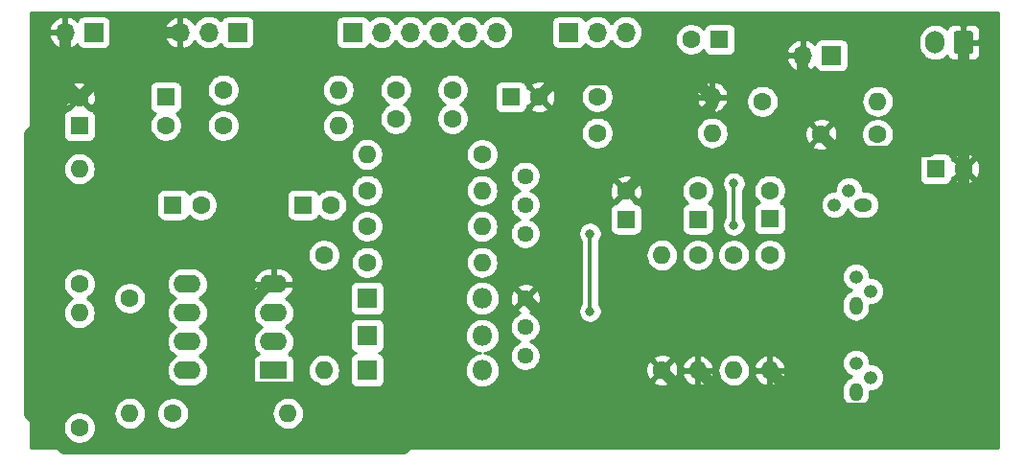
<source format=gbr>
G04 #@! TF.GenerationSoftware,KiCad,Pcbnew,(5.1.4)-1*
G04 #@! TF.CreationDate,2020-01-14T12:24:16+00:00*
G04 #@! TF.ProjectId,GFuzz,4746757a-7a2e-46b6-9963-61645f706362,rev?*
G04 #@! TF.SameCoordinates,Original*
G04 #@! TF.FileFunction,Copper,L1,Top*
G04 #@! TF.FilePolarity,Positive*
%FSLAX46Y46*%
G04 Gerber Fmt 4.6, Leading zero omitted, Abs format (unit mm)*
G04 Created by KiCad (PCBNEW (5.1.4)-1) date 2020-01-14 12:24:16*
%MOMM*%
%LPD*%
G04 APERTURE LIST*
%ADD10O,1.700000X2.000000*%
%ADD11C,0.100000*%
%ADD12C,1.700000*%
%ADD13O,1.200000X1.200000*%
%ADD14O,1.200000X1.600000*%
%ADD15O,1.700000X1.700000*%
%ADD16R,1.700000X1.700000*%
%ADD17O,1.800000X1.800000*%
%ADD18R,1.800000X1.800000*%
%ADD19O,1.600000X1.600000*%
%ADD20C,1.600000*%
%ADD21O,2.400000X1.600000*%
%ADD22R,2.400000X1.600000*%
%ADD23R,1.600000X1.600000*%
%ADD24C,1.440000*%
%ADD25O,1.600000X1.200000*%
%ADD26C,0.800000*%
%ADD27C,1.000000*%
%ADD28C,0.304800*%
%ADD29C,0.254000*%
G04 APERTURE END LIST*
D10*
X174625000Y-87249000D03*
D11*
G36*
X177749504Y-86250204D02*
G01*
X177773773Y-86253804D01*
X177797571Y-86259765D01*
X177820671Y-86268030D01*
X177842849Y-86278520D01*
X177863893Y-86291133D01*
X177883598Y-86305747D01*
X177901777Y-86322223D01*
X177918253Y-86340402D01*
X177932867Y-86360107D01*
X177945480Y-86381151D01*
X177955970Y-86403329D01*
X177964235Y-86426429D01*
X177970196Y-86450227D01*
X177973796Y-86474496D01*
X177975000Y-86499000D01*
X177975000Y-87999000D01*
X177973796Y-88023504D01*
X177970196Y-88047773D01*
X177964235Y-88071571D01*
X177955970Y-88094671D01*
X177945480Y-88116849D01*
X177932867Y-88137893D01*
X177918253Y-88157598D01*
X177901777Y-88175777D01*
X177883598Y-88192253D01*
X177863893Y-88206867D01*
X177842849Y-88219480D01*
X177820671Y-88229970D01*
X177797571Y-88238235D01*
X177773773Y-88244196D01*
X177749504Y-88247796D01*
X177725000Y-88249000D01*
X176525000Y-88249000D01*
X176500496Y-88247796D01*
X176476227Y-88244196D01*
X176452429Y-88238235D01*
X176429329Y-88229970D01*
X176407151Y-88219480D01*
X176386107Y-88206867D01*
X176366402Y-88192253D01*
X176348223Y-88175777D01*
X176331747Y-88157598D01*
X176317133Y-88137893D01*
X176304520Y-88116849D01*
X176294030Y-88094671D01*
X176285765Y-88071571D01*
X176279804Y-88047773D01*
X176276204Y-88023504D01*
X176275000Y-87999000D01*
X176275000Y-86499000D01*
X176276204Y-86474496D01*
X176279804Y-86450227D01*
X176285765Y-86426429D01*
X176294030Y-86403329D01*
X176304520Y-86381151D01*
X176317133Y-86360107D01*
X176331747Y-86340402D01*
X176348223Y-86322223D01*
X176366402Y-86305747D01*
X176386107Y-86291133D01*
X176407151Y-86278520D01*
X176429329Y-86268030D01*
X176452429Y-86259765D01*
X176476227Y-86253804D01*
X176500496Y-86250204D01*
X176525000Y-86249000D01*
X177725000Y-86249000D01*
X177749504Y-86250204D01*
X177749504Y-86250204D01*
G37*
D12*
X177125000Y-87249000D03*
D13*
X167640000Y-107950000D03*
X168910000Y-109220000D03*
D14*
X167640000Y-110490000D03*
D15*
X135890000Y-86360000D03*
X133350000Y-86360000D03*
X130810000Y-86360000D03*
X128270000Y-86360000D03*
X125730000Y-86360000D03*
D16*
X123190000Y-86360000D03*
D17*
X134620000Y-109855000D03*
D18*
X124460000Y-109855000D03*
D19*
X153670000Y-116205000D03*
D20*
X153670000Y-106045000D03*
D21*
X108585000Y-116205000D03*
X116205000Y-108585000D03*
X108585000Y-113665000D03*
X116205000Y-111125000D03*
X108585000Y-111125000D03*
X116205000Y-113665000D03*
X108585000Y-108585000D03*
D22*
X116205000Y-116205000D03*
D19*
X154940000Y-95250000D03*
D20*
X144780000Y-95250000D03*
X177165000Y-98425000D03*
D23*
X174665000Y-98425000D03*
D15*
X107950000Y-86360000D03*
X110490000Y-86360000D03*
D16*
X113030000Y-86360000D03*
D24*
X138430000Y-104140000D03*
X138430000Y-101600000D03*
X138430000Y-99060000D03*
D15*
X147320000Y-86360000D03*
X144780000Y-86360000D03*
D16*
X142240000Y-86360000D03*
D24*
X138430000Y-114935000D03*
X138430000Y-112395000D03*
X138430000Y-109855000D03*
D19*
X99060000Y-111125000D03*
D20*
X99060000Y-121285000D03*
D19*
X103505000Y-120015000D03*
D20*
X103505000Y-109855000D03*
D19*
X150495000Y-106045000D03*
D20*
X150495000Y-116205000D03*
D19*
X117475000Y-120015000D03*
D20*
X107315000Y-120015000D03*
D19*
X156845000Y-116205000D03*
D20*
X156845000Y-106045000D03*
D19*
X160020000Y-116205000D03*
D20*
X160020000Y-106045000D03*
D19*
X169545000Y-92456000D03*
D20*
X159385000Y-92456000D03*
D19*
X99060000Y-98425000D03*
D20*
X99060000Y-108585000D03*
D19*
X121920000Y-94615000D03*
D20*
X111760000Y-94615000D03*
D19*
X120650000Y-116205000D03*
D20*
X120650000Y-106045000D03*
D19*
X121920000Y-91440000D03*
D20*
X111760000Y-91440000D03*
D19*
X134620000Y-106680000D03*
D20*
X124460000Y-106680000D03*
D19*
X134620000Y-103505000D03*
D20*
X124460000Y-103505000D03*
D19*
X124460000Y-97155000D03*
D20*
X134620000Y-97155000D03*
D19*
X134620000Y-100330000D03*
D20*
X124460000Y-100330000D03*
D19*
X154940000Y-92075000D03*
D20*
X144780000Y-92075000D03*
D13*
X167640000Y-115570000D03*
X168910000Y-116840000D03*
D14*
X167640000Y-118110000D03*
D13*
X165735000Y-101600000D03*
X167005000Y-100330000D03*
D25*
X168275000Y-101600000D03*
D15*
X97790000Y-86360000D03*
D16*
X100330000Y-86360000D03*
D15*
X162941000Y-88392000D03*
D16*
X165481000Y-88392000D03*
D17*
X134620000Y-113157000D03*
D18*
X124460000Y-113157000D03*
D17*
X134620000Y-116205000D03*
D18*
X124460000Y-116205000D03*
D20*
X132000000Y-91440000D03*
X127000000Y-91440000D03*
X99060000Y-92115000D03*
D23*
X99060000Y-94615000D03*
D20*
X109815000Y-101600000D03*
D23*
X107315000Y-101600000D03*
D20*
X106680000Y-94575000D03*
D23*
X106680000Y-92075000D03*
D20*
X153075000Y-86995000D03*
D23*
X155575000Y-86995000D03*
D20*
X121285000Y-101600000D03*
D23*
X118785000Y-101600000D03*
D20*
X147320000Y-100370000D03*
D23*
X147320000Y-102870000D03*
D20*
X139660000Y-92075000D03*
D23*
X137160000Y-92075000D03*
D20*
X160020000Y-100330000D03*
D23*
X160020000Y-102830000D03*
D20*
X153670000Y-100370000D03*
D23*
X153670000Y-102870000D03*
D20*
X127000000Y-93980000D03*
X132000000Y-93980000D03*
X164545000Y-95377000D03*
X169545000Y-95377000D03*
D26*
X156845000Y-99695000D03*
X156845000Y-103378000D03*
X144145000Y-104140000D03*
X144145000Y-110998000D03*
D27*
X177165000Y-98425000D02*
X177165000Y-117475000D01*
X160819999Y-117004999D02*
X160020000Y-116205000D01*
X163425010Y-119610010D02*
X160819999Y-117004999D01*
X177165000Y-117475000D02*
X175029990Y-119610010D01*
X157075010Y-119610010D02*
X153670000Y-116205000D01*
X164060010Y-119610010D02*
X157075010Y-119610010D01*
X164060010Y-119610010D02*
X163425010Y-119610010D01*
X175029990Y-119610010D02*
X164060010Y-119610010D01*
X153900010Y-119610010D02*
X150495000Y-116205000D01*
X154709990Y-119610010D02*
X148185010Y-119610010D01*
X154709990Y-119610010D02*
X153900010Y-119610010D01*
X157075010Y-119610010D02*
X154709990Y-119610010D01*
X146050000Y-117475000D02*
X138430000Y-109855000D01*
X148185010Y-119610010D02*
X146050000Y-117475000D01*
X114444999Y-117705001D02*
X111760000Y-115020002D01*
X119929999Y-117705001D02*
X114444999Y-117705001D01*
X121835008Y-119610010D02*
X119929999Y-117705001D01*
X115805000Y-108585000D02*
X116205000Y-108585000D01*
X111760000Y-112630000D02*
X115805000Y-108585000D01*
X111760000Y-115020002D02*
X111760000Y-112630000D01*
X131214990Y-119610010D02*
X127725010Y-123099990D01*
X131214990Y-119610010D02*
X121835008Y-119610010D01*
X148185010Y-119610010D02*
X131214990Y-119610010D01*
X127725010Y-123099990D02*
X97699990Y-123099990D01*
X97699990Y-123099990D02*
X94705010Y-120105010D01*
X97928630Y-92115000D02*
X99060000Y-92115000D01*
X94705010Y-95338620D02*
X97928630Y-92115000D01*
X94705010Y-120105010D02*
X94705010Y-95338620D01*
X97790000Y-90845000D02*
X97790000Y-86360000D01*
X99060000Y-92115000D02*
X97790000Y-90845000D01*
X104815000Y-86360000D02*
X107950000Y-86360000D01*
X99060000Y-92115000D02*
X104815000Y-86360000D01*
X154940000Y-92750000D02*
X154940000Y-92075000D01*
X147320000Y-100370000D02*
X154940000Y-92750000D01*
X154140001Y-91275001D02*
X154940000Y-92075000D01*
X153439999Y-90574999D02*
X154140001Y-91275001D01*
X141160001Y-90574999D02*
X153439999Y-90574999D01*
X139660000Y-92075000D02*
X141160001Y-90574999D01*
X177125000Y-98385000D02*
X177165000Y-98425000D01*
X162941000Y-89594081D02*
X164024919Y-90678000D01*
X162941000Y-88392000D02*
X162941000Y-89594081D01*
X177085000Y-90678000D02*
X177125000Y-90718000D01*
X164024919Y-90678000D02*
X177085000Y-90678000D01*
X177125000Y-87249000D02*
X177125000Y-90718000D01*
X174060999Y-96877001D02*
X177125000Y-93813000D01*
X166045001Y-96877001D02*
X174060999Y-96877001D01*
X164545000Y-95377000D02*
X166045001Y-96877001D01*
X177125000Y-90718000D02*
X177125000Y-93813000D01*
X177125000Y-93813000D02*
X177125000Y-98385000D01*
D28*
X156845000Y-99695000D02*
X156845000Y-103378000D01*
X144145000Y-110998000D02*
X144145000Y-104140000D01*
D29*
G36*
X180213000Y-123063000D02*
G01*
X94742000Y-123063000D01*
X94742000Y-121143665D01*
X97625000Y-121143665D01*
X97625000Y-121426335D01*
X97680147Y-121703574D01*
X97788320Y-121964727D01*
X97945363Y-122199759D01*
X98145241Y-122399637D01*
X98380273Y-122556680D01*
X98641426Y-122664853D01*
X98918665Y-122720000D01*
X99201335Y-122720000D01*
X99478574Y-122664853D01*
X99739727Y-122556680D01*
X99974759Y-122399637D01*
X100174637Y-122199759D01*
X100331680Y-121964727D01*
X100439853Y-121703574D01*
X100495000Y-121426335D01*
X100495000Y-121143665D01*
X100439853Y-120866426D01*
X100331680Y-120605273D01*
X100174637Y-120370241D01*
X99974759Y-120170363D01*
X99742242Y-120015000D01*
X102063057Y-120015000D01*
X102090764Y-120296309D01*
X102172818Y-120566808D01*
X102306068Y-120816101D01*
X102485392Y-121034608D01*
X102703899Y-121213932D01*
X102953192Y-121347182D01*
X103223691Y-121429236D01*
X103434508Y-121450000D01*
X103575492Y-121450000D01*
X103786309Y-121429236D01*
X104056808Y-121347182D01*
X104306101Y-121213932D01*
X104524608Y-121034608D01*
X104703932Y-120816101D01*
X104837182Y-120566808D01*
X104919236Y-120296309D01*
X104946943Y-120015000D01*
X104933023Y-119873665D01*
X105880000Y-119873665D01*
X105880000Y-120156335D01*
X105935147Y-120433574D01*
X106043320Y-120694727D01*
X106200363Y-120929759D01*
X106400241Y-121129637D01*
X106635273Y-121286680D01*
X106896426Y-121394853D01*
X107173665Y-121450000D01*
X107456335Y-121450000D01*
X107733574Y-121394853D01*
X107994727Y-121286680D01*
X108229759Y-121129637D01*
X108429637Y-120929759D01*
X108586680Y-120694727D01*
X108694853Y-120433574D01*
X108750000Y-120156335D01*
X108750000Y-120015000D01*
X116033057Y-120015000D01*
X116060764Y-120296309D01*
X116142818Y-120566808D01*
X116276068Y-120816101D01*
X116455392Y-121034608D01*
X116673899Y-121213932D01*
X116923192Y-121347182D01*
X117193691Y-121429236D01*
X117404508Y-121450000D01*
X117545492Y-121450000D01*
X117756309Y-121429236D01*
X118026808Y-121347182D01*
X118276101Y-121213932D01*
X118494608Y-121034608D01*
X118673932Y-120816101D01*
X118807182Y-120566808D01*
X118889236Y-120296309D01*
X118916943Y-120015000D01*
X118889236Y-119733691D01*
X118807182Y-119463192D01*
X118673932Y-119213899D01*
X118494608Y-118995392D01*
X118276101Y-118816068D01*
X118026808Y-118682818D01*
X117756309Y-118600764D01*
X117545492Y-118580000D01*
X117404508Y-118580000D01*
X117193691Y-118600764D01*
X116923192Y-118682818D01*
X116673899Y-118816068D01*
X116455392Y-118995392D01*
X116276068Y-119213899D01*
X116142818Y-119463192D01*
X116060764Y-119733691D01*
X116033057Y-120015000D01*
X108750000Y-120015000D01*
X108750000Y-119873665D01*
X108694853Y-119596426D01*
X108586680Y-119335273D01*
X108429637Y-119100241D01*
X108229759Y-118900363D01*
X107994727Y-118743320D01*
X107733574Y-118635147D01*
X107456335Y-118580000D01*
X107173665Y-118580000D01*
X106896426Y-118635147D01*
X106635273Y-118743320D01*
X106400241Y-118900363D01*
X106200363Y-119100241D01*
X106043320Y-119335273D01*
X105935147Y-119596426D01*
X105880000Y-119873665D01*
X104933023Y-119873665D01*
X104919236Y-119733691D01*
X104837182Y-119463192D01*
X104703932Y-119213899D01*
X104524608Y-118995392D01*
X104306101Y-118816068D01*
X104056808Y-118682818D01*
X103786309Y-118600764D01*
X103575492Y-118580000D01*
X103434508Y-118580000D01*
X103223691Y-118600764D01*
X102953192Y-118682818D01*
X102703899Y-118816068D01*
X102485392Y-118995392D01*
X102306068Y-119213899D01*
X102172818Y-119463192D01*
X102090764Y-119733691D01*
X102063057Y-120015000D01*
X99742242Y-120015000D01*
X99739727Y-120013320D01*
X99478574Y-119905147D01*
X99201335Y-119850000D01*
X98918665Y-119850000D01*
X98641426Y-119905147D01*
X98380273Y-120013320D01*
X98145241Y-120170363D01*
X97945363Y-120370241D01*
X97788320Y-120605273D01*
X97680147Y-120866426D01*
X97625000Y-121143665D01*
X94742000Y-121143665D01*
X94742000Y-111125000D01*
X97618057Y-111125000D01*
X97645764Y-111406309D01*
X97727818Y-111676808D01*
X97861068Y-111926101D01*
X98040392Y-112144608D01*
X98258899Y-112323932D01*
X98508192Y-112457182D01*
X98778691Y-112539236D01*
X98989508Y-112560000D01*
X99130492Y-112560000D01*
X99341309Y-112539236D01*
X99611808Y-112457182D01*
X99861101Y-112323932D01*
X100079608Y-112144608D01*
X100258932Y-111926101D01*
X100392182Y-111676808D01*
X100474236Y-111406309D01*
X100501943Y-111125000D01*
X100474236Y-110843691D01*
X100392182Y-110573192D01*
X100258932Y-110323899D01*
X100079608Y-110105392D01*
X99861101Y-109926068D01*
X99734971Y-109858650D01*
X99739727Y-109856680D01*
X99953764Y-109713665D01*
X102070000Y-109713665D01*
X102070000Y-109996335D01*
X102125147Y-110273574D01*
X102233320Y-110534727D01*
X102390363Y-110769759D01*
X102590241Y-110969637D01*
X102825273Y-111126680D01*
X103086426Y-111234853D01*
X103363665Y-111290000D01*
X103646335Y-111290000D01*
X103923574Y-111234853D01*
X104184727Y-111126680D01*
X104419759Y-110969637D01*
X104619637Y-110769759D01*
X104776680Y-110534727D01*
X104884853Y-110273574D01*
X104940000Y-109996335D01*
X104940000Y-109713665D01*
X104884853Y-109436426D01*
X104776680Y-109175273D01*
X104619637Y-108940241D01*
X104419759Y-108740363D01*
X104187242Y-108585000D01*
X106743057Y-108585000D01*
X106770764Y-108866309D01*
X106852818Y-109136808D01*
X106986068Y-109386101D01*
X107165392Y-109604608D01*
X107383899Y-109783932D01*
X107516858Y-109855000D01*
X107383899Y-109926068D01*
X107165392Y-110105392D01*
X106986068Y-110323899D01*
X106852818Y-110573192D01*
X106770764Y-110843691D01*
X106743057Y-111125000D01*
X106770764Y-111406309D01*
X106852818Y-111676808D01*
X106986068Y-111926101D01*
X107165392Y-112144608D01*
X107383899Y-112323932D01*
X107516858Y-112395000D01*
X107383899Y-112466068D01*
X107165392Y-112645392D01*
X106986068Y-112863899D01*
X106852818Y-113113192D01*
X106770764Y-113383691D01*
X106743057Y-113665000D01*
X106770764Y-113946309D01*
X106852818Y-114216808D01*
X106986068Y-114466101D01*
X107165392Y-114684608D01*
X107383899Y-114863932D01*
X107516858Y-114935000D01*
X107383899Y-115006068D01*
X107165392Y-115185392D01*
X106986068Y-115403899D01*
X106852818Y-115653192D01*
X106770764Y-115923691D01*
X106743057Y-116205000D01*
X106770764Y-116486309D01*
X106852818Y-116756808D01*
X106986068Y-117006101D01*
X107165392Y-117224608D01*
X107383899Y-117403932D01*
X107633192Y-117537182D01*
X107903691Y-117619236D01*
X108114508Y-117640000D01*
X109055492Y-117640000D01*
X109266309Y-117619236D01*
X109536808Y-117537182D01*
X109786101Y-117403932D01*
X110004608Y-117224608D01*
X110183932Y-117006101D01*
X110317182Y-116756808D01*
X110399236Y-116486309D01*
X110426943Y-116205000D01*
X110399236Y-115923691D01*
X110317182Y-115653192D01*
X110183932Y-115403899D01*
X110004608Y-115185392D01*
X109786101Y-115006068D01*
X109653142Y-114935000D01*
X109786101Y-114863932D01*
X110004608Y-114684608D01*
X110183932Y-114466101D01*
X110317182Y-114216808D01*
X110399236Y-113946309D01*
X110426943Y-113665000D01*
X110399236Y-113383691D01*
X110317182Y-113113192D01*
X110183932Y-112863899D01*
X110004608Y-112645392D01*
X109786101Y-112466068D01*
X109653142Y-112395000D01*
X109786101Y-112323932D01*
X110004608Y-112144608D01*
X110183932Y-111926101D01*
X110317182Y-111676808D01*
X110399236Y-111406309D01*
X110426943Y-111125000D01*
X114363057Y-111125000D01*
X114390764Y-111406309D01*
X114472818Y-111676808D01*
X114606068Y-111926101D01*
X114785392Y-112144608D01*
X115003899Y-112323932D01*
X115136858Y-112395000D01*
X115003899Y-112466068D01*
X114785392Y-112645392D01*
X114606068Y-112863899D01*
X114472818Y-113113192D01*
X114390764Y-113383691D01*
X114363057Y-113665000D01*
X114390764Y-113946309D01*
X114472818Y-114216808D01*
X114606068Y-114466101D01*
X114785392Y-114684608D01*
X114898482Y-114777419D01*
X114880518Y-114779188D01*
X114760820Y-114815498D01*
X114650506Y-114874463D01*
X114553815Y-114953815D01*
X114474463Y-115050506D01*
X114415498Y-115160820D01*
X114379188Y-115280518D01*
X114366928Y-115405000D01*
X114366928Y-117005000D01*
X114379188Y-117129482D01*
X114415498Y-117249180D01*
X114474463Y-117359494D01*
X114553815Y-117456185D01*
X114650506Y-117535537D01*
X114760820Y-117594502D01*
X114880518Y-117630812D01*
X115005000Y-117643072D01*
X117405000Y-117643072D01*
X117529482Y-117630812D01*
X117649180Y-117594502D01*
X117759494Y-117535537D01*
X117856185Y-117456185D01*
X117935537Y-117359494D01*
X117994502Y-117249180D01*
X118030812Y-117129482D01*
X118043072Y-117005000D01*
X118043072Y-116205000D01*
X119208057Y-116205000D01*
X119235764Y-116486309D01*
X119317818Y-116756808D01*
X119451068Y-117006101D01*
X119630392Y-117224608D01*
X119848899Y-117403932D01*
X120098192Y-117537182D01*
X120368691Y-117619236D01*
X120579508Y-117640000D01*
X120720492Y-117640000D01*
X120931309Y-117619236D01*
X121201808Y-117537182D01*
X121451101Y-117403932D01*
X121669608Y-117224608D01*
X121848932Y-117006101D01*
X121982182Y-116756808D01*
X122064236Y-116486309D01*
X122091943Y-116205000D01*
X122064236Y-115923691D01*
X121982182Y-115653192D01*
X121848932Y-115403899D01*
X121669608Y-115185392D01*
X121451101Y-115006068D01*
X121201808Y-114872818D01*
X120931309Y-114790764D01*
X120720492Y-114770000D01*
X120579508Y-114770000D01*
X120368691Y-114790764D01*
X120098192Y-114872818D01*
X119848899Y-115006068D01*
X119630392Y-115185392D01*
X119451068Y-115403899D01*
X119317818Y-115653192D01*
X119235764Y-115923691D01*
X119208057Y-116205000D01*
X118043072Y-116205000D01*
X118043072Y-115405000D01*
X118030812Y-115280518D01*
X117994502Y-115160820D01*
X117935537Y-115050506D01*
X117856185Y-114953815D01*
X117759494Y-114874463D01*
X117649180Y-114815498D01*
X117529482Y-114779188D01*
X117511518Y-114777419D01*
X117624608Y-114684608D01*
X117803932Y-114466101D01*
X117937182Y-114216808D01*
X118019236Y-113946309D01*
X118046943Y-113665000D01*
X118019236Y-113383691D01*
X117937182Y-113113192D01*
X117803932Y-112863899D01*
X117624608Y-112645392D01*
X117406101Y-112466068D01*
X117273142Y-112395000D01*
X117406101Y-112323932D01*
X117487657Y-112257000D01*
X122921928Y-112257000D01*
X122921928Y-114057000D01*
X122934188Y-114181482D01*
X122970498Y-114301180D01*
X123029463Y-114411494D01*
X123108815Y-114508185D01*
X123205506Y-114587537D01*
X123315820Y-114646502D01*
X123429545Y-114681000D01*
X123315820Y-114715498D01*
X123205506Y-114774463D01*
X123108815Y-114853815D01*
X123029463Y-114950506D01*
X122970498Y-115060820D01*
X122934188Y-115180518D01*
X122921928Y-115305000D01*
X122921928Y-117105000D01*
X122934188Y-117229482D01*
X122970498Y-117349180D01*
X123029463Y-117459494D01*
X123108815Y-117556185D01*
X123205506Y-117635537D01*
X123315820Y-117694502D01*
X123435518Y-117730812D01*
X123560000Y-117743072D01*
X125360000Y-117743072D01*
X125484482Y-117730812D01*
X125604180Y-117694502D01*
X125714494Y-117635537D01*
X125811185Y-117556185D01*
X125890537Y-117459494D01*
X125949502Y-117349180D01*
X125985812Y-117229482D01*
X125998072Y-117105000D01*
X125998072Y-115305000D01*
X125985812Y-115180518D01*
X125949502Y-115060820D01*
X125890537Y-114950506D01*
X125811185Y-114853815D01*
X125714494Y-114774463D01*
X125604180Y-114715498D01*
X125490455Y-114681000D01*
X125604180Y-114646502D01*
X125714494Y-114587537D01*
X125811185Y-114508185D01*
X125890537Y-114411494D01*
X125949502Y-114301180D01*
X125985812Y-114181482D01*
X125998072Y-114057000D01*
X125998072Y-113157000D01*
X133077573Y-113157000D01*
X133107210Y-113457913D01*
X133194983Y-113747261D01*
X133337519Y-114013927D01*
X133529339Y-114247661D01*
X133763073Y-114439481D01*
X134029739Y-114582017D01*
X134319087Y-114669790D01*
X134432906Y-114681000D01*
X134319087Y-114692210D01*
X134029739Y-114779983D01*
X133763073Y-114922519D01*
X133529339Y-115114339D01*
X133337519Y-115348073D01*
X133194983Y-115614739D01*
X133107210Y-115904087D01*
X133077573Y-116205000D01*
X133107210Y-116505913D01*
X133194983Y-116795261D01*
X133337519Y-117061927D01*
X133529339Y-117295661D01*
X133763073Y-117487481D01*
X134029739Y-117630017D01*
X134319087Y-117717790D01*
X134544592Y-117740000D01*
X134695408Y-117740000D01*
X134920913Y-117717790D01*
X135210261Y-117630017D01*
X135476927Y-117487481D01*
X135710661Y-117295661D01*
X135791053Y-117197702D01*
X149681903Y-117197702D01*
X149753486Y-117441671D01*
X150008996Y-117562571D01*
X150283184Y-117631300D01*
X150565512Y-117645217D01*
X150845130Y-117603787D01*
X151111292Y-117508603D01*
X151236514Y-117441671D01*
X151308097Y-117197702D01*
X150495000Y-116384605D01*
X149681903Y-117197702D01*
X135791053Y-117197702D01*
X135902481Y-117061927D01*
X136045017Y-116795261D01*
X136132790Y-116505913D01*
X136162427Y-116205000D01*
X136132790Y-115904087D01*
X136045017Y-115614739D01*
X135902481Y-115348073D01*
X135710661Y-115114339D01*
X135476927Y-114922519D01*
X135210261Y-114779983D01*
X134920913Y-114692210D01*
X134807094Y-114681000D01*
X134920913Y-114669790D01*
X135210261Y-114582017D01*
X135476927Y-114439481D01*
X135710661Y-114247661D01*
X135902481Y-114013927D01*
X136045017Y-113747261D01*
X136132790Y-113457913D01*
X136162427Y-113157000D01*
X136132790Y-112856087D01*
X136045017Y-112566739D01*
X135902481Y-112300073D01*
X135870862Y-112261544D01*
X137075000Y-112261544D01*
X137075000Y-112528456D01*
X137127072Y-112790239D01*
X137229215Y-113036833D01*
X137377503Y-113258762D01*
X137566238Y-113447497D01*
X137788167Y-113595785D01*
X137955266Y-113665000D01*
X137788167Y-113734215D01*
X137566238Y-113882503D01*
X137377503Y-114071238D01*
X137229215Y-114293167D01*
X137127072Y-114539761D01*
X137075000Y-114801544D01*
X137075000Y-115068456D01*
X137127072Y-115330239D01*
X137229215Y-115576833D01*
X137377503Y-115798762D01*
X137566238Y-115987497D01*
X137788167Y-116135785D01*
X138034761Y-116237928D01*
X138296544Y-116290000D01*
X138563456Y-116290000D01*
X138636291Y-116275512D01*
X149054783Y-116275512D01*
X149096213Y-116555130D01*
X149191397Y-116821292D01*
X149258329Y-116946514D01*
X149502298Y-117018097D01*
X150315395Y-116205000D01*
X150674605Y-116205000D01*
X151487702Y-117018097D01*
X151731671Y-116946514D01*
X151852571Y-116691004D01*
X151886902Y-116554040D01*
X152278091Y-116554040D01*
X152372930Y-116818881D01*
X152517615Y-117060131D01*
X152706586Y-117268519D01*
X152932580Y-117436037D01*
X153186913Y-117556246D01*
X153320961Y-117596904D01*
X153543000Y-117474915D01*
X153543000Y-116332000D01*
X153797000Y-116332000D01*
X153797000Y-117474915D01*
X154019039Y-117596904D01*
X154153087Y-117556246D01*
X154407420Y-117436037D01*
X154633414Y-117268519D01*
X154822385Y-117060131D01*
X154967070Y-116818881D01*
X155061909Y-116554040D01*
X154940624Y-116332000D01*
X153797000Y-116332000D01*
X153543000Y-116332000D01*
X152399376Y-116332000D01*
X152278091Y-116554040D01*
X151886902Y-116554040D01*
X151921300Y-116416816D01*
X151931741Y-116205000D01*
X155403057Y-116205000D01*
X155430764Y-116486309D01*
X155512818Y-116756808D01*
X155646068Y-117006101D01*
X155825392Y-117224608D01*
X156043899Y-117403932D01*
X156293192Y-117537182D01*
X156563691Y-117619236D01*
X156774508Y-117640000D01*
X156915492Y-117640000D01*
X157126309Y-117619236D01*
X157396808Y-117537182D01*
X157646101Y-117403932D01*
X157864608Y-117224608D01*
X158043932Y-117006101D01*
X158177182Y-116756808D01*
X158238690Y-116554040D01*
X158628091Y-116554040D01*
X158722930Y-116818881D01*
X158867615Y-117060131D01*
X159056586Y-117268519D01*
X159282580Y-117436037D01*
X159536913Y-117556246D01*
X159670961Y-117596904D01*
X159893000Y-117474915D01*
X159893000Y-116332000D01*
X160147000Y-116332000D01*
X160147000Y-117474915D01*
X160369039Y-117596904D01*
X160503087Y-117556246D01*
X160757420Y-117436037D01*
X160983414Y-117268519D01*
X161172385Y-117060131D01*
X161317070Y-116818881D01*
X161411909Y-116554040D01*
X161290624Y-116332000D01*
X160147000Y-116332000D01*
X159893000Y-116332000D01*
X158749376Y-116332000D01*
X158628091Y-116554040D01*
X158238690Y-116554040D01*
X158259236Y-116486309D01*
X158286943Y-116205000D01*
X158259236Y-115923691D01*
X158238691Y-115855960D01*
X158628091Y-115855960D01*
X158749376Y-116078000D01*
X159893000Y-116078000D01*
X159893000Y-114935085D01*
X160147000Y-114935085D01*
X160147000Y-116078000D01*
X161290624Y-116078000D01*
X161411909Y-115855960D01*
X161317070Y-115591119D01*
X161304405Y-115570000D01*
X166399025Y-115570000D01*
X166422870Y-115812102D01*
X166493489Y-116044901D01*
X166608167Y-116259449D01*
X166762498Y-116447502D01*
X166950551Y-116601833D01*
X167165099Y-116716511D01*
X167242532Y-116740000D01*
X167165099Y-116763489D01*
X166950551Y-116878167D01*
X166762498Y-117032498D01*
X166608167Y-117220552D01*
X166493489Y-117435100D01*
X166422870Y-117667899D01*
X166405000Y-117849336D01*
X166405000Y-118370665D01*
X166422870Y-118552102D01*
X166493489Y-118784901D01*
X166608168Y-118999449D01*
X166762499Y-119187502D01*
X166950552Y-119341833D01*
X167165100Y-119456511D01*
X167397899Y-119527130D01*
X167640000Y-119550975D01*
X167882102Y-119527130D01*
X168114901Y-119456511D01*
X168329449Y-119341833D01*
X168517502Y-119187502D01*
X168671833Y-118999449D01*
X168786511Y-118784900D01*
X168857130Y-118552101D01*
X168875000Y-118370664D01*
X168875000Y-118075000D01*
X168970665Y-118075000D01*
X169152102Y-118057130D01*
X169384901Y-117986511D01*
X169599449Y-117871833D01*
X169787502Y-117717502D01*
X169941833Y-117529449D01*
X170056511Y-117314901D01*
X170127130Y-117082102D01*
X170150975Y-116840000D01*
X170127130Y-116597898D01*
X170056511Y-116365099D01*
X169941833Y-116150551D01*
X169787502Y-115962498D01*
X169599449Y-115808167D01*
X169384901Y-115693489D01*
X169152102Y-115622870D01*
X168970665Y-115605000D01*
X168877528Y-115605000D01*
X168880975Y-115570000D01*
X168857130Y-115327898D01*
X168786511Y-115095099D01*
X168671833Y-114880551D01*
X168517502Y-114692498D01*
X168329449Y-114538167D01*
X168114901Y-114423489D01*
X167882102Y-114352870D01*
X167700665Y-114335000D01*
X167579335Y-114335000D01*
X167397898Y-114352870D01*
X167165099Y-114423489D01*
X166950551Y-114538167D01*
X166762498Y-114692498D01*
X166608167Y-114880551D01*
X166493489Y-115095099D01*
X166422870Y-115327898D01*
X166399025Y-115570000D01*
X161304405Y-115570000D01*
X161172385Y-115349869D01*
X160983414Y-115141481D01*
X160757420Y-114973963D01*
X160503087Y-114853754D01*
X160369039Y-114813096D01*
X160147000Y-114935085D01*
X159893000Y-114935085D01*
X159670961Y-114813096D01*
X159536913Y-114853754D01*
X159282580Y-114973963D01*
X159056586Y-115141481D01*
X158867615Y-115349869D01*
X158722930Y-115591119D01*
X158628091Y-115855960D01*
X158238691Y-115855960D01*
X158177182Y-115653192D01*
X158043932Y-115403899D01*
X157864608Y-115185392D01*
X157646101Y-115006068D01*
X157396808Y-114872818D01*
X157126309Y-114790764D01*
X156915492Y-114770000D01*
X156774508Y-114770000D01*
X156563691Y-114790764D01*
X156293192Y-114872818D01*
X156043899Y-115006068D01*
X155825392Y-115185392D01*
X155646068Y-115403899D01*
X155512818Y-115653192D01*
X155430764Y-115923691D01*
X155403057Y-116205000D01*
X151931741Y-116205000D01*
X151935217Y-116134488D01*
X151893949Y-115855960D01*
X152278091Y-115855960D01*
X152399376Y-116078000D01*
X153543000Y-116078000D01*
X153543000Y-114935085D01*
X153797000Y-114935085D01*
X153797000Y-116078000D01*
X154940624Y-116078000D01*
X155061909Y-115855960D01*
X154967070Y-115591119D01*
X154822385Y-115349869D01*
X154633414Y-115141481D01*
X154407420Y-114973963D01*
X154153087Y-114853754D01*
X154019039Y-114813096D01*
X153797000Y-114935085D01*
X153543000Y-114935085D01*
X153320961Y-114813096D01*
X153186913Y-114853754D01*
X152932580Y-114973963D01*
X152706586Y-115141481D01*
X152517615Y-115349869D01*
X152372930Y-115591119D01*
X152278091Y-115855960D01*
X151893949Y-115855960D01*
X151893787Y-115854870D01*
X151798603Y-115588708D01*
X151731671Y-115463486D01*
X151487702Y-115391903D01*
X150674605Y-116205000D01*
X150315395Y-116205000D01*
X149502298Y-115391903D01*
X149258329Y-115463486D01*
X149137429Y-115718996D01*
X149068700Y-115993184D01*
X149054783Y-116275512D01*
X138636291Y-116275512D01*
X138825239Y-116237928D01*
X139071833Y-116135785D01*
X139293762Y-115987497D01*
X139482497Y-115798762D01*
X139630785Y-115576833D01*
X139732928Y-115330239D01*
X139756387Y-115212298D01*
X149681903Y-115212298D01*
X150495000Y-116025395D01*
X151308097Y-115212298D01*
X151236514Y-114968329D01*
X150981004Y-114847429D01*
X150706816Y-114778700D01*
X150424488Y-114764783D01*
X150144870Y-114806213D01*
X149878708Y-114901397D01*
X149753486Y-114968329D01*
X149681903Y-115212298D01*
X139756387Y-115212298D01*
X139785000Y-115068456D01*
X139785000Y-114801544D01*
X139732928Y-114539761D01*
X139630785Y-114293167D01*
X139482497Y-114071238D01*
X139293762Y-113882503D01*
X139071833Y-113734215D01*
X138904734Y-113665000D01*
X139071833Y-113595785D01*
X139293762Y-113447497D01*
X139482497Y-113258762D01*
X139630785Y-113036833D01*
X139732928Y-112790239D01*
X139785000Y-112528456D01*
X139785000Y-112261544D01*
X139732928Y-111999761D01*
X139630785Y-111753167D01*
X139482497Y-111531238D01*
X139293762Y-111342503D01*
X139071833Y-111194215D01*
X138903676Y-111124562D01*
X139018353Y-111082875D01*
X139124068Y-111026368D01*
X139185955Y-110790560D01*
X138430000Y-110034605D01*
X137674045Y-110790560D01*
X137735932Y-111026368D01*
X137951007Y-111126764D01*
X137788167Y-111194215D01*
X137566238Y-111342503D01*
X137377503Y-111531238D01*
X137229215Y-111753167D01*
X137127072Y-111999761D01*
X137075000Y-112261544D01*
X135870862Y-112261544D01*
X135710661Y-112066339D01*
X135476927Y-111874519D01*
X135210261Y-111731983D01*
X134920913Y-111644210D01*
X134695408Y-111622000D01*
X134544592Y-111622000D01*
X134319087Y-111644210D01*
X134029739Y-111731983D01*
X133763073Y-111874519D01*
X133529339Y-112066339D01*
X133337519Y-112300073D01*
X133194983Y-112566739D01*
X133107210Y-112856087D01*
X133077573Y-113157000D01*
X125998072Y-113157000D01*
X125998072Y-112257000D01*
X125985812Y-112132518D01*
X125949502Y-112012820D01*
X125890537Y-111902506D01*
X125811185Y-111805815D01*
X125714494Y-111726463D01*
X125604180Y-111667498D01*
X125484482Y-111631188D01*
X125360000Y-111618928D01*
X123560000Y-111618928D01*
X123435518Y-111631188D01*
X123315820Y-111667498D01*
X123205506Y-111726463D01*
X123108815Y-111805815D01*
X123029463Y-111902506D01*
X122970498Y-112012820D01*
X122934188Y-112132518D01*
X122921928Y-112257000D01*
X117487657Y-112257000D01*
X117624608Y-112144608D01*
X117803932Y-111926101D01*
X117937182Y-111676808D01*
X118019236Y-111406309D01*
X118046943Y-111125000D01*
X118019236Y-110843691D01*
X117937182Y-110573192D01*
X117803932Y-110323899D01*
X117624608Y-110105392D01*
X117406101Y-109926068D01*
X117278259Y-109857735D01*
X117507839Y-109707601D01*
X117709500Y-109509895D01*
X117868715Y-109276646D01*
X117979367Y-109016818D01*
X117992463Y-108955000D01*
X122921928Y-108955000D01*
X122921928Y-110755000D01*
X122934188Y-110879482D01*
X122970498Y-110999180D01*
X123029463Y-111109494D01*
X123108815Y-111206185D01*
X123205506Y-111285537D01*
X123315820Y-111344502D01*
X123435518Y-111380812D01*
X123560000Y-111393072D01*
X125360000Y-111393072D01*
X125484482Y-111380812D01*
X125604180Y-111344502D01*
X125714494Y-111285537D01*
X125811185Y-111206185D01*
X125890537Y-111109494D01*
X125949502Y-110999180D01*
X125985812Y-110879482D01*
X125998072Y-110755000D01*
X125998072Y-109855000D01*
X133077573Y-109855000D01*
X133107210Y-110155913D01*
X133194983Y-110445261D01*
X133337519Y-110711927D01*
X133529339Y-110945661D01*
X133763073Y-111137481D01*
X134029739Y-111280017D01*
X134319087Y-111367790D01*
X134544592Y-111390000D01*
X134695408Y-111390000D01*
X134920913Y-111367790D01*
X135210261Y-111280017D01*
X135476927Y-111137481D01*
X135710661Y-110945661D01*
X135902481Y-110711927D01*
X136045017Y-110445261D01*
X136132790Y-110155913D01*
X136155170Y-109928680D01*
X137070439Y-109928680D01*
X137110937Y-110192501D01*
X137202125Y-110443353D01*
X137258632Y-110549068D01*
X137494440Y-110610955D01*
X138250395Y-109855000D01*
X138609605Y-109855000D01*
X139365560Y-110610955D01*
X139601368Y-110549068D01*
X139714266Y-110307210D01*
X139777811Y-110047973D01*
X139789561Y-109781320D01*
X139749063Y-109517499D01*
X139657875Y-109266647D01*
X139601368Y-109160932D01*
X139365560Y-109099045D01*
X138609605Y-109855000D01*
X138250395Y-109855000D01*
X137494440Y-109099045D01*
X137258632Y-109160932D01*
X137145734Y-109402790D01*
X137082189Y-109662027D01*
X137070439Y-109928680D01*
X136155170Y-109928680D01*
X136162427Y-109855000D01*
X136132790Y-109554087D01*
X136045017Y-109264739D01*
X135902481Y-108998073D01*
X135837949Y-108919440D01*
X137674045Y-108919440D01*
X138430000Y-109675395D01*
X139185955Y-108919440D01*
X139124068Y-108683632D01*
X138882210Y-108570734D01*
X138622973Y-108507189D01*
X138356320Y-108495439D01*
X138092499Y-108535937D01*
X137841647Y-108627125D01*
X137735932Y-108683632D01*
X137674045Y-108919440D01*
X135837949Y-108919440D01*
X135710661Y-108764339D01*
X135476927Y-108572519D01*
X135210261Y-108429983D01*
X134920913Y-108342210D01*
X134695408Y-108320000D01*
X134544592Y-108320000D01*
X134319087Y-108342210D01*
X134029739Y-108429983D01*
X133763073Y-108572519D01*
X133529339Y-108764339D01*
X133337519Y-108998073D01*
X133194983Y-109264739D01*
X133107210Y-109554087D01*
X133077573Y-109855000D01*
X125998072Y-109855000D01*
X125998072Y-108955000D01*
X125985812Y-108830518D01*
X125949502Y-108710820D01*
X125890537Y-108600506D01*
X125811185Y-108503815D01*
X125714494Y-108424463D01*
X125604180Y-108365498D01*
X125484482Y-108329188D01*
X125360000Y-108316928D01*
X123560000Y-108316928D01*
X123435518Y-108329188D01*
X123315820Y-108365498D01*
X123205506Y-108424463D01*
X123108815Y-108503815D01*
X123029463Y-108600506D01*
X122970498Y-108710820D01*
X122934188Y-108830518D01*
X122921928Y-108955000D01*
X117992463Y-108955000D01*
X117996904Y-108934039D01*
X117874915Y-108712000D01*
X116332000Y-108712000D01*
X116332000Y-108732000D01*
X116078000Y-108732000D01*
X116078000Y-108712000D01*
X114535085Y-108712000D01*
X114413096Y-108934039D01*
X114430633Y-109016818D01*
X114541285Y-109276646D01*
X114700500Y-109509895D01*
X114902161Y-109707601D01*
X115131741Y-109857735D01*
X115003899Y-109926068D01*
X114785392Y-110105392D01*
X114606068Y-110323899D01*
X114472818Y-110573192D01*
X114390764Y-110843691D01*
X114363057Y-111125000D01*
X110426943Y-111125000D01*
X110399236Y-110843691D01*
X110317182Y-110573192D01*
X110183932Y-110323899D01*
X110004608Y-110105392D01*
X109786101Y-109926068D01*
X109653142Y-109855000D01*
X109786101Y-109783932D01*
X110004608Y-109604608D01*
X110183932Y-109386101D01*
X110317182Y-109136808D01*
X110399236Y-108866309D01*
X110426943Y-108585000D01*
X110399236Y-108303691D01*
X110378691Y-108235961D01*
X114413096Y-108235961D01*
X114535085Y-108458000D01*
X116078000Y-108458000D01*
X116078000Y-107150000D01*
X116332000Y-107150000D01*
X116332000Y-108458000D01*
X117874915Y-108458000D01*
X117996904Y-108235961D01*
X117979367Y-108153182D01*
X117868715Y-107893354D01*
X117709500Y-107660105D01*
X117507839Y-107462399D01*
X117271483Y-107307834D01*
X117009514Y-107202350D01*
X116732000Y-107150000D01*
X116332000Y-107150000D01*
X116078000Y-107150000D01*
X115678000Y-107150000D01*
X115400486Y-107202350D01*
X115138517Y-107307834D01*
X114902161Y-107462399D01*
X114700500Y-107660105D01*
X114541285Y-107893354D01*
X114430633Y-108153182D01*
X114413096Y-108235961D01*
X110378691Y-108235961D01*
X110317182Y-108033192D01*
X110183932Y-107783899D01*
X110004608Y-107565392D01*
X109786101Y-107386068D01*
X109536808Y-107252818D01*
X109266309Y-107170764D01*
X109055492Y-107150000D01*
X108114508Y-107150000D01*
X107903691Y-107170764D01*
X107633192Y-107252818D01*
X107383899Y-107386068D01*
X107165392Y-107565392D01*
X106986068Y-107783899D01*
X106852818Y-108033192D01*
X106770764Y-108303691D01*
X106743057Y-108585000D01*
X104187242Y-108585000D01*
X104184727Y-108583320D01*
X103923574Y-108475147D01*
X103646335Y-108420000D01*
X103363665Y-108420000D01*
X103086426Y-108475147D01*
X102825273Y-108583320D01*
X102590241Y-108740363D01*
X102390363Y-108940241D01*
X102233320Y-109175273D01*
X102125147Y-109436426D01*
X102070000Y-109713665D01*
X99953764Y-109713665D01*
X99974759Y-109699637D01*
X100174637Y-109499759D01*
X100331680Y-109264727D01*
X100439853Y-109003574D01*
X100495000Y-108726335D01*
X100495000Y-108443665D01*
X100439853Y-108166426D01*
X100331680Y-107905273D01*
X100174637Y-107670241D01*
X99974759Y-107470363D01*
X99739727Y-107313320D01*
X99478574Y-107205147D01*
X99201335Y-107150000D01*
X98918665Y-107150000D01*
X98641426Y-107205147D01*
X98380273Y-107313320D01*
X98145241Y-107470363D01*
X97945363Y-107670241D01*
X97788320Y-107905273D01*
X97680147Y-108166426D01*
X97625000Y-108443665D01*
X97625000Y-108726335D01*
X97680147Y-109003574D01*
X97788320Y-109264727D01*
X97945363Y-109499759D01*
X98145241Y-109699637D01*
X98380273Y-109856680D01*
X98385029Y-109858650D01*
X98258899Y-109926068D01*
X98040392Y-110105392D01*
X97861068Y-110323899D01*
X97727818Y-110573192D01*
X97645764Y-110843691D01*
X97618057Y-111125000D01*
X94742000Y-111125000D01*
X94742000Y-105903665D01*
X119215000Y-105903665D01*
X119215000Y-106186335D01*
X119270147Y-106463574D01*
X119378320Y-106724727D01*
X119535363Y-106959759D01*
X119735241Y-107159637D01*
X119970273Y-107316680D01*
X120231426Y-107424853D01*
X120508665Y-107480000D01*
X120791335Y-107480000D01*
X121068574Y-107424853D01*
X121329727Y-107316680D01*
X121564759Y-107159637D01*
X121764637Y-106959759D01*
X121921680Y-106724727D01*
X121998749Y-106538665D01*
X123025000Y-106538665D01*
X123025000Y-106821335D01*
X123080147Y-107098574D01*
X123188320Y-107359727D01*
X123345363Y-107594759D01*
X123545241Y-107794637D01*
X123780273Y-107951680D01*
X124041426Y-108059853D01*
X124318665Y-108115000D01*
X124601335Y-108115000D01*
X124878574Y-108059853D01*
X125139727Y-107951680D01*
X125374759Y-107794637D01*
X125574637Y-107594759D01*
X125731680Y-107359727D01*
X125839853Y-107098574D01*
X125895000Y-106821335D01*
X125895000Y-106680000D01*
X133178057Y-106680000D01*
X133205764Y-106961309D01*
X133287818Y-107231808D01*
X133421068Y-107481101D01*
X133600392Y-107699608D01*
X133818899Y-107878932D01*
X134068192Y-108012182D01*
X134338691Y-108094236D01*
X134549508Y-108115000D01*
X134690492Y-108115000D01*
X134901309Y-108094236D01*
X135171808Y-108012182D01*
X135421101Y-107878932D01*
X135639608Y-107699608D01*
X135818932Y-107481101D01*
X135952182Y-107231808D01*
X136034236Y-106961309D01*
X136061943Y-106680000D01*
X136034236Y-106398691D01*
X135952182Y-106128192D01*
X135818932Y-105878899D01*
X135639608Y-105660392D01*
X135421101Y-105481068D01*
X135171808Y-105347818D01*
X134901309Y-105265764D01*
X134690492Y-105245000D01*
X134549508Y-105245000D01*
X134338691Y-105265764D01*
X134068192Y-105347818D01*
X133818899Y-105481068D01*
X133600392Y-105660392D01*
X133421068Y-105878899D01*
X133287818Y-106128192D01*
X133205764Y-106398691D01*
X133178057Y-106680000D01*
X125895000Y-106680000D01*
X125895000Y-106538665D01*
X125839853Y-106261426D01*
X125731680Y-106000273D01*
X125574637Y-105765241D01*
X125374759Y-105565363D01*
X125139727Y-105408320D01*
X124878574Y-105300147D01*
X124601335Y-105245000D01*
X124318665Y-105245000D01*
X124041426Y-105300147D01*
X123780273Y-105408320D01*
X123545241Y-105565363D01*
X123345363Y-105765241D01*
X123188320Y-106000273D01*
X123080147Y-106261426D01*
X123025000Y-106538665D01*
X121998749Y-106538665D01*
X122029853Y-106463574D01*
X122085000Y-106186335D01*
X122085000Y-105903665D01*
X122029853Y-105626426D01*
X121921680Y-105365273D01*
X121764637Y-105130241D01*
X121564759Y-104930363D01*
X121329727Y-104773320D01*
X121068574Y-104665147D01*
X120791335Y-104610000D01*
X120508665Y-104610000D01*
X120231426Y-104665147D01*
X119970273Y-104773320D01*
X119735241Y-104930363D01*
X119535363Y-105130241D01*
X119378320Y-105365273D01*
X119270147Y-105626426D01*
X119215000Y-105903665D01*
X94742000Y-105903665D01*
X94742000Y-103363665D01*
X123025000Y-103363665D01*
X123025000Y-103646335D01*
X123080147Y-103923574D01*
X123188320Y-104184727D01*
X123345363Y-104419759D01*
X123545241Y-104619637D01*
X123780273Y-104776680D01*
X124041426Y-104884853D01*
X124318665Y-104940000D01*
X124601335Y-104940000D01*
X124878574Y-104884853D01*
X125139727Y-104776680D01*
X125374759Y-104619637D01*
X125574637Y-104419759D01*
X125731680Y-104184727D01*
X125839853Y-103923574D01*
X125895000Y-103646335D01*
X125895000Y-103505000D01*
X133178057Y-103505000D01*
X133205764Y-103786309D01*
X133287818Y-104056808D01*
X133421068Y-104306101D01*
X133600392Y-104524608D01*
X133818899Y-104703932D01*
X134068192Y-104837182D01*
X134338691Y-104919236D01*
X134549508Y-104940000D01*
X134690492Y-104940000D01*
X134901309Y-104919236D01*
X135171808Y-104837182D01*
X135421101Y-104703932D01*
X135639608Y-104524608D01*
X135818932Y-104306101D01*
X135952182Y-104056808D01*
X136034236Y-103786309D01*
X136061943Y-103505000D01*
X136034236Y-103223691D01*
X135952182Y-102953192D01*
X135818932Y-102703899D01*
X135639608Y-102485392D01*
X135421101Y-102306068D01*
X135171808Y-102172818D01*
X134901309Y-102090764D01*
X134690492Y-102070000D01*
X134549508Y-102070000D01*
X134338691Y-102090764D01*
X134068192Y-102172818D01*
X133818899Y-102306068D01*
X133600392Y-102485392D01*
X133421068Y-102703899D01*
X133287818Y-102953192D01*
X133205764Y-103223691D01*
X133178057Y-103505000D01*
X125895000Y-103505000D01*
X125895000Y-103363665D01*
X125839853Y-103086426D01*
X125731680Y-102825273D01*
X125574637Y-102590241D01*
X125374759Y-102390363D01*
X125139727Y-102233320D01*
X124878574Y-102125147D01*
X124601335Y-102070000D01*
X124318665Y-102070000D01*
X124041426Y-102125147D01*
X123780273Y-102233320D01*
X123545241Y-102390363D01*
X123345363Y-102590241D01*
X123188320Y-102825273D01*
X123080147Y-103086426D01*
X123025000Y-103363665D01*
X94742000Y-103363665D01*
X94742000Y-100800000D01*
X105876928Y-100800000D01*
X105876928Y-102400000D01*
X105889188Y-102524482D01*
X105925498Y-102644180D01*
X105984463Y-102754494D01*
X106063815Y-102851185D01*
X106160506Y-102930537D01*
X106270820Y-102989502D01*
X106390518Y-103025812D01*
X106515000Y-103038072D01*
X108115000Y-103038072D01*
X108239482Y-103025812D01*
X108359180Y-102989502D01*
X108469494Y-102930537D01*
X108566185Y-102851185D01*
X108645537Y-102754494D01*
X108704502Y-102644180D01*
X108733661Y-102548057D01*
X108900241Y-102714637D01*
X109135273Y-102871680D01*
X109396426Y-102979853D01*
X109673665Y-103035000D01*
X109956335Y-103035000D01*
X110233574Y-102979853D01*
X110494727Y-102871680D01*
X110729759Y-102714637D01*
X110929637Y-102514759D01*
X111086680Y-102279727D01*
X111194853Y-102018574D01*
X111250000Y-101741335D01*
X111250000Y-101458665D01*
X111194853Y-101181426D01*
X111086680Y-100920273D01*
X111006317Y-100800000D01*
X117346928Y-100800000D01*
X117346928Y-102400000D01*
X117359188Y-102524482D01*
X117395498Y-102644180D01*
X117454463Y-102754494D01*
X117533815Y-102851185D01*
X117630506Y-102930537D01*
X117740820Y-102989502D01*
X117860518Y-103025812D01*
X117985000Y-103038072D01*
X119585000Y-103038072D01*
X119709482Y-103025812D01*
X119829180Y-102989502D01*
X119939494Y-102930537D01*
X120036185Y-102851185D01*
X120115537Y-102754494D01*
X120174502Y-102644180D01*
X120203661Y-102548057D01*
X120370241Y-102714637D01*
X120605273Y-102871680D01*
X120866426Y-102979853D01*
X121143665Y-103035000D01*
X121426335Y-103035000D01*
X121703574Y-102979853D01*
X121964727Y-102871680D01*
X122199759Y-102714637D01*
X122399637Y-102514759D01*
X122556680Y-102279727D01*
X122664853Y-102018574D01*
X122720000Y-101741335D01*
X122720000Y-101458665D01*
X122664853Y-101181426D01*
X122556680Y-100920273D01*
X122399637Y-100685241D01*
X122199759Y-100485363D01*
X121964727Y-100328320D01*
X121703574Y-100220147D01*
X121545306Y-100188665D01*
X123025000Y-100188665D01*
X123025000Y-100471335D01*
X123080147Y-100748574D01*
X123188320Y-101009727D01*
X123345363Y-101244759D01*
X123545241Y-101444637D01*
X123780273Y-101601680D01*
X124041426Y-101709853D01*
X124318665Y-101765000D01*
X124601335Y-101765000D01*
X124878574Y-101709853D01*
X125139727Y-101601680D01*
X125374759Y-101444637D01*
X125574637Y-101244759D01*
X125731680Y-101009727D01*
X125839853Y-100748574D01*
X125895000Y-100471335D01*
X125895000Y-100330000D01*
X133178057Y-100330000D01*
X133205764Y-100611309D01*
X133287818Y-100881808D01*
X133421068Y-101131101D01*
X133600392Y-101349608D01*
X133818899Y-101528932D01*
X134068192Y-101662182D01*
X134338691Y-101744236D01*
X134549508Y-101765000D01*
X134690492Y-101765000D01*
X134901309Y-101744236D01*
X135171808Y-101662182D01*
X135421101Y-101528932D01*
X135639608Y-101349608D01*
X135818932Y-101131101D01*
X135952182Y-100881808D01*
X136034236Y-100611309D01*
X136061943Y-100330000D01*
X136034236Y-100048691D01*
X135952182Y-99778192D01*
X135818932Y-99528899D01*
X135639608Y-99310392D01*
X135421101Y-99131068D01*
X135171808Y-98997818D01*
X134936847Y-98926544D01*
X137075000Y-98926544D01*
X137075000Y-99193456D01*
X137127072Y-99455239D01*
X137229215Y-99701833D01*
X137377503Y-99923762D01*
X137566238Y-100112497D01*
X137788167Y-100260785D01*
X137955266Y-100330000D01*
X137788167Y-100399215D01*
X137566238Y-100547503D01*
X137377503Y-100736238D01*
X137229215Y-100958167D01*
X137127072Y-101204761D01*
X137075000Y-101466544D01*
X137075000Y-101733456D01*
X137127072Y-101995239D01*
X137229215Y-102241833D01*
X137377503Y-102463762D01*
X137566238Y-102652497D01*
X137788167Y-102800785D01*
X137955266Y-102870000D01*
X137788167Y-102939215D01*
X137566238Y-103087503D01*
X137377503Y-103276238D01*
X137229215Y-103498167D01*
X137127072Y-103744761D01*
X137075000Y-104006544D01*
X137075000Y-104273456D01*
X137127072Y-104535239D01*
X137229215Y-104781833D01*
X137377503Y-105003762D01*
X137566238Y-105192497D01*
X137788167Y-105340785D01*
X138034761Y-105442928D01*
X138296544Y-105495000D01*
X138563456Y-105495000D01*
X138825239Y-105442928D01*
X139071833Y-105340785D01*
X139293762Y-105192497D01*
X139482497Y-105003762D01*
X139630785Y-104781833D01*
X139732928Y-104535239D01*
X139785000Y-104273456D01*
X139785000Y-104038061D01*
X143110000Y-104038061D01*
X143110000Y-104241939D01*
X143149774Y-104441898D01*
X143227795Y-104630256D01*
X143341063Y-104799774D01*
X143357601Y-104816312D01*
X143357600Y-110321689D01*
X143341063Y-110338226D01*
X143227795Y-110507744D01*
X143149774Y-110696102D01*
X143110000Y-110896061D01*
X143110000Y-111099939D01*
X143149774Y-111299898D01*
X143227795Y-111488256D01*
X143341063Y-111657774D01*
X143485226Y-111801937D01*
X143654744Y-111915205D01*
X143843102Y-111993226D01*
X144043061Y-112033000D01*
X144246939Y-112033000D01*
X144446898Y-111993226D01*
X144635256Y-111915205D01*
X144804774Y-111801937D01*
X144948937Y-111657774D01*
X145062205Y-111488256D01*
X145140226Y-111299898D01*
X145180000Y-111099939D01*
X145180000Y-110896061D01*
X145140226Y-110696102D01*
X145062205Y-110507744D01*
X144948937Y-110338226D01*
X144932400Y-110321689D01*
X144932400Y-107950000D01*
X166399025Y-107950000D01*
X166422870Y-108192102D01*
X166493489Y-108424901D01*
X166608167Y-108639449D01*
X166762498Y-108827502D01*
X166950551Y-108981833D01*
X167165099Y-109096511D01*
X167242532Y-109120000D01*
X167165099Y-109143489D01*
X166950551Y-109258167D01*
X166762498Y-109412498D01*
X166608167Y-109600552D01*
X166493489Y-109815100D01*
X166422870Y-110047899D01*
X166405000Y-110229336D01*
X166405000Y-110750665D01*
X166422870Y-110932102D01*
X166493489Y-111164901D01*
X166608168Y-111379449D01*
X166762499Y-111567502D01*
X166950552Y-111721833D01*
X167165100Y-111836511D01*
X167397899Y-111907130D01*
X167640000Y-111930975D01*
X167882102Y-111907130D01*
X168114901Y-111836511D01*
X168329449Y-111721833D01*
X168517502Y-111567502D01*
X168671833Y-111379449D01*
X168786511Y-111164900D01*
X168857130Y-110932101D01*
X168875000Y-110750664D01*
X168875000Y-110455000D01*
X168970665Y-110455000D01*
X169152102Y-110437130D01*
X169384901Y-110366511D01*
X169599449Y-110251833D01*
X169787502Y-110097502D01*
X169941833Y-109909449D01*
X170056511Y-109694901D01*
X170127130Y-109462102D01*
X170150975Y-109220000D01*
X170127130Y-108977898D01*
X170056511Y-108745099D01*
X169941833Y-108530551D01*
X169787502Y-108342498D01*
X169599449Y-108188167D01*
X169384901Y-108073489D01*
X169152102Y-108002870D01*
X168970665Y-107985000D01*
X168877528Y-107985000D01*
X168880975Y-107950000D01*
X168857130Y-107707898D01*
X168786511Y-107475099D01*
X168671833Y-107260551D01*
X168517502Y-107072498D01*
X168329449Y-106918167D01*
X168114901Y-106803489D01*
X167882102Y-106732870D01*
X167700665Y-106715000D01*
X167579335Y-106715000D01*
X167397898Y-106732870D01*
X167165099Y-106803489D01*
X166950551Y-106918167D01*
X166762498Y-107072498D01*
X166608167Y-107260551D01*
X166493489Y-107475099D01*
X166422870Y-107707898D01*
X166399025Y-107950000D01*
X144932400Y-107950000D01*
X144932400Y-106045000D01*
X149053057Y-106045000D01*
X149080764Y-106326309D01*
X149162818Y-106596808D01*
X149296068Y-106846101D01*
X149475392Y-107064608D01*
X149693899Y-107243932D01*
X149943192Y-107377182D01*
X150213691Y-107459236D01*
X150424508Y-107480000D01*
X150565492Y-107480000D01*
X150776309Y-107459236D01*
X151046808Y-107377182D01*
X151296101Y-107243932D01*
X151514608Y-107064608D01*
X151693932Y-106846101D01*
X151827182Y-106596808D01*
X151909236Y-106326309D01*
X151936943Y-106045000D01*
X151923023Y-105903665D01*
X152235000Y-105903665D01*
X152235000Y-106186335D01*
X152290147Y-106463574D01*
X152398320Y-106724727D01*
X152555363Y-106959759D01*
X152755241Y-107159637D01*
X152990273Y-107316680D01*
X153251426Y-107424853D01*
X153528665Y-107480000D01*
X153811335Y-107480000D01*
X154088574Y-107424853D01*
X154349727Y-107316680D01*
X154584759Y-107159637D01*
X154784637Y-106959759D01*
X154941680Y-106724727D01*
X155049853Y-106463574D01*
X155105000Y-106186335D01*
X155105000Y-105903665D01*
X155410000Y-105903665D01*
X155410000Y-106186335D01*
X155465147Y-106463574D01*
X155573320Y-106724727D01*
X155730363Y-106959759D01*
X155930241Y-107159637D01*
X156165273Y-107316680D01*
X156426426Y-107424853D01*
X156703665Y-107480000D01*
X156986335Y-107480000D01*
X157263574Y-107424853D01*
X157524727Y-107316680D01*
X157759759Y-107159637D01*
X157959637Y-106959759D01*
X158116680Y-106724727D01*
X158224853Y-106463574D01*
X158280000Y-106186335D01*
X158280000Y-105903665D01*
X158585000Y-105903665D01*
X158585000Y-106186335D01*
X158640147Y-106463574D01*
X158748320Y-106724727D01*
X158905363Y-106959759D01*
X159105241Y-107159637D01*
X159340273Y-107316680D01*
X159601426Y-107424853D01*
X159878665Y-107480000D01*
X160161335Y-107480000D01*
X160438574Y-107424853D01*
X160699727Y-107316680D01*
X160934759Y-107159637D01*
X161134637Y-106959759D01*
X161291680Y-106724727D01*
X161399853Y-106463574D01*
X161455000Y-106186335D01*
X161455000Y-105903665D01*
X161399853Y-105626426D01*
X161291680Y-105365273D01*
X161134637Y-105130241D01*
X160934759Y-104930363D01*
X160699727Y-104773320D01*
X160438574Y-104665147D01*
X160161335Y-104610000D01*
X159878665Y-104610000D01*
X159601426Y-104665147D01*
X159340273Y-104773320D01*
X159105241Y-104930363D01*
X158905363Y-105130241D01*
X158748320Y-105365273D01*
X158640147Y-105626426D01*
X158585000Y-105903665D01*
X158280000Y-105903665D01*
X158224853Y-105626426D01*
X158116680Y-105365273D01*
X157959637Y-105130241D01*
X157759759Y-104930363D01*
X157524727Y-104773320D01*
X157263574Y-104665147D01*
X156986335Y-104610000D01*
X156703665Y-104610000D01*
X156426426Y-104665147D01*
X156165273Y-104773320D01*
X155930241Y-104930363D01*
X155730363Y-105130241D01*
X155573320Y-105365273D01*
X155465147Y-105626426D01*
X155410000Y-105903665D01*
X155105000Y-105903665D01*
X155049853Y-105626426D01*
X154941680Y-105365273D01*
X154784637Y-105130241D01*
X154584759Y-104930363D01*
X154349727Y-104773320D01*
X154088574Y-104665147D01*
X153811335Y-104610000D01*
X153528665Y-104610000D01*
X153251426Y-104665147D01*
X152990273Y-104773320D01*
X152755241Y-104930363D01*
X152555363Y-105130241D01*
X152398320Y-105365273D01*
X152290147Y-105626426D01*
X152235000Y-105903665D01*
X151923023Y-105903665D01*
X151909236Y-105763691D01*
X151827182Y-105493192D01*
X151693932Y-105243899D01*
X151514608Y-105025392D01*
X151296101Y-104846068D01*
X151046808Y-104712818D01*
X150776309Y-104630764D01*
X150565492Y-104610000D01*
X150424508Y-104610000D01*
X150213691Y-104630764D01*
X149943192Y-104712818D01*
X149693899Y-104846068D01*
X149475392Y-105025392D01*
X149296068Y-105243899D01*
X149162818Y-105493192D01*
X149080764Y-105763691D01*
X149053057Y-106045000D01*
X144932400Y-106045000D01*
X144932400Y-104816311D01*
X144948937Y-104799774D01*
X145062205Y-104630256D01*
X145140226Y-104441898D01*
X145180000Y-104241939D01*
X145180000Y-104038061D01*
X145140226Y-103838102D01*
X145062205Y-103649744D01*
X144948937Y-103480226D01*
X144804774Y-103336063D01*
X144635256Y-103222795D01*
X144446898Y-103144774D01*
X144246939Y-103105000D01*
X144043061Y-103105000D01*
X143843102Y-103144774D01*
X143654744Y-103222795D01*
X143485226Y-103336063D01*
X143341063Y-103480226D01*
X143227795Y-103649744D01*
X143149774Y-103838102D01*
X143110000Y-104038061D01*
X139785000Y-104038061D01*
X139785000Y-104006544D01*
X139732928Y-103744761D01*
X139630785Y-103498167D01*
X139482497Y-103276238D01*
X139293762Y-103087503D01*
X139071833Y-102939215D01*
X138904734Y-102870000D01*
X139071833Y-102800785D01*
X139293762Y-102652497D01*
X139482497Y-102463762D01*
X139630785Y-102241833D01*
X139701960Y-102070000D01*
X145881928Y-102070000D01*
X145881928Y-103670000D01*
X145894188Y-103794482D01*
X145930498Y-103914180D01*
X145989463Y-104024494D01*
X146068815Y-104121185D01*
X146165506Y-104200537D01*
X146275820Y-104259502D01*
X146395518Y-104295812D01*
X146520000Y-104308072D01*
X148120000Y-104308072D01*
X148244482Y-104295812D01*
X148364180Y-104259502D01*
X148474494Y-104200537D01*
X148571185Y-104121185D01*
X148650537Y-104024494D01*
X148709502Y-103914180D01*
X148745812Y-103794482D01*
X148758072Y-103670000D01*
X148758072Y-102070000D01*
X152231928Y-102070000D01*
X152231928Y-103670000D01*
X152244188Y-103794482D01*
X152280498Y-103914180D01*
X152339463Y-104024494D01*
X152418815Y-104121185D01*
X152515506Y-104200537D01*
X152625820Y-104259502D01*
X152745518Y-104295812D01*
X152870000Y-104308072D01*
X154470000Y-104308072D01*
X154594482Y-104295812D01*
X154714180Y-104259502D01*
X154824494Y-104200537D01*
X154921185Y-104121185D01*
X155000537Y-104024494D01*
X155059502Y-103914180D01*
X155095812Y-103794482D01*
X155108072Y-103670000D01*
X155108072Y-102070000D01*
X155095812Y-101945518D01*
X155059502Y-101825820D01*
X155000537Y-101715506D01*
X154921185Y-101618815D01*
X154824494Y-101539463D01*
X154714180Y-101480498D01*
X154618057Y-101451339D01*
X154784637Y-101284759D01*
X154941680Y-101049727D01*
X155049853Y-100788574D01*
X155105000Y-100511335D01*
X155105000Y-100228665D01*
X155049853Y-99951426D01*
X154941680Y-99690273D01*
X154876726Y-99593061D01*
X155810000Y-99593061D01*
X155810000Y-99796939D01*
X155849774Y-99996898D01*
X155927795Y-100185256D01*
X156041063Y-100354774D01*
X156057600Y-100371311D01*
X156057601Y-102701688D01*
X156041063Y-102718226D01*
X155927795Y-102887744D01*
X155849774Y-103076102D01*
X155810000Y-103276061D01*
X155810000Y-103479939D01*
X155849774Y-103679898D01*
X155927795Y-103868256D01*
X156041063Y-104037774D01*
X156185226Y-104181937D01*
X156354744Y-104295205D01*
X156543102Y-104373226D01*
X156743061Y-104413000D01*
X156946939Y-104413000D01*
X157146898Y-104373226D01*
X157335256Y-104295205D01*
X157504774Y-104181937D01*
X157648937Y-104037774D01*
X157762205Y-103868256D01*
X157840226Y-103679898D01*
X157880000Y-103479939D01*
X157880000Y-103276061D01*
X157840226Y-103076102D01*
X157762205Y-102887744D01*
X157648937Y-102718226D01*
X157632400Y-102701689D01*
X157632400Y-102030000D01*
X158581928Y-102030000D01*
X158581928Y-103630000D01*
X158594188Y-103754482D01*
X158630498Y-103874180D01*
X158689463Y-103984494D01*
X158768815Y-104081185D01*
X158865506Y-104160537D01*
X158975820Y-104219502D01*
X159095518Y-104255812D01*
X159220000Y-104268072D01*
X160820000Y-104268072D01*
X160944482Y-104255812D01*
X161064180Y-104219502D01*
X161174494Y-104160537D01*
X161271185Y-104081185D01*
X161350537Y-103984494D01*
X161409502Y-103874180D01*
X161445812Y-103754482D01*
X161458072Y-103630000D01*
X161458072Y-102030000D01*
X161445812Y-101905518D01*
X161409502Y-101785820D01*
X161350537Y-101675506D01*
X161288572Y-101600000D01*
X164494025Y-101600000D01*
X164517870Y-101842102D01*
X164588489Y-102074901D01*
X164703167Y-102289449D01*
X164857498Y-102477502D01*
X165045551Y-102631833D01*
X165260099Y-102746511D01*
X165492898Y-102817130D01*
X165674335Y-102835000D01*
X165795665Y-102835000D01*
X165977102Y-102817130D01*
X166209901Y-102746511D01*
X166424449Y-102631833D01*
X166612502Y-102477502D01*
X166766833Y-102289449D01*
X166881511Y-102074901D01*
X166905000Y-101997468D01*
X166928489Y-102074901D01*
X167043167Y-102289449D01*
X167197498Y-102477502D01*
X167385551Y-102631833D01*
X167600099Y-102746511D01*
X167832898Y-102817130D01*
X168014335Y-102835000D01*
X168535665Y-102835000D01*
X168717102Y-102817130D01*
X168949901Y-102746511D01*
X169164449Y-102631833D01*
X169352502Y-102477502D01*
X169506833Y-102289449D01*
X169621511Y-102074901D01*
X169692130Y-101842102D01*
X169715975Y-101600000D01*
X169692130Y-101357898D01*
X169621511Y-101125099D01*
X169506833Y-100910551D01*
X169352502Y-100722498D01*
X169164449Y-100568167D01*
X168949901Y-100453489D01*
X168717102Y-100382870D01*
X168535665Y-100365000D01*
X168242528Y-100365000D01*
X168245975Y-100330000D01*
X168222130Y-100087898D01*
X168151511Y-99855099D01*
X168036833Y-99640551D01*
X167882502Y-99452498D01*
X167694449Y-99298167D01*
X167479901Y-99183489D01*
X167247102Y-99112870D01*
X167065665Y-99095000D01*
X166944335Y-99095000D01*
X166762898Y-99112870D01*
X166530099Y-99183489D01*
X166315551Y-99298167D01*
X166127498Y-99452498D01*
X165973167Y-99640551D01*
X165858489Y-99855099D01*
X165787870Y-100087898D01*
X165764025Y-100330000D01*
X165767472Y-100365000D01*
X165674335Y-100365000D01*
X165492898Y-100382870D01*
X165260099Y-100453489D01*
X165045551Y-100568167D01*
X164857498Y-100722498D01*
X164703167Y-100910551D01*
X164588489Y-101125099D01*
X164517870Y-101357898D01*
X164494025Y-101600000D01*
X161288572Y-101600000D01*
X161271185Y-101578815D01*
X161174494Y-101499463D01*
X161064180Y-101440498D01*
X160968057Y-101411339D01*
X161134637Y-101244759D01*
X161291680Y-101009727D01*
X161399853Y-100748574D01*
X161455000Y-100471335D01*
X161455000Y-100188665D01*
X161399853Y-99911426D01*
X161291680Y-99650273D01*
X161134637Y-99415241D01*
X160934759Y-99215363D01*
X160699727Y-99058320D01*
X160438574Y-98950147D01*
X160161335Y-98895000D01*
X159878665Y-98895000D01*
X159601426Y-98950147D01*
X159340273Y-99058320D01*
X159105241Y-99215363D01*
X158905363Y-99415241D01*
X158748320Y-99650273D01*
X158640147Y-99911426D01*
X158585000Y-100188665D01*
X158585000Y-100471335D01*
X158640147Y-100748574D01*
X158748320Y-101009727D01*
X158905363Y-101244759D01*
X159071943Y-101411339D01*
X158975820Y-101440498D01*
X158865506Y-101499463D01*
X158768815Y-101578815D01*
X158689463Y-101675506D01*
X158630498Y-101785820D01*
X158594188Y-101905518D01*
X158581928Y-102030000D01*
X157632400Y-102030000D01*
X157632400Y-100371311D01*
X157648937Y-100354774D01*
X157762205Y-100185256D01*
X157840226Y-99996898D01*
X157880000Y-99796939D01*
X157880000Y-99593061D01*
X157840226Y-99393102D01*
X157762205Y-99204744D01*
X157648937Y-99035226D01*
X157504774Y-98891063D01*
X157335256Y-98777795D01*
X157146898Y-98699774D01*
X156946939Y-98660000D01*
X156743061Y-98660000D01*
X156543102Y-98699774D01*
X156354744Y-98777795D01*
X156185226Y-98891063D01*
X156041063Y-99035226D01*
X155927795Y-99204744D01*
X155849774Y-99393102D01*
X155810000Y-99593061D01*
X154876726Y-99593061D01*
X154784637Y-99455241D01*
X154584759Y-99255363D01*
X154349727Y-99098320D01*
X154088574Y-98990147D01*
X153811335Y-98935000D01*
X153528665Y-98935000D01*
X153251426Y-98990147D01*
X152990273Y-99098320D01*
X152755241Y-99255363D01*
X152555363Y-99455241D01*
X152398320Y-99690273D01*
X152290147Y-99951426D01*
X152235000Y-100228665D01*
X152235000Y-100511335D01*
X152290147Y-100788574D01*
X152398320Y-101049727D01*
X152555363Y-101284759D01*
X152721943Y-101451339D01*
X152625820Y-101480498D01*
X152515506Y-101539463D01*
X152418815Y-101618815D01*
X152339463Y-101715506D01*
X152280498Y-101825820D01*
X152244188Y-101945518D01*
X152231928Y-102070000D01*
X148758072Y-102070000D01*
X148745812Y-101945518D01*
X148709502Y-101825820D01*
X148650537Y-101715506D01*
X148571185Y-101618815D01*
X148474494Y-101539463D01*
X148364180Y-101480498D01*
X148244482Y-101444188D01*
X148120000Y-101431928D01*
X148112785Y-101431928D01*
X148133097Y-101362702D01*
X147320000Y-100549605D01*
X146506903Y-101362702D01*
X146527215Y-101431928D01*
X146520000Y-101431928D01*
X146395518Y-101444188D01*
X146275820Y-101480498D01*
X146165506Y-101539463D01*
X146068815Y-101618815D01*
X145989463Y-101715506D01*
X145930498Y-101825820D01*
X145894188Y-101945518D01*
X145881928Y-102070000D01*
X139701960Y-102070000D01*
X139732928Y-101995239D01*
X139785000Y-101733456D01*
X139785000Y-101466544D01*
X139732928Y-101204761D01*
X139630785Y-100958167D01*
X139482497Y-100736238D01*
X139293762Y-100547503D01*
X139133639Y-100440512D01*
X145879783Y-100440512D01*
X145921213Y-100720130D01*
X146016397Y-100986292D01*
X146083329Y-101111514D01*
X146327298Y-101183097D01*
X147140395Y-100370000D01*
X147499605Y-100370000D01*
X148312702Y-101183097D01*
X148556671Y-101111514D01*
X148677571Y-100856004D01*
X148746300Y-100581816D01*
X148760217Y-100299488D01*
X148718787Y-100019870D01*
X148623603Y-99753708D01*
X148556671Y-99628486D01*
X148312702Y-99556903D01*
X147499605Y-100370000D01*
X147140395Y-100370000D01*
X146327298Y-99556903D01*
X146083329Y-99628486D01*
X145962429Y-99883996D01*
X145893700Y-100158184D01*
X145879783Y-100440512D01*
X139133639Y-100440512D01*
X139071833Y-100399215D01*
X138904734Y-100330000D01*
X139071833Y-100260785D01*
X139293762Y-100112497D01*
X139482497Y-99923762D01*
X139630785Y-99701833D01*
X139732928Y-99455239D01*
X139748431Y-99377298D01*
X146506903Y-99377298D01*
X147320000Y-100190395D01*
X148133097Y-99377298D01*
X148061514Y-99133329D01*
X147806004Y-99012429D01*
X147531816Y-98943700D01*
X147249488Y-98929783D01*
X146969870Y-98971213D01*
X146703708Y-99066397D01*
X146578486Y-99133329D01*
X146506903Y-99377298D01*
X139748431Y-99377298D01*
X139785000Y-99193456D01*
X139785000Y-98926544D01*
X139732928Y-98664761D01*
X139630785Y-98418167D01*
X139482497Y-98196238D01*
X139293762Y-98007503D01*
X139071833Y-97859215D01*
X138825239Y-97757072D01*
X138563456Y-97705000D01*
X138296544Y-97705000D01*
X138034761Y-97757072D01*
X137788167Y-97859215D01*
X137566238Y-98007503D01*
X137377503Y-98196238D01*
X137229215Y-98418167D01*
X137127072Y-98664761D01*
X137075000Y-98926544D01*
X134936847Y-98926544D01*
X134901309Y-98915764D01*
X134690492Y-98895000D01*
X134549508Y-98895000D01*
X134338691Y-98915764D01*
X134068192Y-98997818D01*
X133818899Y-99131068D01*
X133600392Y-99310392D01*
X133421068Y-99528899D01*
X133287818Y-99778192D01*
X133205764Y-100048691D01*
X133178057Y-100330000D01*
X125895000Y-100330000D01*
X125895000Y-100188665D01*
X125839853Y-99911426D01*
X125731680Y-99650273D01*
X125574637Y-99415241D01*
X125374759Y-99215363D01*
X125139727Y-99058320D01*
X124878574Y-98950147D01*
X124601335Y-98895000D01*
X124318665Y-98895000D01*
X124041426Y-98950147D01*
X123780273Y-99058320D01*
X123545241Y-99215363D01*
X123345363Y-99415241D01*
X123188320Y-99650273D01*
X123080147Y-99911426D01*
X123025000Y-100188665D01*
X121545306Y-100188665D01*
X121426335Y-100165000D01*
X121143665Y-100165000D01*
X120866426Y-100220147D01*
X120605273Y-100328320D01*
X120370241Y-100485363D01*
X120203661Y-100651943D01*
X120174502Y-100555820D01*
X120115537Y-100445506D01*
X120036185Y-100348815D01*
X119939494Y-100269463D01*
X119829180Y-100210498D01*
X119709482Y-100174188D01*
X119585000Y-100161928D01*
X117985000Y-100161928D01*
X117860518Y-100174188D01*
X117740820Y-100210498D01*
X117630506Y-100269463D01*
X117533815Y-100348815D01*
X117454463Y-100445506D01*
X117395498Y-100555820D01*
X117359188Y-100675518D01*
X117346928Y-100800000D01*
X111006317Y-100800000D01*
X110929637Y-100685241D01*
X110729759Y-100485363D01*
X110494727Y-100328320D01*
X110233574Y-100220147D01*
X109956335Y-100165000D01*
X109673665Y-100165000D01*
X109396426Y-100220147D01*
X109135273Y-100328320D01*
X108900241Y-100485363D01*
X108733661Y-100651943D01*
X108704502Y-100555820D01*
X108645537Y-100445506D01*
X108566185Y-100348815D01*
X108469494Y-100269463D01*
X108359180Y-100210498D01*
X108239482Y-100174188D01*
X108115000Y-100161928D01*
X106515000Y-100161928D01*
X106390518Y-100174188D01*
X106270820Y-100210498D01*
X106160506Y-100269463D01*
X106063815Y-100348815D01*
X105984463Y-100445506D01*
X105925498Y-100555820D01*
X105889188Y-100675518D01*
X105876928Y-100800000D01*
X94742000Y-100800000D01*
X94742000Y-98425000D01*
X97618057Y-98425000D01*
X97645764Y-98706309D01*
X97727818Y-98976808D01*
X97861068Y-99226101D01*
X98040392Y-99444608D01*
X98258899Y-99623932D01*
X98508192Y-99757182D01*
X98778691Y-99839236D01*
X98989508Y-99860000D01*
X99130492Y-99860000D01*
X99341309Y-99839236D01*
X99611808Y-99757182D01*
X99861101Y-99623932D01*
X100079608Y-99444608D01*
X100258932Y-99226101D01*
X100392182Y-98976808D01*
X100474236Y-98706309D01*
X100501943Y-98425000D01*
X100474236Y-98143691D01*
X100392182Y-97873192D01*
X100258932Y-97623899D01*
X100079608Y-97405392D01*
X99861101Y-97226068D01*
X99728143Y-97155000D01*
X123018057Y-97155000D01*
X123045764Y-97436309D01*
X123127818Y-97706808D01*
X123261068Y-97956101D01*
X123440392Y-98174608D01*
X123658899Y-98353932D01*
X123908192Y-98487182D01*
X124178691Y-98569236D01*
X124389508Y-98590000D01*
X124530492Y-98590000D01*
X124741309Y-98569236D01*
X125011808Y-98487182D01*
X125261101Y-98353932D01*
X125479608Y-98174608D01*
X125658932Y-97956101D01*
X125792182Y-97706808D01*
X125874236Y-97436309D01*
X125901943Y-97155000D01*
X125888023Y-97013665D01*
X133185000Y-97013665D01*
X133185000Y-97296335D01*
X133240147Y-97573574D01*
X133348320Y-97834727D01*
X133505363Y-98069759D01*
X133705241Y-98269637D01*
X133940273Y-98426680D01*
X134201426Y-98534853D01*
X134478665Y-98590000D01*
X134761335Y-98590000D01*
X135038574Y-98534853D01*
X135299727Y-98426680D01*
X135534759Y-98269637D01*
X135734637Y-98069759D01*
X135891680Y-97834727D01*
X135978551Y-97625000D01*
X173226928Y-97625000D01*
X173226928Y-99225000D01*
X173239188Y-99349482D01*
X173275498Y-99469180D01*
X173334463Y-99579494D01*
X173413815Y-99676185D01*
X173510506Y-99755537D01*
X173620820Y-99814502D01*
X173740518Y-99850812D01*
X173865000Y-99863072D01*
X175465000Y-99863072D01*
X175589482Y-99850812D01*
X175709180Y-99814502D01*
X175819494Y-99755537D01*
X175916185Y-99676185D01*
X175995537Y-99579494D01*
X176054502Y-99469180D01*
X176070117Y-99417702D01*
X176351903Y-99417702D01*
X176423486Y-99661671D01*
X176678996Y-99782571D01*
X176953184Y-99851300D01*
X177235512Y-99865217D01*
X177515130Y-99823787D01*
X177781292Y-99728603D01*
X177906514Y-99661671D01*
X177978097Y-99417702D01*
X177165000Y-98604605D01*
X176351903Y-99417702D01*
X176070117Y-99417702D01*
X176090812Y-99349482D01*
X176103072Y-99225000D01*
X176103072Y-99217785D01*
X176172298Y-99238097D01*
X176985395Y-98425000D01*
X177344605Y-98425000D01*
X178157702Y-99238097D01*
X178401671Y-99166514D01*
X178522571Y-98911004D01*
X178591300Y-98636816D01*
X178605217Y-98354488D01*
X178563787Y-98074870D01*
X178468603Y-97808708D01*
X178401671Y-97683486D01*
X178157702Y-97611903D01*
X177344605Y-98425000D01*
X176985395Y-98425000D01*
X176172298Y-97611903D01*
X176103072Y-97632215D01*
X176103072Y-97625000D01*
X176090812Y-97500518D01*
X176070118Y-97432298D01*
X176351903Y-97432298D01*
X177165000Y-98245395D01*
X177978097Y-97432298D01*
X177906514Y-97188329D01*
X177651004Y-97067429D01*
X177376816Y-96998700D01*
X177094488Y-96984783D01*
X176814870Y-97026213D01*
X176548708Y-97121397D01*
X176423486Y-97188329D01*
X176351903Y-97432298D01*
X176070118Y-97432298D01*
X176054502Y-97380820D01*
X175995537Y-97270506D01*
X175916185Y-97173815D01*
X175819494Y-97094463D01*
X175709180Y-97035498D01*
X175589482Y-96999188D01*
X175465000Y-96986928D01*
X173865000Y-96986928D01*
X173740518Y-96999188D01*
X173620820Y-97035498D01*
X173510506Y-97094463D01*
X173413815Y-97173815D01*
X173334463Y-97270506D01*
X173275498Y-97380820D01*
X173239188Y-97500518D01*
X173226928Y-97625000D01*
X135978551Y-97625000D01*
X135999853Y-97573574D01*
X136055000Y-97296335D01*
X136055000Y-97013665D01*
X135999853Y-96736426D01*
X135891680Y-96475273D01*
X135734637Y-96240241D01*
X135534759Y-96040363D01*
X135299727Y-95883320D01*
X135038574Y-95775147D01*
X134761335Y-95720000D01*
X134478665Y-95720000D01*
X134201426Y-95775147D01*
X133940273Y-95883320D01*
X133705241Y-96040363D01*
X133505363Y-96240241D01*
X133348320Y-96475273D01*
X133240147Y-96736426D01*
X133185000Y-97013665D01*
X125888023Y-97013665D01*
X125874236Y-96873691D01*
X125792182Y-96603192D01*
X125658932Y-96353899D01*
X125479608Y-96135392D01*
X125261101Y-95956068D01*
X125011808Y-95822818D01*
X124741309Y-95740764D01*
X124530492Y-95720000D01*
X124389508Y-95720000D01*
X124178691Y-95740764D01*
X123908192Y-95822818D01*
X123658899Y-95956068D01*
X123440392Y-96135392D01*
X123261068Y-96353899D01*
X123127818Y-96603192D01*
X123045764Y-96873691D01*
X123018057Y-97155000D01*
X99728143Y-97155000D01*
X99611808Y-97092818D01*
X99341309Y-97010764D01*
X99130492Y-96990000D01*
X98989508Y-96990000D01*
X98778691Y-97010764D01*
X98508192Y-97092818D01*
X98258899Y-97226068D01*
X98040392Y-97405392D01*
X97861068Y-97623899D01*
X97727818Y-97873192D01*
X97645764Y-98143691D01*
X97618057Y-98425000D01*
X94742000Y-98425000D01*
X94742000Y-93815000D01*
X97621928Y-93815000D01*
X97621928Y-95415000D01*
X97634188Y-95539482D01*
X97670498Y-95659180D01*
X97729463Y-95769494D01*
X97808815Y-95866185D01*
X97905506Y-95945537D01*
X98015820Y-96004502D01*
X98135518Y-96040812D01*
X98260000Y-96053072D01*
X99860000Y-96053072D01*
X99984482Y-96040812D01*
X100104180Y-96004502D01*
X100214494Y-95945537D01*
X100311185Y-95866185D01*
X100390537Y-95769494D01*
X100449502Y-95659180D01*
X100485812Y-95539482D01*
X100498072Y-95415000D01*
X100498072Y-93815000D01*
X100485812Y-93690518D01*
X100449502Y-93570820D01*
X100390537Y-93460506D01*
X100311185Y-93363815D01*
X100214494Y-93284463D01*
X100104180Y-93225498D01*
X99984482Y-93189188D01*
X99860000Y-93176928D01*
X99852785Y-93176928D01*
X99873097Y-93107702D01*
X99060000Y-92294605D01*
X98246903Y-93107702D01*
X98267215Y-93176928D01*
X98260000Y-93176928D01*
X98135518Y-93189188D01*
X98015820Y-93225498D01*
X97905506Y-93284463D01*
X97808815Y-93363815D01*
X97729463Y-93460506D01*
X97670498Y-93570820D01*
X97634188Y-93690518D01*
X97621928Y-93815000D01*
X94742000Y-93815000D01*
X94742000Y-92185512D01*
X97619783Y-92185512D01*
X97661213Y-92465130D01*
X97756397Y-92731292D01*
X97823329Y-92856514D01*
X98067298Y-92928097D01*
X98880395Y-92115000D01*
X99239605Y-92115000D01*
X100052702Y-92928097D01*
X100296671Y-92856514D01*
X100417571Y-92601004D01*
X100486300Y-92326816D01*
X100500217Y-92044488D01*
X100458787Y-91764870D01*
X100363603Y-91498708D01*
X100296671Y-91373486D01*
X100052702Y-91301903D01*
X99239605Y-92115000D01*
X98880395Y-92115000D01*
X98067298Y-91301903D01*
X97823329Y-91373486D01*
X97702429Y-91628996D01*
X97633700Y-91903184D01*
X97619783Y-92185512D01*
X94742000Y-92185512D01*
X94742000Y-91122298D01*
X98246903Y-91122298D01*
X99060000Y-91935395D01*
X99720395Y-91275000D01*
X105241928Y-91275000D01*
X105241928Y-92875000D01*
X105254188Y-92999482D01*
X105290498Y-93119180D01*
X105349463Y-93229494D01*
X105428815Y-93326185D01*
X105525506Y-93405537D01*
X105635820Y-93464502D01*
X105731943Y-93493661D01*
X105565363Y-93660241D01*
X105408320Y-93895273D01*
X105300147Y-94156426D01*
X105245000Y-94433665D01*
X105245000Y-94716335D01*
X105300147Y-94993574D01*
X105408320Y-95254727D01*
X105565363Y-95489759D01*
X105765241Y-95689637D01*
X106000273Y-95846680D01*
X106261426Y-95954853D01*
X106538665Y-96010000D01*
X106821335Y-96010000D01*
X107098574Y-95954853D01*
X107359727Y-95846680D01*
X107594759Y-95689637D01*
X107794637Y-95489759D01*
X107951680Y-95254727D01*
X108059853Y-94993574D01*
X108115000Y-94716335D01*
X108115000Y-94473665D01*
X110325000Y-94473665D01*
X110325000Y-94756335D01*
X110380147Y-95033574D01*
X110488320Y-95294727D01*
X110645363Y-95529759D01*
X110845241Y-95729637D01*
X111080273Y-95886680D01*
X111341426Y-95994853D01*
X111618665Y-96050000D01*
X111901335Y-96050000D01*
X112178574Y-95994853D01*
X112439727Y-95886680D01*
X112674759Y-95729637D01*
X112874637Y-95529759D01*
X113031680Y-95294727D01*
X113139853Y-95033574D01*
X113195000Y-94756335D01*
X113195000Y-94615000D01*
X120478057Y-94615000D01*
X120505764Y-94896309D01*
X120587818Y-95166808D01*
X120721068Y-95416101D01*
X120900392Y-95634608D01*
X121118899Y-95813932D01*
X121368192Y-95947182D01*
X121638691Y-96029236D01*
X121849508Y-96050000D01*
X121990492Y-96050000D01*
X122201309Y-96029236D01*
X122471808Y-95947182D01*
X122721101Y-95813932D01*
X122939608Y-95634608D01*
X123118932Y-95416101D01*
X123252182Y-95166808D01*
X123334236Y-94896309D01*
X123361943Y-94615000D01*
X123334236Y-94333691D01*
X123252182Y-94063192D01*
X123118932Y-93813899D01*
X122939608Y-93595392D01*
X122721101Y-93416068D01*
X122471808Y-93282818D01*
X122201309Y-93200764D01*
X121990492Y-93180000D01*
X121849508Y-93180000D01*
X121638691Y-93200764D01*
X121368192Y-93282818D01*
X121118899Y-93416068D01*
X120900392Y-93595392D01*
X120721068Y-93813899D01*
X120587818Y-94063192D01*
X120505764Y-94333691D01*
X120478057Y-94615000D01*
X113195000Y-94615000D01*
X113195000Y-94473665D01*
X113139853Y-94196426D01*
X113031680Y-93935273D01*
X112874637Y-93700241D01*
X112674759Y-93500363D01*
X112439727Y-93343320D01*
X112178574Y-93235147D01*
X111901335Y-93180000D01*
X111618665Y-93180000D01*
X111341426Y-93235147D01*
X111080273Y-93343320D01*
X110845241Y-93500363D01*
X110645363Y-93700241D01*
X110488320Y-93935273D01*
X110380147Y-94196426D01*
X110325000Y-94473665D01*
X108115000Y-94473665D01*
X108115000Y-94433665D01*
X108059853Y-94156426D01*
X107951680Y-93895273D01*
X107794637Y-93660241D01*
X107628057Y-93493661D01*
X107724180Y-93464502D01*
X107834494Y-93405537D01*
X107931185Y-93326185D01*
X108010537Y-93229494D01*
X108069502Y-93119180D01*
X108105812Y-92999482D01*
X108118072Y-92875000D01*
X108118072Y-91298665D01*
X110325000Y-91298665D01*
X110325000Y-91581335D01*
X110380147Y-91858574D01*
X110488320Y-92119727D01*
X110645363Y-92354759D01*
X110845241Y-92554637D01*
X111080273Y-92711680D01*
X111341426Y-92819853D01*
X111618665Y-92875000D01*
X111901335Y-92875000D01*
X112178574Y-92819853D01*
X112439727Y-92711680D01*
X112674759Y-92554637D01*
X112874637Y-92354759D01*
X113031680Y-92119727D01*
X113139853Y-91858574D01*
X113195000Y-91581335D01*
X113195000Y-91440000D01*
X120478057Y-91440000D01*
X120505764Y-91721309D01*
X120587818Y-91991808D01*
X120721068Y-92241101D01*
X120900392Y-92459608D01*
X121118899Y-92638932D01*
X121368192Y-92772182D01*
X121638691Y-92854236D01*
X121849508Y-92875000D01*
X121990492Y-92875000D01*
X122201309Y-92854236D01*
X122471808Y-92772182D01*
X122721101Y-92638932D01*
X122939608Y-92459608D01*
X123118932Y-92241101D01*
X123252182Y-91991808D01*
X123334236Y-91721309D01*
X123361943Y-91440000D01*
X123348023Y-91298665D01*
X125565000Y-91298665D01*
X125565000Y-91581335D01*
X125620147Y-91858574D01*
X125728320Y-92119727D01*
X125885363Y-92354759D01*
X126085241Y-92554637D01*
X126317759Y-92710000D01*
X126085241Y-92865363D01*
X125885363Y-93065241D01*
X125728320Y-93300273D01*
X125620147Y-93561426D01*
X125565000Y-93838665D01*
X125565000Y-94121335D01*
X125620147Y-94398574D01*
X125728320Y-94659727D01*
X125885363Y-94894759D01*
X126085241Y-95094637D01*
X126320273Y-95251680D01*
X126581426Y-95359853D01*
X126858665Y-95415000D01*
X127141335Y-95415000D01*
X127418574Y-95359853D01*
X127679727Y-95251680D01*
X127914759Y-95094637D01*
X128114637Y-94894759D01*
X128271680Y-94659727D01*
X128379853Y-94398574D01*
X128435000Y-94121335D01*
X128435000Y-93838665D01*
X128379853Y-93561426D01*
X128271680Y-93300273D01*
X128114637Y-93065241D01*
X127914759Y-92865363D01*
X127682241Y-92710000D01*
X127914759Y-92554637D01*
X128114637Y-92354759D01*
X128271680Y-92119727D01*
X128379853Y-91858574D01*
X128435000Y-91581335D01*
X128435000Y-91298665D01*
X130565000Y-91298665D01*
X130565000Y-91581335D01*
X130620147Y-91858574D01*
X130728320Y-92119727D01*
X130885363Y-92354759D01*
X131085241Y-92554637D01*
X131317759Y-92710000D01*
X131085241Y-92865363D01*
X130885363Y-93065241D01*
X130728320Y-93300273D01*
X130620147Y-93561426D01*
X130565000Y-93838665D01*
X130565000Y-94121335D01*
X130620147Y-94398574D01*
X130728320Y-94659727D01*
X130885363Y-94894759D01*
X131085241Y-95094637D01*
X131320273Y-95251680D01*
X131581426Y-95359853D01*
X131858665Y-95415000D01*
X132141335Y-95415000D01*
X132418574Y-95359853D01*
X132679727Y-95251680D01*
X132893764Y-95108665D01*
X143345000Y-95108665D01*
X143345000Y-95391335D01*
X143400147Y-95668574D01*
X143508320Y-95929727D01*
X143665363Y-96164759D01*
X143865241Y-96364637D01*
X144100273Y-96521680D01*
X144361426Y-96629853D01*
X144638665Y-96685000D01*
X144921335Y-96685000D01*
X145198574Y-96629853D01*
X145459727Y-96521680D01*
X145694759Y-96364637D01*
X145894637Y-96164759D01*
X146051680Y-95929727D01*
X146159853Y-95668574D01*
X146215000Y-95391335D01*
X146215000Y-95250000D01*
X153498057Y-95250000D01*
X153525764Y-95531309D01*
X153607818Y-95801808D01*
X153741068Y-96051101D01*
X153920392Y-96269608D01*
X154138899Y-96448932D01*
X154388192Y-96582182D01*
X154658691Y-96664236D01*
X154869508Y-96685000D01*
X155010492Y-96685000D01*
X155221309Y-96664236D01*
X155491808Y-96582182D01*
X155741101Y-96448932D01*
X155837643Y-96369702D01*
X163731903Y-96369702D01*
X163803486Y-96613671D01*
X164058996Y-96734571D01*
X164333184Y-96803300D01*
X164615512Y-96817217D01*
X164895130Y-96775787D01*
X165161292Y-96680603D01*
X165286514Y-96613671D01*
X165358097Y-96369702D01*
X164545000Y-95556605D01*
X163731903Y-96369702D01*
X155837643Y-96369702D01*
X155959608Y-96269608D01*
X156138932Y-96051101D01*
X156272182Y-95801808D01*
X156354236Y-95531309D01*
X156362489Y-95447512D01*
X163104783Y-95447512D01*
X163146213Y-95727130D01*
X163241397Y-95993292D01*
X163308329Y-96118514D01*
X163552298Y-96190097D01*
X164365395Y-95377000D01*
X164724605Y-95377000D01*
X165537702Y-96190097D01*
X165781671Y-96118514D01*
X165902571Y-95863004D01*
X165971300Y-95588816D01*
X165985217Y-95306488D01*
X165974724Y-95235665D01*
X168110000Y-95235665D01*
X168110000Y-95518335D01*
X168165147Y-95795574D01*
X168273320Y-96056727D01*
X168430363Y-96291759D01*
X168630241Y-96491637D01*
X168865273Y-96648680D01*
X169126426Y-96756853D01*
X169403665Y-96812000D01*
X169686335Y-96812000D01*
X169963574Y-96756853D01*
X170224727Y-96648680D01*
X170459759Y-96491637D01*
X170659637Y-96291759D01*
X170816680Y-96056727D01*
X170924853Y-95795574D01*
X170980000Y-95518335D01*
X170980000Y-95235665D01*
X170924853Y-94958426D01*
X170816680Y-94697273D01*
X170659637Y-94462241D01*
X170459759Y-94262363D01*
X170224727Y-94105320D01*
X169963574Y-93997147D01*
X169686335Y-93942000D01*
X169403665Y-93942000D01*
X169126426Y-93997147D01*
X168865273Y-94105320D01*
X168630241Y-94262363D01*
X168430363Y-94462241D01*
X168273320Y-94697273D01*
X168165147Y-94958426D01*
X168110000Y-95235665D01*
X165974724Y-95235665D01*
X165943787Y-95026870D01*
X165848603Y-94760708D01*
X165781671Y-94635486D01*
X165537702Y-94563903D01*
X164724605Y-95377000D01*
X164365395Y-95377000D01*
X163552298Y-94563903D01*
X163308329Y-94635486D01*
X163187429Y-94890996D01*
X163118700Y-95165184D01*
X163104783Y-95447512D01*
X156362489Y-95447512D01*
X156381943Y-95250000D01*
X156354236Y-94968691D01*
X156272182Y-94698192D01*
X156138932Y-94448899D01*
X156085916Y-94384298D01*
X163731903Y-94384298D01*
X164545000Y-95197395D01*
X165358097Y-94384298D01*
X165286514Y-94140329D01*
X165031004Y-94019429D01*
X164756816Y-93950700D01*
X164474488Y-93936783D01*
X164194870Y-93978213D01*
X163928708Y-94073397D01*
X163803486Y-94140329D01*
X163731903Y-94384298D01*
X156085916Y-94384298D01*
X155959608Y-94230392D01*
X155741101Y-94051068D01*
X155491808Y-93917818D01*
X155221309Y-93835764D01*
X155010492Y-93815000D01*
X154869508Y-93815000D01*
X154658691Y-93835764D01*
X154388192Y-93917818D01*
X154138899Y-94051068D01*
X153920392Y-94230392D01*
X153741068Y-94448899D01*
X153607818Y-94698192D01*
X153525764Y-94968691D01*
X153498057Y-95250000D01*
X146215000Y-95250000D01*
X146215000Y-95108665D01*
X146159853Y-94831426D01*
X146051680Y-94570273D01*
X145894637Y-94335241D01*
X145694759Y-94135363D01*
X145459727Y-93978320D01*
X145198574Y-93870147D01*
X144921335Y-93815000D01*
X144638665Y-93815000D01*
X144361426Y-93870147D01*
X144100273Y-93978320D01*
X143865241Y-94135363D01*
X143665363Y-94335241D01*
X143508320Y-94570273D01*
X143400147Y-94831426D01*
X143345000Y-95108665D01*
X132893764Y-95108665D01*
X132914759Y-95094637D01*
X133114637Y-94894759D01*
X133271680Y-94659727D01*
X133379853Y-94398574D01*
X133435000Y-94121335D01*
X133435000Y-93838665D01*
X133379853Y-93561426D01*
X133271680Y-93300273D01*
X133114637Y-93065241D01*
X132914759Y-92865363D01*
X132682241Y-92710000D01*
X132914759Y-92554637D01*
X133114637Y-92354759D01*
X133271680Y-92119727D01*
X133379853Y-91858574D01*
X133435000Y-91581335D01*
X133435000Y-91298665D01*
X133430293Y-91275000D01*
X135721928Y-91275000D01*
X135721928Y-92875000D01*
X135734188Y-92999482D01*
X135770498Y-93119180D01*
X135829463Y-93229494D01*
X135908815Y-93326185D01*
X136005506Y-93405537D01*
X136115820Y-93464502D01*
X136235518Y-93500812D01*
X136360000Y-93513072D01*
X137960000Y-93513072D01*
X138084482Y-93500812D01*
X138204180Y-93464502D01*
X138314494Y-93405537D01*
X138411185Y-93326185D01*
X138490537Y-93229494D01*
X138549502Y-93119180D01*
X138565117Y-93067702D01*
X138846903Y-93067702D01*
X138918486Y-93311671D01*
X139173996Y-93432571D01*
X139448184Y-93501300D01*
X139730512Y-93515217D01*
X140010130Y-93473787D01*
X140276292Y-93378603D01*
X140401514Y-93311671D01*
X140473097Y-93067702D01*
X139660000Y-92254605D01*
X138846903Y-93067702D01*
X138565117Y-93067702D01*
X138585812Y-92999482D01*
X138598072Y-92875000D01*
X138598072Y-92867785D01*
X138667298Y-92888097D01*
X139480395Y-92075000D01*
X139839605Y-92075000D01*
X140652702Y-92888097D01*
X140896671Y-92816514D01*
X141017571Y-92561004D01*
X141086300Y-92286816D01*
X141100217Y-92004488D01*
X141089724Y-91933665D01*
X143345000Y-91933665D01*
X143345000Y-92216335D01*
X143400147Y-92493574D01*
X143508320Y-92754727D01*
X143665363Y-92989759D01*
X143865241Y-93189637D01*
X144100273Y-93346680D01*
X144361426Y-93454853D01*
X144638665Y-93510000D01*
X144921335Y-93510000D01*
X145198574Y-93454853D01*
X145459727Y-93346680D01*
X145694759Y-93189637D01*
X145894637Y-92989759D01*
X146051680Y-92754727D01*
X146159853Y-92493574D01*
X146173684Y-92424039D01*
X153548096Y-92424039D01*
X153588754Y-92558087D01*
X153708963Y-92812420D01*
X153876481Y-93038414D01*
X154084869Y-93227385D01*
X154326119Y-93372070D01*
X154590960Y-93466909D01*
X154813000Y-93345624D01*
X154813000Y-92202000D01*
X155067000Y-92202000D01*
X155067000Y-93345624D01*
X155289040Y-93466909D01*
X155553881Y-93372070D01*
X155795131Y-93227385D01*
X156003519Y-93038414D01*
X156171037Y-92812420D01*
X156291246Y-92558087D01*
X156331904Y-92424039D01*
X156271814Y-92314665D01*
X157950000Y-92314665D01*
X157950000Y-92597335D01*
X158005147Y-92874574D01*
X158113320Y-93135727D01*
X158270363Y-93370759D01*
X158470241Y-93570637D01*
X158705273Y-93727680D01*
X158966426Y-93835853D01*
X159243665Y-93891000D01*
X159526335Y-93891000D01*
X159803574Y-93835853D01*
X160064727Y-93727680D01*
X160299759Y-93570637D01*
X160499637Y-93370759D01*
X160656680Y-93135727D01*
X160764853Y-92874574D01*
X160820000Y-92597335D01*
X160820000Y-92456000D01*
X168103057Y-92456000D01*
X168130764Y-92737309D01*
X168212818Y-93007808D01*
X168346068Y-93257101D01*
X168525392Y-93475608D01*
X168743899Y-93654932D01*
X168993192Y-93788182D01*
X169263691Y-93870236D01*
X169474508Y-93891000D01*
X169615492Y-93891000D01*
X169826309Y-93870236D01*
X170096808Y-93788182D01*
X170346101Y-93654932D01*
X170564608Y-93475608D01*
X170743932Y-93257101D01*
X170877182Y-93007808D01*
X170959236Y-92737309D01*
X170986943Y-92456000D01*
X170959236Y-92174691D01*
X170877182Y-91904192D01*
X170743932Y-91654899D01*
X170564608Y-91436392D01*
X170346101Y-91257068D01*
X170096808Y-91123818D01*
X169826309Y-91041764D01*
X169615492Y-91021000D01*
X169474508Y-91021000D01*
X169263691Y-91041764D01*
X168993192Y-91123818D01*
X168743899Y-91257068D01*
X168525392Y-91436392D01*
X168346068Y-91654899D01*
X168212818Y-91904192D01*
X168130764Y-92174691D01*
X168103057Y-92456000D01*
X160820000Y-92456000D01*
X160820000Y-92314665D01*
X160764853Y-92037426D01*
X160656680Y-91776273D01*
X160499637Y-91541241D01*
X160299759Y-91341363D01*
X160064727Y-91184320D01*
X159803574Y-91076147D01*
X159526335Y-91021000D01*
X159243665Y-91021000D01*
X158966426Y-91076147D01*
X158705273Y-91184320D01*
X158470241Y-91341363D01*
X158270363Y-91541241D01*
X158113320Y-91776273D01*
X158005147Y-92037426D01*
X157950000Y-92314665D01*
X156271814Y-92314665D01*
X156209915Y-92202000D01*
X155067000Y-92202000D01*
X154813000Y-92202000D01*
X153670085Y-92202000D01*
X153548096Y-92424039D01*
X146173684Y-92424039D01*
X146215000Y-92216335D01*
X146215000Y-91933665D01*
X146173685Y-91725961D01*
X153548096Y-91725961D01*
X153670085Y-91948000D01*
X154813000Y-91948000D01*
X154813000Y-90804376D01*
X155067000Y-90804376D01*
X155067000Y-91948000D01*
X156209915Y-91948000D01*
X156331904Y-91725961D01*
X156291246Y-91591913D01*
X156171037Y-91337580D01*
X156003519Y-91111586D01*
X155795131Y-90922615D01*
X155553881Y-90777930D01*
X155289040Y-90683091D01*
X155067000Y-90804376D01*
X154813000Y-90804376D01*
X154590960Y-90683091D01*
X154326119Y-90777930D01*
X154084869Y-90922615D01*
X153876481Y-91111586D01*
X153708963Y-91337580D01*
X153588754Y-91591913D01*
X153548096Y-91725961D01*
X146173685Y-91725961D01*
X146159853Y-91656426D01*
X146051680Y-91395273D01*
X145894637Y-91160241D01*
X145694759Y-90960363D01*
X145459727Y-90803320D01*
X145198574Y-90695147D01*
X144921335Y-90640000D01*
X144638665Y-90640000D01*
X144361426Y-90695147D01*
X144100273Y-90803320D01*
X143865241Y-90960363D01*
X143665363Y-91160241D01*
X143508320Y-91395273D01*
X143400147Y-91656426D01*
X143345000Y-91933665D01*
X141089724Y-91933665D01*
X141058787Y-91724870D01*
X140963603Y-91458708D01*
X140896671Y-91333486D01*
X140652702Y-91261903D01*
X139839605Y-92075000D01*
X139480395Y-92075000D01*
X138667298Y-91261903D01*
X138598072Y-91282215D01*
X138598072Y-91275000D01*
X138585812Y-91150518D01*
X138565118Y-91082298D01*
X138846903Y-91082298D01*
X139660000Y-91895395D01*
X140473097Y-91082298D01*
X140401514Y-90838329D01*
X140146004Y-90717429D01*
X139871816Y-90648700D01*
X139589488Y-90634783D01*
X139309870Y-90676213D01*
X139043708Y-90771397D01*
X138918486Y-90838329D01*
X138846903Y-91082298D01*
X138565118Y-91082298D01*
X138549502Y-91030820D01*
X138490537Y-90920506D01*
X138411185Y-90823815D01*
X138314494Y-90744463D01*
X138204180Y-90685498D01*
X138084482Y-90649188D01*
X137960000Y-90636928D01*
X136360000Y-90636928D01*
X136235518Y-90649188D01*
X136115820Y-90685498D01*
X136005506Y-90744463D01*
X135908815Y-90823815D01*
X135829463Y-90920506D01*
X135770498Y-91030820D01*
X135734188Y-91150518D01*
X135721928Y-91275000D01*
X133430293Y-91275000D01*
X133379853Y-91021426D01*
X133271680Y-90760273D01*
X133114637Y-90525241D01*
X132914759Y-90325363D01*
X132679727Y-90168320D01*
X132418574Y-90060147D01*
X132141335Y-90005000D01*
X131858665Y-90005000D01*
X131581426Y-90060147D01*
X131320273Y-90168320D01*
X131085241Y-90325363D01*
X130885363Y-90525241D01*
X130728320Y-90760273D01*
X130620147Y-91021426D01*
X130565000Y-91298665D01*
X128435000Y-91298665D01*
X128379853Y-91021426D01*
X128271680Y-90760273D01*
X128114637Y-90525241D01*
X127914759Y-90325363D01*
X127679727Y-90168320D01*
X127418574Y-90060147D01*
X127141335Y-90005000D01*
X126858665Y-90005000D01*
X126581426Y-90060147D01*
X126320273Y-90168320D01*
X126085241Y-90325363D01*
X125885363Y-90525241D01*
X125728320Y-90760273D01*
X125620147Y-91021426D01*
X125565000Y-91298665D01*
X123348023Y-91298665D01*
X123334236Y-91158691D01*
X123252182Y-90888192D01*
X123118932Y-90638899D01*
X122939608Y-90420392D01*
X122721101Y-90241068D01*
X122471808Y-90107818D01*
X122201309Y-90025764D01*
X121990492Y-90005000D01*
X121849508Y-90005000D01*
X121638691Y-90025764D01*
X121368192Y-90107818D01*
X121118899Y-90241068D01*
X120900392Y-90420392D01*
X120721068Y-90638899D01*
X120587818Y-90888192D01*
X120505764Y-91158691D01*
X120478057Y-91440000D01*
X113195000Y-91440000D01*
X113195000Y-91298665D01*
X113139853Y-91021426D01*
X113031680Y-90760273D01*
X112874637Y-90525241D01*
X112674759Y-90325363D01*
X112439727Y-90168320D01*
X112178574Y-90060147D01*
X111901335Y-90005000D01*
X111618665Y-90005000D01*
X111341426Y-90060147D01*
X111080273Y-90168320D01*
X110845241Y-90325363D01*
X110645363Y-90525241D01*
X110488320Y-90760273D01*
X110380147Y-91021426D01*
X110325000Y-91298665D01*
X108118072Y-91298665D01*
X108118072Y-91275000D01*
X108105812Y-91150518D01*
X108069502Y-91030820D01*
X108010537Y-90920506D01*
X107931185Y-90823815D01*
X107834494Y-90744463D01*
X107724180Y-90685498D01*
X107604482Y-90649188D01*
X107480000Y-90636928D01*
X105880000Y-90636928D01*
X105755518Y-90649188D01*
X105635820Y-90685498D01*
X105525506Y-90744463D01*
X105428815Y-90823815D01*
X105349463Y-90920506D01*
X105290498Y-91030820D01*
X105254188Y-91150518D01*
X105241928Y-91275000D01*
X99720395Y-91275000D01*
X99873097Y-91122298D01*
X99801514Y-90878329D01*
X99546004Y-90757429D01*
X99271816Y-90688700D01*
X98989488Y-90674783D01*
X98709870Y-90716213D01*
X98443708Y-90811397D01*
X98318486Y-90878329D01*
X98246903Y-91122298D01*
X94742000Y-91122298D01*
X94742000Y-88748891D01*
X161499519Y-88748891D01*
X161596843Y-89023252D01*
X161745822Y-89273355D01*
X161940731Y-89489588D01*
X162174080Y-89663641D01*
X162436901Y-89788825D01*
X162584110Y-89833476D01*
X162814000Y-89712155D01*
X162814000Y-88519000D01*
X161620186Y-88519000D01*
X161499519Y-88748891D01*
X94742000Y-88748891D01*
X94742000Y-86716891D01*
X96348519Y-86716891D01*
X96445843Y-86991252D01*
X96594822Y-87241355D01*
X96789731Y-87457588D01*
X97023080Y-87631641D01*
X97285901Y-87756825D01*
X97433110Y-87801476D01*
X97663000Y-87680155D01*
X97663000Y-86487000D01*
X96469186Y-86487000D01*
X96348519Y-86716891D01*
X94742000Y-86716891D01*
X94742000Y-86003109D01*
X96348519Y-86003109D01*
X96469186Y-86233000D01*
X97663000Y-86233000D01*
X97663000Y-85039845D01*
X97917000Y-85039845D01*
X97917000Y-86233000D01*
X97937000Y-86233000D01*
X97937000Y-86487000D01*
X97917000Y-86487000D01*
X97917000Y-87680155D01*
X98146890Y-87801476D01*
X98294099Y-87756825D01*
X98556920Y-87631641D01*
X98790269Y-87457588D01*
X98866034Y-87373534D01*
X98890498Y-87454180D01*
X98949463Y-87564494D01*
X99028815Y-87661185D01*
X99125506Y-87740537D01*
X99235820Y-87799502D01*
X99355518Y-87835812D01*
X99480000Y-87848072D01*
X101180000Y-87848072D01*
X101304482Y-87835812D01*
X101424180Y-87799502D01*
X101534494Y-87740537D01*
X101631185Y-87661185D01*
X101710537Y-87564494D01*
X101769502Y-87454180D01*
X101805812Y-87334482D01*
X101818072Y-87210000D01*
X101818072Y-86716891D01*
X106508519Y-86716891D01*
X106605843Y-86991252D01*
X106754822Y-87241355D01*
X106949731Y-87457588D01*
X107183080Y-87631641D01*
X107445901Y-87756825D01*
X107593110Y-87801476D01*
X107823000Y-87680155D01*
X107823000Y-86487000D01*
X106629186Y-86487000D01*
X106508519Y-86716891D01*
X101818072Y-86716891D01*
X101818072Y-86003109D01*
X106508519Y-86003109D01*
X106629186Y-86233000D01*
X107823000Y-86233000D01*
X107823000Y-85039845D01*
X108077000Y-85039845D01*
X108077000Y-86233000D01*
X108097000Y-86233000D01*
X108097000Y-86487000D01*
X108077000Y-86487000D01*
X108077000Y-87680155D01*
X108306890Y-87801476D01*
X108454099Y-87756825D01*
X108716920Y-87631641D01*
X108950269Y-87457588D01*
X109145178Y-87241355D01*
X109214799Y-87124477D01*
X109249294Y-87189014D01*
X109434866Y-87415134D01*
X109660986Y-87600706D01*
X109918966Y-87738599D01*
X110198889Y-87823513D01*
X110417050Y-87845000D01*
X110562950Y-87845000D01*
X110781111Y-87823513D01*
X111061034Y-87738599D01*
X111319014Y-87600706D01*
X111545134Y-87415134D01*
X111569607Y-87385313D01*
X111590498Y-87454180D01*
X111649463Y-87564494D01*
X111728815Y-87661185D01*
X111825506Y-87740537D01*
X111935820Y-87799502D01*
X112055518Y-87835812D01*
X112180000Y-87848072D01*
X113880000Y-87848072D01*
X114004482Y-87835812D01*
X114124180Y-87799502D01*
X114234494Y-87740537D01*
X114331185Y-87661185D01*
X114410537Y-87564494D01*
X114469502Y-87454180D01*
X114505812Y-87334482D01*
X114518072Y-87210000D01*
X114518072Y-85510000D01*
X121701928Y-85510000D01*
X121701928Y-87210000D01*
X121714188Y-87334482D01*
X121750498Y-87454180D01*
X121809463Y-87564494D01*
X121888815Y-87661185D01*
X121985506Y-87740537D01*
X122095820Y-87799502D01*
X122215518Y-87835812D01*
X122340000Y-87848072D01*
X124040000Y-87848072D01*
X124164482Y-87835812D01*
X124284180Y-87799502D01*
X124394494Y-87740537D01*
X124491185Y-87661185D01*
X124570537Y-87564494D01*
X124629502Y-87454180D01*
X124650393Y-87385313D01*
X124674866Y-87415134D01*
X124900986Y-87600706D01*
X125158966Y-87738599D01*
X125438889Y-87823513D01*
X125657050Y-87845000D01*
X125802950Y-87845000D01*
X126021111Y-87823513D01*
X126301034Y-87738599D01*
X126559014Y-87600706D01*
X126785134Y-87415134D01*
X126970706Y-87189014D01*
X127000000Y-87134209D01*
X127029294Y-87189014D01*
X127214866Y-87415134D01*
X127440986Y-87600706D01*
X127698966Y-87738599D01*
X127978889Y-87823513D01*
X128197050Y-87845000D01*
X128342950Y-87845000D01*
X128561111Y-87823513D01*
X128841034Y-87738599D01*
X129099014Y-87600706D01*
X129325134Y-87415134D01*
X129510706Y-87189014D01*
X129540000Y-87134209D01*
X129569294Y-87189014D01*
X129754866Y-87415134D01*
X129980986Y-87600706D01*
X130238966Y-87738599D01*
X130518889Y-87823513D01*
X130737050Y-87845000D01*
X130882950Y-87845000D01*
X131101111Y-87823513D01*
X131381034Y-87738599D01*
X131639014Y-87600706D01*
X131865134Y-87415134D01*
X132050706Y-87189014D01*
X132080000Y-87134209D01*
X132109294Y-87189014D01*
X132294866Y-87415134D01*
X132520986Y-87600706D01*
X132778966Y-87738599D01*
X133058889Y-87823513D01*
X133277050Y-87845000D01*
X133422950Y-87845000D01*
X133641111Y-87823513D01*
X133921034Y-87738599D01*
X134179014Y-87600706D01*
X134405134Y-87415134D01*
X134590706Y-87189014D01*
X134620000Y-87134209D01*
X134649294Y-87189014D01*
X134834866Y-87415134D01*
X135060986Y-87600706D01*
X135318966Y-87738599D01*
X135598889Y-87823513D01*
X135817050Y-87845000D01*
X135962950Y-87845000D01*
X136181111Y-87823513D01*
X136461034Y-87738599D01*
X136719014Y-87600706D01*
X136945134Y-87415134D01*
X137130706Y-87189014D01*
X137268599Y-86931034D01*
X137353513Y-86651111D01*
X137382185Y-86360000D01*
X137353513Y-86068889D01*
X137268599Y-85788966D01*
X137130706Y-85530986D01*
X137113484Y-85510000D01*
X140751928Y-85510000D01*
X140751928Y-87210000D01*
X140764188Y-87334482D01*
X140800498Y-87454180D01*
X140859463Y-87564494D01*
X140938815Y-87661185D01*
X141035506Y-87740537D01*
X141145820Y-87799502D01*
X141265518Y-87835812D01*
X141390000Y-87848072D01*
X143090000Y-87848072D01*
X143214482Y-87835812D01*
X143334180Y-87799502D01*
X143444494Y-87740537D01*
X143541185Y-87661185D01*
X143620537Y-87564494D01*
X143679502Y-87454180D01*
X143700393Y-87385313D01*
X143724866Y-87415134D01*
X143950986Y-87600706D01*
X144208966Y-87738599D01*
X144488889Y-87823513D01*
X144707050Y-87845000D01*
X144852950Y-87845000D01*
X145071111Y-87823513D01*
X145351034Y-87738599D01*
X145609014Y-87600706D01*
X145835134Y-87415134D01*
X146020706Y-87189014D01*
X146050000Y-87134209D01*
X146079294Y-87189014D01*
X146264866Y-87415134D01*
X146490986Y-87600706D01*
X146748966Y-87738599D01*
X147028889Y-87823513D01*
X147247050Y-87845000D01*
X147392950Y-87845000D01*
X147611111Y-87823513D01*
X147891034Y-87738599D01*
X148149014Y-87600706D01*
X148375134Y-87415134D01*
X148560706Y-87189014D01*
X148698599Y-86931034D01*
X148722068Y-86853665D01*
X151640000Y-86853665D01*
X151640000Y-87136335D01*
X151695147Y-87413574D01*
X151803320Y-87674727D01*
X151960363Y-87909759D01*
X152160241Y-88109637D01*
X152395273Y-88266680D01*
X152656426Y-88374853D01*
X152933665Y-88430000D01*
X153216335Y-88430000D01*
X153493574Y-88374853D01*
X153754727Y-88266680D01*
X153989759Y-88109637D01*
X154156339Y-87943057D01*
X154185498Y-88039180D01*
X154244463Y-88149494D01*
X154323815Y-88246185D01*
X154420506Y-88325537D01*
X154530820Y-88384502D01*
X154650518Y-88420812D01*
X154775000Y-88433072D01*
X156375000Y-88433072D01*
X156499482Y-88420812D01*
X156619180Y-88384502D01*
X156729494Y-88325537D01*
X156826185Y-88246185D01*
X156905537Y-88149494D01*
X156964502Y-88039180D01*
X156965736Y-88035109D01*
X161499519Y-88035109D01*
X161620186Y-88265000D01*
X162814000Y-88265000D01*
X162814000Y-87071845D01*
X163068000Y-87071845D01*
X163068000Y-88265000D01*
X163088000Y-88265000D01*
X163088000Y-88519000D01*
X163068000Y-88519000D01*
X163068000Y-89712155D01*
X163297890Y-89833476D01*
X163445099Y-89788825D01*
X163707920Y-89663641D01*
X163941269Y-89489588D01*
X164017034Y-89405534D01*
X164041498Y-89486180D01*
X164100463Y-89596494D01*
X164179815Y-89693185D01*
X164276506Y-89772537D01*
X164386820Y-89831502D01*
X164506518Y-89867812D01*
X164631000Y-89880072D01*
X166331000Y-89880072D01*
X166455482Y-89867812D01*
X166575180Y-89831502D01*
X166685494Y-89772537D01*
X166782185Y-89693185D01*
X166861537Y-89596494D01*
X166920502Y-89486180D01*
X166956812Y-89366482D01*
X166969072Y-89242000D01*
X166969072Y-87542000D01*
X166956812Y-87417518D01*
X166920502Y-87297820D01*
X166861537Y-87187506D01*
X166782185Y-87090815D01*
X166703269Y-87026050D01*
X173140000Y-87026050D01*
X173140000Y-87471949D01*
X173161487Y-87690110D01*
X173246401Y-87970033D01*
X173384294Y-88228013D01*
X173569866Y-88454134D01*
X173795986Y-88639706D01*
X174053966Y-88777599D01*
X174333889Y-88862513D01*
X174625000Y-88891185D01*
X174916110Y-88862513D01*
X175196033Y-88777599D01*
X175454013Y-88639706D01*
X175674945Y-88458392D01*
X175685498Y-88493180D01*
X175744463Y-88603494D01*
X175823815Y-88700185D01*
X175920506Y-88779537D01*
X176030820Y-88838502D01*
X176150518Y-88874812D01*
X176275000Y-88887072D01*
X176839250Y-88884000D01*
X176998000Y-88725250D01*
X176998000Y-87376000D01*
X177252000Y-87376000D01*
X177252000Y-88725250D01*
X177410750Y-88884000D01*
X177975000Y-88887072D01*
X178099482Y-88874812D01*
X178219180Y-88838502D01*
X178329494Y-88779537D01*
X178426185Y-88700185D01*
X178505537Y-88603494D01*
X178564502Y-88493180D01*
X178600812Y-88373482D01*
X178613072Y-88249000D01*
X178610000Y-87534750D01*
X178451250Y-87376000D01*
X177252000Y-87376000D01*
X176998000Y-87376000D01*
X176978000Y-87376000D01*
X176978000Y-87122000D01*
X176998000Y-87122000D01*
X176998000Y-85772750D01*
X177252000Y-85772750D01*
X177252000Y-87122000D01*
X178451250Y-87122000D01*
X178610000Y-86963250D01*
X178613072Y-86249000D01*
X178600812Y-86124518D01*
X178564502Y-86004820D01*
X178505537Y-85894506D01*
X178426185Y-85797815D01*
X178329494Y-85718463D01*
X178219180Y-85659498D01*
X178099482Y-85623188D01*
X177975000Y-85610928D01*
X177410750Y-85614000D01*
X177252000Y-85772750D01*
X176998000Y-85772750D01*
X176839250Y-85614000D01*
X176275000Y-85610928D01*
X176150518Y-85623188D01*
X176030820Y-85659498D01*
X175920506Y-85718463D01*
X175823815Y-85797815D01*
X175744463Y-85894506D01*
X175685498Y-86004820D01*
X175674945Y-86039608D01*
X175454014Y-85858294D01*
X175196034Y-85720401D01*
X174916111Y-85635487D01*
X174625000Y-85606815D01*
X174333890Y-85635487D01*
X174053967Y-85720401D01*
X173795987Y-85858294D01*
X173569866Y-86043866D01*
X173384294Y-86269986D01*
X173246401Y-86527966D01*
X173161487Y-86807889D01*
X173140000Y-87026050D01*
X166703269Y-87026050D01*
X166685494Y-87011463D01*
X166575180Y-86952498D01*
X166455482Y-86916188D01*
X166331000Y-86903928D01*
X164631000Y-86903928D01*
X164506518Y-86916188D01*
X164386820Y-86952498D01*
X164276506Y-87011463D01*
X164179815Y-87090815D01*
X164100463Y-87187506D01*
X164041498Y-87297820D01*
X164017034Y-87378466D01*
X163941269Y-87294412D01*
X163707920Y-87120359D01*
X163445099Y-86995175D01*
X163297890Y-86950524D01*
X163068000Y-87071845D01*
X162814000Y-87071845D01*
X162584110Y-86950524D01*
X162436901Y-86995175D01*
X162174080Y-87120359D01*
X161940731Y-87294412D01*
X161745822Y-87510645D01*
X161596843Y-87760748D01*
X161499519Y-88035109D01*
X156965736Y-88035109D01*
X157000812Y-87919482D01*
X157013072Y-87795000D01*
X157013072Y-86195000D01*
X157000812Y-86070518D01*
X156964502Y-85950820D01*
X156905537Y-85840506D01*
X156826185Y-85743815D01*
X156729494Y-85664463D01*
X156619180Y-85605498D01*
X156499482Y-85569188D01*
X156375000Y-85556928D01*
X154775000Y-85556928D01*
X154650518Y-85569188D01*
X154530820Y-85605498D01*
X154420506Y-85664463D01*
X154323815Y-85743815D01*
X154244463Y-85840506D01*
X154185498Y-85950820D01*
X154156339Y-86046943D01*
X153989759Y-85880363D01*
X153754727Y-85723320D01*
X153493574Y-85615147D01*
X153216335Y-85560000D01*
X152933665Y-85560000D01*
X152656426Y-85615147D01*
X152395273Y-85723320D01*
X152160241Y-85880363D01*
X151960363Y-86080241D01*
X151803320Y-86315273D01*
X151695147Y-86576426D01*
X151640000Y-86853665D01*
X148722068Y-86853665D01*
X148783513Y-86651111D01*
X148812185Y-86360000D01*
X148783513Y-86068889D01*
X148698599Y-85788966D01*
X148560706Y-85530986D01*
X148375134Y-85304866D01*
X148149014Y-85119294D01*
X147891034Y-84981401D01*
X147611111Y-84896487D01*
X147392950Y-84875000D01*
X147247050Y-84875000D01*
X147028889Y-84896487D01*
X146748966Y-84981401D01*
X146490986Y-85119294D01*
X146264866Y-85304866D01*
X146079294Y-85530986D01*
X146050000Y-85585791D01*
X146020706Y-85530986D01*
X145835134Y-85304866D01*
X145609014Y-85119294D01*
X145351034Y-84981401D01*
X145071111Y-84896487D01*
X144852950Y-84875000D01*
X144707050Y-84875000D01*
X144488889Y-84896487D01*
X144208966Y-84981401D01*
X143950986Y-85119294D01*
X143724866Y-85304866D01*
X143700393Y-85334687D01*
X143679502Y-85265820D01*
X143620537Y-85155506D01*
X143541185Y-85058815D01*
X143444494Y-84979463D01*
X143334180Y-84920498D01*
X143214482Y-84884188D01*
X143090000Y-84871928D01*
X141390000Y-84871928D01*
X141265518Y-84884188D01*
X141145820Y-84920498D01*
X141035506Y-84979463D01*
X140938815Y-85058815D01*
X140859463Y-85155506D01*
X140800498Y-85265820D01*
X140764188Y-85385518D01*
X140751928Y-85510000D01*
X137113484Y-85510000D01*
X136945134Y-85304866D01*
X136719014Y-85119294D01*
X136461034Y-84981401D01*
X136181111Y-84896487D01*
X135962950Y-84875000D01*
X135817050Y-84875000D01*
X135598889Y-84896487D01*
X135318966Y-84981401D01*
X135060986Y-85119294D01*
X134834866Y-85304866D01*
X134649294Y-85530986D01*
X134620000Y-85585791D01*
X134590706Y-85530986D01*
X134405134Y-85304866D01*
X134179014Y-85119294D01*
X133921034Y-84981401D01*
X133641111Y-84896487D01*
X133422950Y-84875000D01*
X133277050Y-84875000D01*
X133058889Y-84896487D01*
X132778966Y-84981401D01*
X132520986Y-85119294D01*
X132294866Y-85304866D01*
X132109294Y-85530986D01*
X132080000Y-85585791D01*
X132050706Y-85530986D01*
X131865134Y-85304866D01*
X131639014Y-85119294D01*
X131381034Y-84981401D01*
X131101111Y-84896487D01*
X130882950Y-84875000D01*
X130737050Y-84875000D01*
X130518889Y-84896487D01*
X130238966Y-84981401D01*
X129980986Y-85119294D01*
X129754866Y-85304866D01*
X129569294Y-85530986D01*
X129540000Y-85585791D01*
X129510706Y-85530986D01*
X129325134Y-85304866D01*
X129099014Y-85119294D01*
X128841034Y-84981401D01*
X128561111Y-84896487D01*
X128342950Y-84875000D01*
X128197050Y-84875000D01*
X127978889Y-84896487D01*
X127698966Y-84981401D01*
X127440986Y-85119294D01*
X127214866Y-85304866D01*
X127029294Y-85530986D01*
X127000000Y-85585791D01*
X126970706Y-85530986D01*
X126785134Y-85304866D01*
X126559014Y-85119294D01*
X126301034Y-84981401D01*
X126021111Y-84896487D01*
X125802950Y-84875000D01*
X125657050Y-84875000D01*
X125438889Y-84896487D01*
X125158966Y-84981401D01*
X124900986Y-85119294D01*
X124674866Y-85304866D01*
X124650393Y-85334687D01*
X124629502Y-85265820D01*
X124570537Y-85155506D01*
X124491185Y-85058815D01*
X124394494Y-84979463D01*
X124284180Y-84920498D01*
X124164482Y-84884188D01*
X124040000Y-84871928D01*
X122340000Y-84871928D01*
X122215518Y-84884188D01*
X122095820Y-84920498D01*
X121985506Y-84979463D01*
X121888815Y-85058815D01*
X121809463Y-85155506D01*
X121750498Y-85265820D01*
X121714188Y-85385518D01*
X121701928Y-85510000D01*
X114518072Y-85510000D01*
X114505812Y-85385518D01*
X114469502Y-85265820D01*
X114410537Y-85155506D01*
X114331185Y-85058815D01*
X114234494Y-84979463D01*
X114124180Y-84920498D01*
X114004482Y-84884188D01*
X113880000Y-84871928D01*
X112180000Y-84871928D01*
X112055518Y-84884188D01*
X111935820Y-84920498D01*
X111825506Y-84979463D01*
X111728815Y-85058815D01*
X111649463Y-85155506D01*
X111590498Y-85265820D01*
X111569607Y-85334687D01*
X111545134Y-85304866D01*
X111319014Y-85119294D01*
X111061034Y-84981401D01*
X110781111Y-84896487D01*
X110562950Y-84875000D01*
X110417050Y-84875000D01*
X110198889Y-84896487D01*
X109918966Y-84981401D01*
X109660986Y-85119294D01*
X109434866Y-85304866D01*
X109249294Y-85530986D01*
X109214799Y-85595523D01*
X109145178Y-85478645D01*
X108950269Y-85262412D01*
X108716920Y-85088359D01*
X108454099Y-84963175D01*
X108306890Y-84918524D01*
X108077000Y-85039845D01*
X107823000Y-85039845D01*
X107593110Y-84918524D01*
X107445901Y-84963175D01*
X107183080Y-85088359D01*
X106949731Y-85262412D01*
X106754822Y-85478645D01*
X106605843Y-85728748D01*
X106508519Y-86003109D01*
X101818072Y-86003109D01*
X101818072Y-85510000D01*
X101805812Y-85385518D01*
X101769502Y-85265820D01*
X101710537Y-85155506D01*
X101631185Y-85058815D01*
X101534494Y-84979463D01*
X101424180Y-84920498D01*
X101304482Y-84884188D01*
X101180000Y-84871928D01*
X99480000Y-84871928D01*
X99355518Y-84884188D01*
X99235820Y-84920498D01*
X99125506Y-84979463D01*
X99028815Y-85058815D01*
X98949463Y-85155506D01*
X98890498Y-85265820D01*
X98866034Y-85346466D01*
X98790269Y-85262412D01*
X98556920Y-85088359D01*
X98294099Y-84963175D01*
X98146890Y-84918524D01*
X97917000Y-85039845D01*
X97663000Y-85039845D01*
X97433110Y-84918524D01*
X97285901Y-84963175D01*
X97023080Y-85088359D01*
X96789731Y-85262412D01*
X96594822Y-85478645D01*
X96445843Y-85728748D01*
X96348519Y-86003109D01*
X94742000Y-86003109D01*
X94742000Y-84582000D01*
X180213000Y-84582000D01*
X180213000Y-123063000D01*
X180213000Y-123063000D01*
G37*
X180213000Y-123063000D02*
X94742000Y-123063000D01*
X94742000Y-121143665D01*
X97625000Y-121143665D01*
X97625000Y-121426335D01*
X97680147Y-121703574D01*
X97788320Y-121964727D01*
X97945363Y-122199759D01*
X98145241Y-122399637D01*
X98380273Y-122556680D01*
X98641426Y-122664853D01*
X98918665Y-122720000D01*
X99201335Y-122720000D01*
X99478574Y-122664853D01*
X99739727Y-122556680D01*
X99974759Y-122399637D01*
X100174637Y-122199759D01*
X100331680Y-121964727D01*
X100439853Y-121703574D01*
X100495000Y-121426335D01*
X100495000Y-121143665D01*
X100439853Y-120866426D01*
X100331680Y-120605273D01*
X100174637Y-120370241D01*
X99974759Y-120170363D01*
X99742242Y-120015000D01*
X102063057Y-120015000D01*
X102090764Y-120296309D01*
X102172818Y-120566808D01*
X102306068Y-120816101D01*
X102485392Y-121034608D01*
X102703899Y-121213932D01*
X102953192Y-121347182D01*
X103223691Y-121429236D01*
X103434508Y-121450000D01*
X103575492Y-121450000D01*
X103786309Y-121429236D01*
X104056808Y-121347182D01*
X104306101Y-121213932D01*
X104524608Y-121034608D01*
X104703932Y-120816101D01*
X104837182Y-120566808D01*
X104919236Y-120296309D01*
X104946943Y-120015000D01*
X104933023Y-119873665D01*
X105880000Y-119873665D01*
X105880000Y-120156335D01*
X105935147Y-120433574D01*
X106043320Y-120694727D01*
X106200363Y-120929759D01*
X106400241Y-121129637D01*
X106635273Y-121286680D01*
X106896426Y-121394853D01*
X107173665Y-121450000D01*
X107456335Y-121450000D01*
X107733574Y-121394853D01*
X107994727Y-121286680D01*
X108229759Y-121129637D01*
X108429637Y-120929759D01*
X108586680Y-120694727D01*
X108694853Y-120433574D01*
X108750000Y-120156335D01*
X108750000Y-120015000D01*
X116033057Y-120015000D01*
X116060764Y-120296309D01*
X116142818Y-120566808D01*
X116276068Y-120816101D01*
X116455392Y-121034608D01*
X116673899Y-121213932D01*
X116923192Y-121347182D01*
X117193691Y-121429236D01*
X117404508Y-121450000D01*
X117545492Y-121450000D01*
X117756309Y-121429236D01*
X118026808Y-121347182D01*
X118276101Y-121213932D01*
X118494608Y-121034608D01*
X118673932Y-120816101D01*
X118807182Y-120566808D01*
X118889236Y-120296309D01*
X118916943Y-120015000D01*
X118889236Y-119733691D01*
X118807182Y-119463192D01*
X118673932Y-119213899D01*
X118494608Y-118995392D01*
X118276101Y-118816068D01*
X118026808Y-118682818D01*
X117756309Y-118600764D01*
X117545492Y-118580000D01*
X117404508Y-118580000D01*
X117193691Y-118600764D01*
X116923192Y-118682818D01*
X116673899Y-118816068D01*
X116455392Y-118995392D01*
X116276068Y-119213899D01*
X116142818Y-119463192D01*
X116060764Y-119733691D01*
X116033057Y-120015000D01*
X108750000Y-120015000D01*
X108750000Y-119873665D01*
X108694853Y-119596426D01*
X108586680Y-119335273D01*
X108429637Y-119100241D01*
X108229759Y-118900363D01*
X107994727Y-118743320D01*
X107733574Y-118635147D01*
X107456335Y-118580000D01*
X107173665Y-118580000D01*
X106896426Y-118635147D01*
X106635273Y-118743320D01*
X106400241Y-118900363D01*
X106200363Y-119100241D01*
X106043320Y-119335273D01*
X105935147Y-119596426D01*
X105880000Y-119873665D01*
X104933023Y-119873665D01*
X104919236Y-119733691D01*
X104837182Y-119463192D01*
X104703932Y-119213899D01*
X104524608Y-118995392D01*
X104306101Y-118816068D01*
X104056808Y-118682818D01*
X103786309Y-118600764D01*
X103575492Y-118580000D01*
X103434508Y-118580000D01*
X103223691Y-118600764D01*
X102953192Y-118682818D01*
X102703899Y-118816068D01*
X102485392Y-118995392D01*
X102306068Y-119213899D01*
X102172818Y-119463192D01*
X102090764Y-119733691D01*
X102063057Y-120015000D01*
X99742242Y-120015000D01*
X99739727Y-120013320D01*
X99478574Y-119905147D01*
X99201335Y-119850000D01*
X98918665Y-119850000D01*
X98641426Y-119905147D01*
X98380273Y-120013320D01*
X98145241Y-120170363D01*
X97945363Y-120370241D01*
X97788320Y-120605273D01*
X97680147Y-120866426D01*
X97625000Y-121143665D01*
X94742000Y-121143665D01*
X94742000Y-111125000D01*
X97618057Y-111125000D01*
X97645764Y-111406309D01*
X97727818Y-111676808D01*
X97861068Y-111926101D01*
X98040392Y-112144608D01*
X98258899Y-112323932D01*
X98508192Y-112457182D01*
X98778691Y-112539236D01*
X98989508Y-112560000D01*
X99130492Y-112560000D01*
X99341309Y-112539236D01*
X99611808Y-112457182D01*
X99861101Y-112323932D01*
X100079608Y-112144608D01*
X100258932Y-111926101D01*
X100392182Y-111676808D01*
X100474236Y-111406309D01*
X100501943Y-111125000D01*
X100474236Y-110843691D01*
X100392182Y-110573192D01*
X100258932Y-110323899D01*
X100079608Y-110105392D01*
X99861101Y-109926068D01*
X99734971Y-109858650D01*
X99739727Y-109856680D01*
X99953764Y-109713665D01*
X102070000Y-109713665D01*
X102070000Y-109996335D01*
X102125147Y-110273574D01*
X102233320Y-110534727D01*
X102390363Y-110769759D01*
X102590241Y-110969637D01*
X102825273Y-111126680D01*
X103086426Y-111234853D01*
X103363665Y-111290000D01*
X103646335Y-111290000D01*
X103923574Y-111234853D01*
X104184727Y-111126680D01*
X104419759Y-110969637D01*
X104619637Y-110769759D01*
X104776680Y-110534727D01*
X104884853Y-110273574D01*
X104940000Y-109996335D01*
X104940000Y-109713665D01*
X104884853Y-109436426D01*
X104776680Y-109175273D01*
X104619637Y-108940241D01*
X104419759Y-108740363D01*
X104187242Y-108585000D01*
X106743057Y-108585000D01*
X106770764Y-108866309D01*
X106852818Y-109136808D01*
X106986068Y-109386101D01*
X107165392Y-109604608D01*
X107383899Y-109783932D01*
X107516858Y-109855000D01*
X107383899Y-109926068D01*
X107165392Y-110105392D01*
X106986068Y-110323899D01*
X106852818Y-110573192D01*
X106770764Y-110843691D01*
X106743057Y-111125000D01*
X106770764Y-111406309D01*
X106852818Y-111676808D01*
X106986068Y-111926101D01*
X107165392Y-112144608D01*
X107383899Y-112323932D01*
X107516858Y-112395000D01*
X107383899Y-112466068D01*
X107165392Y-112645392D01*
X106986068Y-112863899D01*
X106852818Y-113113192D01*
X106770764Y-113383691D01*
X106743057Y-113665000D01*
X106770764Y-113946309D01*
X106852818Y-114216808D01*
X106986068Y-114466101D01*
X107165392Y-114684608D01*
X107383899Y-114863932D01*
X107516858Y-114935000D01*
X107383899Y-115006068D01*
X107165392Y-115185392D01*
X106986068Y-115403899D01*
X106852818Y-115653192D01*
X106770764Y-115923691D01*
X106743057Y-116205000D01*
X106770764Y-116486309D01*
X106852818Y-116756808D01*
X106986068Y-117006101D01*
X107165392Y-117224608D01*
X107383899Y-117403932D01*
X107633192Y-117537182D01*
X107903691Y-117619236D01*
X108114508Y-117640000D01*
X109055492Y-117640000D01*
X109266309Y-117619236D01*
X109536808Y-117537182D01*
X109786101Y-117403932D01*
X110004608Y-117224608D01*
X110183932Y-117006101D01*
X110317182Y-116756808D01*
X110399236Y-116486309D01*
X110426943Y-116205000D01*
X110399236Y-115923691D01*
X110317182Y-115653192D01*
X110183932Y-115403899D01*
X110004608Y-115185392D01*
X109786101Y-115006068D01*
X109653142Y-114935000D01*
X109786101Y-114863932D01*
X110004608Y-114684608D01*
X110183932Y-114466101D01*
X110317182Y-114216808D01*
X110399236Y-113946309D01*
X110426943Y-113665000D01*
X110399236Y-113383691D01*
X110317182Y-113113192D01*
X110183932Y-112863899D01*
X110004608Y-112645392D01*
X109786101Y-112466068D01*
X109653142Y-112395000D01*
X109786101Y-112323932D01*
X110004608Y-112144608D01*
X110183932Y-111926101D01*
X110317182Y-111676808D01*
X110399236Y-111406309D01*
X110426943Y-111125000D01*
X114363057Y-111125000D01*
X114390764Y-111406309D01*
X114472818Y-111676808D01*
X114606068Y-111926101D01*
X114785392Y-112144608D01*
X115003899Y-112323932D01*
X115136858Y-112395000D01*
X115003899Y-112466068D01*
X114785392Y-112645392D01*
X114606068Y-112863899D01*
X114472818Y-113113192D01*
X114390764Y-113383691D01*
X114363057Y-113665000D01*
X114390764Y-113946309D01*
X114472818Y-114216808D01*
X114606068Y-114466101D01*
X114785392Y-114684608D01*
X114898482Y-114777419D01*
X114880518Y-114779188D01*
X114760820Y-114815498D01*
X114650506Y-114874463D01*
X114553815Y-114953815D01*
X114474463Y-115050506D01*
X114415498Y-115160820D01*
X114379188Y-115280518D01*
X114366928Y-115405000D01*
X114366928Y-117005000D01*
X114379188Y-117129482D01*
X114415498Y-117249180D01*
X114474463Y-117359494D01*
X114553815Y-117456185D01*
X114650506Y-117535537D01*
X114760820Y-117594502D01*
X114880518Y-117630812D01*
X115005000Y-117643072D01*
X117405000Y-117643072D01*
X117529482Y-117630812D01*
X117649180Y-117594502D01*
X117759494Y-117535537D01*
X117856185Y-117456185D01*
X117935537Y-117359494D01*
X117994502Y-117249180D01*
X118030812Y-117129482D01*
X118043072Y-117005000D01*
X118043072Y-116205000D01*
X119208057Y-116205000D01*
X119235764Y-116486309D01*
X119317818Y-116756808D01*
X119451068Y-117006101D01*
X119630392Y-117224608D01*
X119848899Y-117403932D01*
X120098192Y-117537182D01*
X120368691Y-117619236D01*
X120579508Y-117640000D01*
X120720492Y-117640000D01*
X120931309Y-117619236D01*
X121201808Y-117537182D01*
X121451101Y-117403932D01*
X121669608Y-117224608D01*
X121848932Y-117006101D01*
X121982182Y-116756808D01*
X122064236Y-116486309D01*
X122091943Y-116205000D01*
X122064236Y-115923691D01*
X121982182Y-115653192D01*
X121848932Y-115403899D01*
X121669608Y-115185392D01*
X121451101Y-115006068D01*
X121201808Y-114872818D01*
X120931309Y-114790764D01*
X120720492Y-114770000D01*
X120579508Y-114770000D01*
X120368691Y-114790764D01*
X120098192Y-114872818D01*
X119848899Y-115006068D01*
X119630392Y-115185392D01*
X119451068Y-115403899D01*
X119317818Y-115653192D01*
X119235764Y-115923691D01*
X119208057Y-116205000D01*
X118043072Y-116205000D01*
X118043072Y-115405000D01*
X118030812Y-115280518D01*
X117994502Y-115160820D01*
X117935537Y-115050506D01*
X117856185Y-114953815D01*
X117759494Y-114874463D01*
X117649180Y-114815498D01*
X117529482Y-114779188D01*
X117511518Y-114777419D01*
X117624608Y-114684608D01*
X117803932Y-114466101D01*
X117937182Y-114216808D01*
X118019236Y-113946309D01*
X118046943Y-113665000D01*
X118019236Y-113383691D01*
X117937182Y-113113192D01*
X117803932Y-112863899D01*
X117624608Y-112645392D01*
X117406101Y-112466068D01*
X117273142Y-112395000D01*
X117406101Y-112323932D01*
X117487657Y-112257000D01*
X122921928Y-112257000D01*
X122921928Y-114057000D01*
X122934188Y-114181482D01*
X122970498Y-114301180D01*
X123029463Y-114411494D01*
X123108815Y-114508185D01*
X123205506Y-114587537D01*
X123315820Y-114646502D01*
X123429545Y-114681000D01*
X123315820Y-114715498D01*
X123205506Y-114774463D01*
X123108815Y-114853815D01*
X123029463Y-114950506D01*
X122970498Y-115060820D01*
X122934188Y-115180518D01*
X122921928Y-115305000D01*
X122921928Y-117105000D01*
X122934188Y-117229482D01*
X122970498Y-117349180D01*
X123029463Y-117459494D01*
X123108815Y-117556185D01*
X123205506Y-117635537D01*
X123315820Y-117694502D01*
X123435518Y-117730812D01*
X123560000Y-117743072D01*
X125360000Y-117743072D01*
X125484482Y-117730812D01*
X125604180Y-117694502D01*
X125714494Y-117635537D01*
X125811185Y-117556185D01*
X125890537Y-117459494D01*
X125949502Y-117349180D01*
X125985812Y-117229482D01*
X125998072Y-117105000D01*
X125998072Y-115305000D01*
X125985812Y-115180518D01*
X125949502Y-115060820D01*
X125890537Y-114950506D01*
X125811185Y-114853815D01*
X125714494Y-114774463D01*
X125604180Y-114715498D01*
X125490455Y-114681000D01*
X125604180Y-114646502D01*
X125714494Y-114587537D01*
X125811185Y-114508185D01*
X125890537Y-114411494D01*
X125949502Y-114301180D01*
X125985812Y-114181482D01*
X125998072Y-114057000D01*
X125998072Y-113157000D01*
X133077573Y-113157000D01*
X133107210Y-113457913D01*
X133194983Y-113747261D01*
X133337519Y-114013927D01*
X133529339Y-114247661D01*
X133763073Y-114439481D01*
X134029739Y-114582017D01*
X134319087Y-114669790D01*
X134432906Y-114681000D01*
X134319087Y-114692210D01*
X134029739Y-114779983D01*
X133763073Y-114922519D01*
X133529339Y-115114339D01*
X133337519Y-115348073D01*
X133194983Y-115614739D01*
X133107210Y-115904087D01*
X133077573Y-116205000D01*
X133107210Y-116505913D01*
X133194983Y-116795261D01*
X133337519Y-117061927D01*
X133529339Y-117295661D01*
X133763073Y-117487481D01*
X134029739Y-117630017D01*
X134319087Y-117717790D01*
X134544592Y-117740000D01*
X134695408Y-117740000D01*
X134920913Y-117717790D01*
X135210261Y-117630017D01*
X135476927Y-117487481D01*
X135710661Y-117295661D01*
X135791053Y-117197702D01*
X149681903Y-117197702D01*
X149753486Y-117441671D01*
X150008996Y-117562571D01*
X150283184Y-117631300D01*
X150565512Y-117645217D01*
X150845130Y-117603787D01*
X151111292Y-117508603D01*
X151236514Y-117441671D01*
X151308097Y-117197702D01*
X150495000Y-116384605D01*
X149681903Y-117197702D01*
X135791053Y-117197702D01*
X135902481Y-117061927D01*
X136045017Y-116795261D01*
X136132790Y-116505913D01*
X136162427Y-116205000D01*
X136132790Y-115904087D01*
X136045017Y-115614739D01*
X135902481Y-115348073D01*
X135710661Y-115114339D01*
X135476927Y-114922519D01*
X135210261Y-114779983D01*
X134920913Y-114692210D01*
X134807094Y-114681000D01*
X134920913Y-114669790D01*
X135210261Y-114582017D01*
X135476927Y-114439481D01*
X135710661Y-114247661D01*
X135902481Y-114013927D01*
X136045017Y-113747261D01*
X136132790Y-113457913D01*
X136162427Y-113157000D01*
X136132790Y-112856087D01*
X136045017Y-112566739D01*
X135902481Y-112300073D01*
X135870862Y-112261544D01*
X137075000Y-112261544D01*
X137075000Y-112528456D01*
X137127072Y-112790239D01*
X137229215Y-113036833D01*
X137377503Y-113258762D01*
X137566238Y-113447497D01*
X137788167Y-113595785D01*
X137955266Y-113665000D01*
X137788167Y-113734215D01*
X137566238Y-113882503D01*
X137377503Y-114071238D01*
X137229215Y-114293167D01*
X137127072Y-114539761D01*
X137075000Y-114801544D01*
X137075000Y-115068456D01*
X137127072Y-115330239D01*
X137229215Y-115576833D01*
X137377503Y-115798762D01*
X137566238Y-115987497D01*
X137788167Y-116135785D01*
X138034761Y-116237928D01*
X138296544Y-116290000D01*
X138563456Y-116290000D01*
X138636291Y-116275512D01*
X149054783Y-116275512D01*
X149096213Y-116555130D01*
X149191397Y-116821292D01*
X149258329Y-116946514D01*
X149502298Y-117018097D01*
X150315395Y-116205000D01*
X150674605Y-116205000D01*
X151487702Y-117018097D01*
X151731671Y-116946514D01*
X151852571Y-116691004D01*
X151886902Y-116554040D01*
X152278091Y-116554040D01*
X152372930Y-116818881D01*
X152517615Y-117060131D01*
X152706586Y-117268519D01*
X152932580Y-117436037D01*
X153186913Y-117556246D01*
X153320961Y-117596904D01*
X153543000Y-117474915D01*
X153543000Y-116332000D01*
X153797000Y-116332000D01*
X153797000Y-117474915D01*
X154019039Y-117596904D01*
X154153087Y-117556246D01*
X154407420Y-117436037D01*
X154633414Y-117268519D01*
X154822385Y-117060131D01*
X154967070Y-116818881D01*
X155061909Y-116554040D01*
X154940624Y-116332000D01*
X153797000Y-116332000D01*
X153543000Y-116332000D01*
X152399376Y-116332000D01*
X152278091Y-116554040D01*
X151886902Y-116554040D01*
X151921300Y-116416816D01*
X151931741Y-116205000D01*
X155403057Y-116205000D01*
X155430764Y-116486309D01*
X155512818Y-116756808D01*
X155646068Y-117006101D01*
X155825392Y-117224608D01*
X156043899Y-117403932D01*
X156293192Y-117537182D01*
X156563691Y-117619236D01*
X156774508Y-117640000D01*
X156915492Y-117640000D01*
X157126309Y-117619236D01*
X157396808Y-117537182D01*
X157646101Y-117403932D01*
X157864608Y-117224608D01*
X158043932Y-117006101D01*
X158177182Y-116756808D01*
X158238690Y-116554040D01*
X158628091Y-116554040D01*
X158722930Y-116818881D01*
X158867615Y-117060131D01*
X159056586Y-117268519D01*
X159282580Y-117436037D01*
X159536913Y-117556246D01*
X159670961Y-117596904D01*
X159893000Y-117474915D01*
X159893000Y-116332000D01*
X160147000Y-116332000D01*
X160147000Y-117474915D01*
X160369039Y-117596904D01*
X160503087Y-117556246D01*
X160757420Y-117436037D01*
X160983414Y-117268519D01*
X161172385Y-117060131D01*
X161317070Y-116818881D01*
X161411909Y-116554040D01*
X161290624Y-116332000D01*
X160147000Y-116332000D01*
X159893000Y-116332000D01*
X158749376Y-116332000D01*
X158628091Y-116554040D01*
X158238690Y-116554040D01*
X158259236Y-116486309D01*
X158286943Y-116205000D01*
X158259236Y-115923691D01*
X158238691Y-115855960D01*
X158628091Y-115855960D01*
X158749376Y-116078000D01*
X159893000Y-116078000D01*
X159893000Y-114935085D01*
X160147000Y-114935085D01*
X160147000Y-116078000D01*
X161290624Y-116078000D01*
X161411909Y-115855960D01*
X161317070Y-115591119D01*
X161304405Y-115570000D01*
X166399025Y-115570000D01*
X166422870Y-115812102D01*
X166493489Y-116044901D01*
X166608167Y-116259449D01*
X166762498Y-116447502D01*
X166950551Y-116601833D01*
X167165099Y-116716511D01*
X167242532Y-116740000D01*
X167165099Y-116763489D01*
X166950551Y-116878167D01*
X166762498Y-117032498D01*
X166608167Y-117220552D01*
X166493489Y-117435100D01*
X166422870Y-117667899D01*
X166405000Y-117849336D01*
X166405000Y-118370665D01*
X166422870Y-118552102D01*
X166493489Y-118784901D01*
X166608168Y-118999449D01*
X166762499Y-119187502D01*
X166950552Y-119341833D01*
X167165100Y-119456511D01*
X167397899Y-119527130D01*
X167640000Y-119550975D01*
X167882102Y-119527130D01*
X168114901Y-119456511D01*
X168329449Y-119341833D01*
X168517502Y-119187502D01*
X168671833Y-118999449D01*
X168786511Y-118784900D01*
X168857130Y-118552101D01*
X168875000Y-118370664D01*
X168875000Y-118075000D01*
X168970665Y-118075000D01*
X169152102Y-118057130D01*
X169384901Y-117986511D01*
X169599449Y-117871833D01*
X169787502Y-117717502D01*
X169941833Y-117529449D01*
X170056511Y-117314901D01*
X170127130Y-117082102D01*
X170150975Y-116840000D01*
X170127130Y-116597898D01*
X170056511Y-116365099D01*
X169941833Y-116150551D01*
X169787502Y-115962498D01*
X169599449Y-115808167D01*
X169384901Y-115693489D01*
X169152102Y-115622870D01*
X168970665Y-115605000D01*
X168877528Y-115605000D01*
X168880975Y-115570000D01*
X168857130Y-115327898D01*
X168786511Y-115095099D01*
X168671833Y-114880551D01*
X168517502Y-114692498D01*
X168329449Y-114538167D01*
X168114901Y-114423489D01*
X167882102Y-114352870D01*
X167700665Y-114335000D01*
X167579335Y-114335000D01*
X167397898Y-114352870D01*
X167165099Y-114423489D01*
X166950551Y-114538167D01*
X166762498Y-114692498D01*
X166608167Y-114880551D01*
X166493489Y-115095099D01*
X166422870Y-115327898D01*
X166399025Y-115570000D01*
X161304405Y-115570000D01*
X161172385Y-115349869D01*
X160983414Y-115141481D01*
X160757420Y-114973963D01*
X160503087Y-114853754D01*
X160369039Y-114813096D01*
X160147000Y-114935085D01*
X159893000Y-114935085D01*
X159670961Y-114813096D01*
X159536913Y-114853754D01*
X159282580Y-114973963D01*
X159056586Y-115141481D01*
X158867615Y-115349869D01*
X158722930Y-115591119D01*
X158628091Y-115855960D01*
X158238691Y-115855960D01*
X158177182Y-115653192D01*
X158043932Y-115403899D01*
X157864608Y-115185392D01*
X157646101Y-115006068D01*
X157396808Y-114872818D01*
X157126309Y-114790764D01*
X156915492Y-114770000D01*
X156774508Y-114770000D01*
X156563691Y-114790764D01*
X156293192Y-114872818D01*
X156043899Y-115006068D01*
X155825392Y-115185392D01*
X155646068Y-115403899D01*
X155512818Y-115653192D01*
X155430764Y-115923691D01*
X155403057Y-116205000D01*
X151931741Y-116205000D01*
X151935217Y-116134488D01*
X151893949Y-115855960D01*
X152278091Y-115855960D01*
X152399376Y-116078000D01*
X153543000Y-116078000D01*
X153543000Y-114935085D01*
X153797000Y-114935085D01*
X153797000Y-116078000D01*
X154940624Y-116078000D01*
X155061909Y-115855960D01*
X154967070Y-115591119D01*
X154822385Y-115349869D01*
X154633414Y-115141481D01*
X154407420Y-114973963D01*
X154153087Y-114853754D01*
X154019039Y-114813096D01*
X153797000Y-114935085D01*
X153543000Y-114935085D01*
X153320961Y-114813096D01*
X153186913Y-114853754D01*
X152932580Y-114973963D01*
X152706586Y-115141481D01*
X152517615Y-115349869D01*
X152372930Y-115591119D01*
X152278091Y-115855960D01*
X151893949Y-115855960D01*
X151893787Y-115854870D01*
X151798603Y-115588708D01*
X151731671Y-115463486D01*
X151487702Y-115391903D01*
X150674605Y-116205000D01*
X150315395Y-116205000D01*
X149502298Y-115391903D01*
X149258329Y-115463486D01*
X149137429Y-115718996D01*
X149068700Y-115993184D01*
X149054783Y-116275512D01*
X138636291Y-116275512D01*
X138825239Y-116237928D01*
X139071833Y-116135785D01*
X139293762Y-115987497D01*
X139482497Y-115798762D01*
X139630785Y-115576833D01*
X139732928Y-115330239D01*
X139756387Y-115212298D01*
X149681903Y-115212298D01*
X150495000Y-116025395D01*
X151308097Y-115212298D01*
X151236514Y-114968329D01*
X150981004Y-114847429D01*
X150706816Y-114778700D01*
X150424488Y-114764783D01*
X150144870Y-114806213D01*
X149878708Y-114901397D01*
X149753486Y-114968329D01*
X149681903Y-115212298D01*
X139756387Y-115212298D01*
X139785000Y-115068456D01*
X139785000Y-114801544D01*
X139732928Y-114539761D01*
X139630785Y-114293167D01*
X139482497Y-114071238D01*
X139293762Y-113882503D01*
X139071833Y-113734215D01*
X138904734Y-113665000D01*
X139071833Y-113595785D01*
X139293762Y-113447497D01*
X139482497Y-113258762D01*
X139630785Y-113036833D01*
X139732928Y-112790239D01*
X139785000Y-112528456D01*
X139785000Y-112261544D01*
X139732928Y-111999761D01*
X139630785Y-111753167D01*
X139482497Y-111531238D01*
X139293762Y-111342503D01*
X139071833Y-111194215D01*
X138903676Y-111124562D01*
X139018353Y-111082875D01*
X139124068Y-111026368D01*
X139185955Y-110790560D01*
X138430000Y-110034605D01*
X137674045Y-110790560D01*
X137735932Y-111026368D01*
X137951007Y-111126764D01*
X137788167Y-111194215D01*
X137566238Y-111342503D01*
X137377503Y-111531238D01*
X137229215Y-111753167D01*
X137127072Y-111999761D01*
X137075000Y-112261544D01*
X135870862Y-112261544D01*
X135710661Y-112066339D01*
X135476927Y-111874519D01*
X135210261Y-111731983D01*
X134920913Y-111644210D01*
X134695408Y-111622000D01*
X134544592Y-111622000D01*
X134319087Y-111644210D01*
X134029739Y-111731983D01*
X133763073Y-111874519D01*
X133529339Y-112066339D01*
X133337519Y-112300073D01*
X133194983Y-112566739D01*
X133107210Y-112856087D01*
X133077573Y-113157000D01*
X125998072Y-113157000D01*
X125998072Y-112257000D01*
X125985812Y-112132518D01*
X125949502Y-112012820D01*
X125890537Y-111902506D01*
X125811185Y-111805815D01*
X125714494Y-111726463D01*
X125604180Y-111667498D01*
X125484482Y-111631188D01*
X125360000Y-111618928D01*
X123560000Y-111618928D01*
X123435518Y-111631188D01*
X123315820Y-111667498D01*
X123205506Y-111726463D01*
X123108815Y-111805815D01*
X123029463Y-111902506D01*
X122970498Y-112012820D01*
X122934188Y-112132518D01*
X122921928Y-112257000D01*
X117487657Y-112257000D01*
X117624608Y-112144608D01*
X117803932Y-111926101D01*
X117937182Y-111676808D01*
X118019236Y-111406309D01*
X118046943Y-111125000D01*
X118019236Y-110843691D01*
X117937182Y-110573192D01*
X117803932Y-110323899D01*
X117624608Y-110105392D01*
X117406101Y-109926068D01*
X117278259Y-109857735D01*
X117507839Y-109707601D01*
X117709500Y-109509895D01*
X117868715Y-109276646D01*
X117979367Y-109016818D01*
X117992463Y-108955000D01*
X122921928Y-108955000D01*
X122921928Y-110755000D01*
X122934188Y-110879482D01*
X122970498Y-110999180D01*
X123029463Y-111109494D01*
X123108815Y-111206185D01*
X123205506Y-111285537D01*
X123315820Y-111344502D01*
X123435518Y-111380812D01*
X123560000Y-111393072D01*
X125360000Y-111393072D01*
X125484482Y-111380812D01*
X125604180Y-111344502D01*
X125714494Y-111285537D01*
X125811185Y-111206185D01*
X125890537Y-111109494D01*
X125949502Y-110999180D01*
X125985812Y-110879482D01*
X125998072Y-110755000D01*
X125998072Y-109855000D01*
X133077573Y-109855000D01*
X133107210Y-110155913D01*
X133194983Y-110445261D01*
X133337519Y-110711927D01*
X133529339Y-110945661D01*
X133763073Y-111137481D01*
X134029739Y-111280017D01*
X134319087Y-111367790D01*
X134544592Y-111390000D01*
X134695408Y-111390000D01*
X134920913Y-111367790D01*
X135210261Y-111280017D01*
X135476927Y-111137481D01*
X135710661Y-110945661D01*
X135902481Y-110711927D01*
X136045017Y-110445261D01*
X136132790Y-110155913D01*
X136155170Y-109928680D01*
X137070439Y-109928680D01*
X137110937Y-110192501D01*
X137202125Y-110443353D01*
X137258632Y-110549068D01*
X137494440Y-110610955D01*
X138250395Y-109855000D01*
X138609605Y-109855000D01*
X139365560Y-110610955D01*
X139601368Y-110549068D01*
X139714266Y-110307210D01*
X139777811Y-110047973D01*
X139789561Y-109781320D01*
X139749063Y-109517499D01*
X139657875Y-109266647D01*
X139601368Y-109160932D01*
X139365560Y-109099045D01*
X138609605Y-109855000D01*
X138250395Y-109855000D01*
X137494440Y-109099045D01*
X137258632Y-109160932D01*
X137145734Y-109402790D01*
X137082189Y-109662027D01*
X137070439Y-109928680D01*
X136155170Y-109928680D01*
X136162427Y-109855000D01*
X136132790Y-109554087D01*
X136045017Y-109264739D01*
X135902481Y-108998073D01*
X135837949Y-108919440D01*
X137674045Y-108919440D01*
X138430000Y-109675395D01*
X139185955Y-108919440D01*
X139124068Y-108683632D01*
X138882210Y-108570734D01*
X138622973Y-108507189D01*
X138356320Y-108495439D01*
X138092499Y-108535937D01*
X137841647Y-108627125D01*
X137735932Y-108683632D01*
X137674045Y-108919440D01*
X135837949Y-108919440D01*
X135710661Y-108764339D01*
X135476927Y-108572519D01*
X135210261Y-108429983D01*
X134920913Y-108342210D01*
X134695408Y-108320000D01*
X134544592Y-108320000D01*
X134319087Y-108342210D01*
X134029739Y-108429983D01*
X133763073Y-108572519D01*
X133529339Y-108764339D01*
X133337519Y-108998073D01*
X133194983Y-109264739D01*
X133107210Y-109554087D01*
X133077573Y-109855000D01*
X125998072Y-109855000D01*
X125998072Y-108955000D01*
X125985812Y-108830518D01*
X125949502Y-108710820D01*
X125890537Y-108600506D01*
X125811185Y-108503815D01*
X125714494Y-108424463D01*
X125604180Y-108365498D01*
X125484482Y-108329188D01*
X125360000Y-108316928D01*
X123560000Y-108316928D01*
X123435518Y-108329188D01*
X123315820Y-108365498D01*
X123205506Y-108424463D01*
X123108815Y-108503815D01*
X123029463Y-108600506D01*
X122970498Y-108710820D01*
X122934188Y-108830518D01*
X122921928Y-108955000D01*
X117992463Y-108955000D01*
X117996904Y-108934039D01*
X117874915Y-108712000D01*
X116332000Y-108712000D01*
X116332000Y-108732000D01*
X116078000Y-108732000D01*
X116078000Y-108712000D01*
X114535085Y-108712000D01*
X114413096Y-108934039D01*
X114430633Y-109016818D01*
X114541285Y-109276646D01*
X114700500Y-109509895D01*
X114902161Y-109707601D01*
X115131741Y-109857735D01*
X115003899Y-109926068D01*
X114785392Y-110105392D01*
X114606068Y-110323899D01*
X114472818Y-110573192D01*
X114390764Y-110843691D01*
X114363057Y-111125000D01*
X110426943Y-111125000D01*
X110399236Y-110843691D01*
X110317182Y-110573192D01*
X110183932Y-110323899D01*
X110004608Y-110105392D01*
X109786101Y-109926068D01*
X109653142Y-109855000D01*
X109786101Y-109783932D01*
X110004608Y-109604608D01*
X110183932Y-109386101D01*
X110317182Y-109136808D01*
X110399236Y-108866309D01*
X110426943Y-108585000D01*
X110399236Y-108303691D01*
X110378691Y-108235961D01*
X114413096Y-108235961D01*
X114535085Y-108458000D01*
X116078000Y-108458000D01*
X116078000Y-107150000D01*
X116332000Y-107150000D01*
X116332000Y-108458000D01*
X117874915Y-108458000D01*
X117996904Y-108235961D01*
X117979367Y-108153182D01*
X117868715Y-107893354D01*
X117709500Y-107660105D01*
X117507839Y-107462399D01*
X117271483Y-107307834D01*
X117009514Y-107202350D01*
X116732000Y-107150000D01*
X116332000Y-107150000D01*
X116078000Y-107150000D01*
X115678000Y-107150000D01*
X115400486Y-107202350D01*
X115138517Y-107307834D01*
X114902161Y-107462399D01*
X114700500Y-107660105D01*
X114541285Y-107893354D01*
X114430633Y-108153182D01*
X114413096Y-108235961D01*
X110378691Y-108235961D01*
X110317182Y-108033192D01*
X110183932Y-107783899D01*
X110004608Y-107565392D01*
X109786101Y-107386068D01*
X109536808Y-107252818D01*
X109266309Y-107170764D01*
X109055492Y-107150000D01*
X108114508Y-107150000D01*
X107903691Y-107170764D01*
X107633192Y-107252818D01*
X107383899Y-107386068D01*
X107165392Y-107565392D01*
X106986068Y-107783899D01*
X106852818Y-108033192D01*
X106770764Y-108303691D01*
X106743057Y-108585000D01*
X104187242Y-108585000D01*
X104184727Y-108583320D01*
X103923574Y-108475147D01*
X103646335Y-108420000D01*
X103363665Y-108420000D01*
X103086426Y-108475147D01*
X102825273Y-108583320D01*
X102590241Y-108740363D01*
X102390363Y-108940241D01*
X102233320Y-109175273D01*
X102125147Y-109436426D01*
X102070000Y-109713665D01*
X99953764Y-109713665D01*
X99974759Y-109699637D01*
X100174637Y-109499759D01*
X100331680Y-109264727D01*
X100439853Y-109003574D01*
X100495000Y-108726335D01*
X100495000Y-108443665D01*
X100439853Y-108166426D01*
X100331680Y-107905273D01*
X100174637Y-107670241D01*
X99974759Y-107470363D01*
X99739727Y-107313320D01*
X99478574Y-107205147D01*
X99201335Y-107150000D01*
X98918665Y-107150000D01*
X98641426Y-107205147D01*
X98380273Y-107313320D01*
X98145241Y-107470363D01*
X97945363Y-107670241D01*
X97788320Y-107905273D01*
X97680147Y-108166426D01*
X97625000Y-108443665D01*
X97625000Y-108726335D01*
X97680147Y-109003574D01*
X97788320Y-109264727D01*
X97945363Y-109499759D01*
X98145241Y-109699637D01*
X98380273Y-109856680D01*
X98385029Y-109858650D01*
X98258899Y-109926068D01*
X98040392Y-110105392D01*
X97861068Y-110323899D01*
X97727818Y-110573192D01*
X97645764Y-110843691D01*
X97618057Y-111125000D01*
X94742000Y-111125000D01*
X94742000Y-105903665D01*
X119215000Y-105903665D01*
X119215000Y-106186335D01*
X119270147Y-106463574D01*
X119378320Y-106724727D01*
X119535363Y-106959759D01*
X119735241Y-107159637D01*
X119970273Y-107316680D01*
X120231426Y-107424853D01*
X120508665Y-107480000D01*
X120791335Y-107480000D01*
X121068574Y-107424853D01*
X121329727Y-107316680D01*
X121564759Y-107159637D01*
X121764637Y-106959759D01*
X121921680Y-106724727D01*
X121998749Y-106538665D01*
X123025000Y-106538665D01*
X123025000Y-106821335D01*
X123080147Y-107098574D01*
X123188320Y-107359727D01*
X123345363Y-107594759D01*
X123545241Y-107794637D01*
X123780273Y-107951680D01*
X124041426Y-108059853D01*
X124318665Y-108115000D01*
X124601335Y-108115000D01*
X124878574Y-108059853D01*
X125139727Y-107951680D01*
X125374759Y-107794637D01*
X125574637Y-107594759D01*
X125731680Y-107359727D01*
X125839853Y-107098574D01*
X125895000Y-106821335D01*
X125895000Y-106680000D01*
X133178057Y-106680000D01*
X133205764Y-106961309D01*
X133287818Y-107231808D01*
X133421068Y-107481101D01*
X133600392Y-107699608D01*
X133818899Y-107878932D01*
X134068192Y-108012182D01*
X134338691Y-108094236D01*
X134549508Y-108115000D01*
X134690492Y-108115000D01*
X134901309Y-108094236D01*
X135171808Y-108012182D01*
X135421101Y-107878932D01*
X135639608Y-107699608D01*
X135818932Y-107481101D01*
X135952182Y-107231808D01*
X136034236Y-106961309D01*
X136061943Y-106680000D01*
X136034236Y-106398691D01*
X135952182Y-106128192D01*
X135818932Y-105878899D01*
X135639608Y-105660392D01*
X135421101Y-105481068D01*
X135171808Y-105347818D01*
X134901309Y-105265764D01*
X134690492Y-105245000D01*
X134549508Y-105245000D01*
X134338691Y-105265764D01*
X134068192Y-105347818D01*
X133818899Y-105481068D01*
X133600392Y-105660392D01*
X133421068Y-105878899D01*
X133287818Y-106128192D01*
X133205764Y-106398691D01*
X133178057Y-106680000D01*
X125895000Y-106680000D01*
X125895000Y-106538665D01*
X125839853Y-106261426D01*
X125731680Y-106000273D01*
X125574637Y-105765241D01*
X125374759Y-105565363D01*
X125139727Y-105408320D01*
X124878574Y-105300147D01*
X124601335Y-105245000D01*
X124318665Y-105245000D01*
X124041426Y-105300147D01*
X123780273Y-105408320D01*
X123545241Y-105565363D01*
X123345363Y-105765241D01*
X123188320Y-106000273D01*
X123080147Y-106261426D01*
X123025000Y-106538665D01*
X121998749Y-106538665D01*
X122029853Y-106463574D01*
X122085000Y-106186335D01*
X122085000Y-105903665D01*
X122029853Y-105626426D01*
X121921680Y-105365273D01*
X121764637Y-105130241D01*
X121564759Y-104930363D01*
X121329727Y-104773320D01*
X121068574Y-104665147D01*
X120791335Y-104610000D01*
X120508665Y-104610000D01*
X120231426Y-104665147D01*
X119970273Y-104773320D01*
X119735241Y-104930363D01*
X119535363Y-105130241D01*
X119378320Y-105365273D01*
X119270147Y-105626426D01*
X119215000Y-105903665D01*
X94742000Y-105903665D01*
X94742000Y-103363665D01*
X123025000Y-103363665D01*
X123025000Y-103646335D01*
X123080147Y-103923574D01*
X123188320Y-104184727D01*
X123345363Y-104419759D01*
X123545241Y-104619637D01*
X123780273Y-104776680D01*
X124041426Y-104884853D01*
X124318665Y-104940000D01*
X124601335Y-104940000D01*
X124878574Y-104884853D01*
X125139727Y-104776680D01*
X125374759Y-104619637D01*
X125574637Y-104419759D01*
X125731680Y-104184727D01*
X125839853Y-103923574D01*
X125895000Y-103646335D01*
X125895000Y-103505000D01*
X133178057Y-103505000D01*
X133205764Y-103786309D01*
X133287818Y-104056808D01*
X133421068Y-104306101D01*
X133600392Y-104524608D01*
X133818899Y-104703932D01*
X134068192Y-104837182D01*
X134338691Y-104919236D01*
X134549508Y-104940000D01*
X134690492Y-104940000D01*
X134901309Y-104919236D01*
X135171808Y-104837182D01*
X135421101Y-104703932D01*
X135639608Y-104524608D01*
X135818932Y-104306101D01*
X135952182Y-104056808D01*
X136034236Y-103786309D01*
X136061943Y-103505000D01*
X136034236Y-103223691D01*
X135952182Y-102953192D01*
X135818932Y-102703899D01*
X135639608Y-102485392D01*
X135421101Y-102306068D01*
X135171808Y-102172818D01*
X134901309Y-102090764D01*
X134690492Y-102070000D01*
X134549508Y-102070000D01*
X134338691Y-102090764D01*
X134068192Y-102172818D01*
X133818899Y-102306068D01*
X133600392Y-102485392D01*
X133421068Y-102703899D01*
X133287818Y-102953192D01*
X133205764Y-103223691D01*
X133178057Y-103505000D01*
X125895000Y-103505000D01*
X125895000Y-103363665D01*
X125839853Y-103086426D01*
X125731680Y-102825273D01*
X125574637Y-102590241D01*
X125374759Y-102390363D01*
X125139727Y-102233320D01*
X124878574Y-102125147D01*
X124601335Y-102070000D01*
X124318665Y-102070000D01*
X124041426Y-102125147D01*
X123780273Y-102233320D01*
X123545241Y-102390363D01*
X123345363Y-102590241D01*
X123188320Y-102825273D01*
X123080147Y-103086426D01*
X123025000Y-103363665D01*
X94742000Y-103363665D01*
X94742000Y-100800000D01*
X105876928Y-100800000D01*
X105876928Y-102400000D01*
X105889188Y-102524482D01*
X105925498Y-102644180D01*
X105984463Y-102754494D01*
X106063815Y-102851185D01*
X106160506Y-102930537D01*
X106270820Y-102989502D01*
X106390518Y-103025812D01*
X106515000Y-103038072D01*
X108115000Y-103038072D01*
X108239482Y-103025812D01*
X108359180Y-102989502D01*
X108469494Y-102930537D01*
X108566185Y-102851185D01*
X108645537Y-102754494D01*
X108704502Y-102644180D01*
X108733661Y-102548057D01*
X108900241Y-102714637D01*
X109135273Y-102871680D01*
X109396426Y-102979853D01*
X109673665Y-103035000D01*
X109956335Y-103035000D01*
X110233574Y-102979853D01*
X110494727Y-102871680D01*
X110729759Y-102714637D01*
X110929637Y-102514759D01*
X111086680Y-102279727D01*
X111194853Y-102018574D01*
X111250000Y-101741335D01*
X111250000Y-101458665D01*
X111194853Y-101181426D01*
X111086680Y-100920273D01*
X111006317Y-100800000D01*
X117346928Y-100800000D01*
X117346928Y-102400000D01*
X117359188Y-102524482D01*
X117395498Y-102644180D01*
X117454463Y-102754494D01*
X117533815Y-102851185D01*
X117630506Y-102930537D01*
X117740820Y-102989502D01*
X117860518Y-103025812D01*
X117985000Y-103038072D01*
X119585000Y-103038072D01*
X119709482Y-103025812D01*
X119829180Y-102989502D01*
X119939494Y-102930537D01*
X120036185Y-102851185D01*
X120115537Y-102754494D01*
X120174502Y-102644180D01*
X120203661Y-102548057D01*
X120370241Y-102714637D01*
X120605273Y-102871680D01*
X120866426Y-102979853D01*
X121143665Y-103035000D01*
X121426335Y-103035000D01*
X121703574Y-102979853D01*
X121964727Y-102871680D01*
X122199759Y-102714637D01*
X122399637Y-102514759D01*
X122556680Y-102279727D01*
X122664853Y-102018574D01*
X122720000Y-101741335D01*
X122720000Y-101458665D01*
X122664853Y-101181426D01*
X122556680Y-100920273D01*
X122399637Y-100685241D01*
X122199759Y-100485363D01*
X121964727Y-100328320D01*
X121703574Y-100220147D01*
X121545306Y-100188665D01*
X123025000Y-100188665D01*
X123025000Y-100471335D01*
X123080147Y-100748574D01*
X123188320Y-101009727D01*
X123345363Y-101244759D01*
X123545241Y-101444637D01*
X123780273Y-101601680D01*
X124041426Y-101709853D01*
X124318665Y-101765000D01*
X124601335Y-101765000D01*
X124878574Y-101709853D01*
X125139727Y-101601680D01*
X125374759Y-101444637D01*
X125574637Y-101244759D01*
X125731680Y-101009727D01*
X125839853Y-100748574D01*
X125895000Y-100471335D01*
X125895000Y-100330000D01*
X133178057Y-100330000D01*
X133205764Y-100611309D01*
X133287818Y-100881808D01*
X133421068Y-101131101D01*
X133600392Y-101349608D01*
X133818899Y-101528932D01*
X134068192Y-101662182D01*
X134338691Y-101744236D01*
X134549508Y-101765000D01*
X134690492Y-101765000D01*
X134901309Y-101744236D01*
X135171808Y-101662182D01*
X135421101Y-101528932D01*
X135639608Y-101349608D01*
X135818932Y-101131101D01*
X135952182Y-100881808D01*
X136034236Y-100611309D01*
X136061943Y-100330000D01*
X136034236Y-100048691D01*
X135952182Y-99778192D01*
X135818932Y-99528899D01*
X135639608Y-99310392D01*
X135421101Y-99131068D01*
X135171808Y-98997818D01*
X134936847Y-98926544D01*
X137075000Y-98926544D01*
X137075000Y-99193456D01*
X137127072Y-99455239D01*
X137229215Y-99701833D01*
X137377503Y-99923762D01*
X137566238Y-100112497D01*
X137788167Y-100260785D01*
X137955266Y-100330000D01*
X137788167Y-100399215D01*
X137566238Y-100547503D01*
X137377503Y-100736238D01*
X137229215Y-100958167D01*
X137127072Y-101204761D01*
X137075000Y-101466544D01*
X137075000Y-101733456D01*
X137127072Y-101995239D01*
X137229215Y-102241833D01*
X137377503Y-102463762D01*
X137566238Y-102652497D01*
X137788167Y-102800785D01*
X137955266Y-102870000D01*
X137788167Y-102939215D01*
X137566238Y-103087503D01*
X137377503Y-103276238D01*
X137229215Y-103498167D01*
X137127072Y-103744761D01*
X137075000Y-104006544D01*
X137075000Y-104273456D01*
X137127072Y-104535239D01*
X137229215Y-104781833D01*
X137377503Y-105003762D01*
X137566238Y-105192497D01*
X137788167Y-105340785D01*
X138034761Y-105442928D01*
X138296544Y-105495000D01*
X138563456Y-105495000D01*
X138825239Y-105442928D01*
X139071833Y-105340785D01*
X139293762Y-105192497D01*
X139482497Y-105003762D01*
X139630785Y-104781833D01*
X139732928Y-104535239D01*
X139785000Y-104273456D01*
X139785000Y-104038061D01*
X143110000Y-104038061D01*
X143110000Y-104241939D01*
X143149774Y-104441898D01*
X143227795Y-104630256D01*
X143341063Y-104799774D01*
X143357601Y-104816312D01*
X143357600Y-110321689D01*
X143341063Y-110338226D01*
X143227795Y-110507744D01*
X143149774Y-110696102D01*
X143110000Y-110896061D01*
X143110000Y-111099939D01*
X143149774Y-111299898D01*
X143227795Y-111488256D01*
X143341063Y-111657774D01*
X143485226Y-111801937D01*
X143654744Y-111915205D01*
X143843102Y-111993226D01*
X144043061Y-112033000D01*
X144246939Y-112033000D01*
X144446898Y-111993226D01*
X144635256Y-111915205D01*
X144804774Y-111801937D01*
X144948937Y-111657774D01*
X145062205Y-111488256D01*
X145140226Y-111299898D01*
X145180000Y-111099939D01*
X145180000Y-110896061D01*
X145140226Y-110696102D01*
X145062205Y-110507744D01*
X144948937Y-110338226D01*
X144932400Y-110321689D01*
X144932400Y-107950000D01*
X166399025Y-107950000D01*
X166422870Y-108192102D01*
X166493489Y-108424901D01*
X166608167Y-108639449D01*
X166762498Y-108827502D01*
X166950551Y-108981833D01*
X167165099Y-109096511D01*
X167242532Y-109120000D01*
X167165099Y-109143489D01*
X166950551Y-109258167D01*
X166762498Y-109412498D01*
X166608167Y-109600552D01*
X166493489Y-109815100D01*
X166422870Y-110047899D01*
X166405000Y-110229336D01*
X166405000Y-110750665D01*
X166422870Y-110932102D01*
X166493489Y-111164901D01*
X166608168Y-111379449D01*
X166762499Y-111567502D01*
X166950552Y-111721833D01*
X167165100Y-111836511D01*
X167397899Y-111907130D01*
X167640000Y-111930975D01*
X167882102Y-111907130D01*
X168114901Y-111836511D01*
X168329449Y-111721833D01*
X168517502Y-111567502D01*
X168671833Y-111379449D01*
X168786511Y-111164900D01*
X168857130Y-110932101D01*
X168875000Y-110750664D01*
X168875000Y-110455000D01*
X168970665Y-110455000D01*
X169152102Y-110437130D01*
X169384901Y-110366511D01*
X169599449Y-110251833D01*
X169787502Y-110097502D01*
X169941833Y-109909449D01*
X170056511Y-109694901D01*
X170127130Y-109462102D01*
X170150975Y-109220000D01*
X170127130Y-108977898D01*
X170056511Y-108745099D01*
X169941833Y-108530551D01*
X169787502Y-108342498D01*
X169599449Y-108188167D01*
X169384901Y-108073489D01*
X169152102Y-108002870D01*
X168970665Y-107985000D01*
X168877528Y-107985000D01*
X168880975Y-107950000D01*
X168857130Y-107707898D01*
X168786511Y-107475099D01*
X168671833Y-107260551D01*
X168517502Y-107072498D01*
X168329449Y-106918167D01*
X168114901Y-106803489D01*
X167882102Y-106732870D01*
X167700665Y-106715000D01*
X167579335Y-106715000D01*
X167397898Y-106732870D01*
X167165099Y-106803489D01*
X166950551Y-106918167D01*
X166762498Y-107072498D01*
X166608167Y-107260551D01*
X166493489Y-107475099D01*
X166422870Y-107707898D01*
X166399025Y-107950000D01*
X144932400Y-107950000D01*
X144932400Y-106045000D01*
X149053057Y-106045000D01*
X149080764Y-106326309D01*
X149162818Y-106596808D01*
X149296068Y-106846101D01*
X149475392Y-107064608D01*
X149693899Y-107243932D01*
X149943192Y-107377182D01*
X150213691Y-107459236D01*
X150424508Y-107480000D01*
X150565492Y-107480000D01*
X150776309Y-107459236D01*
X151046808Y-107377182D01*
X151296101Y-107243932D01*
X151514608Y-107064608D01*
X151693932Y-106846101D01*
X151827182Y-106596808D01*
X151909236Y-106326309D01*
X151936943Y-106045000D01*
X151923023Y-105903665D01*
X152235000Y-105903665D01*
X152235000Y-106186335D01*
X152290147Y-106463574D01*
X152398320Y-106724727D01*
X152555363Y-106959759D01*
X152755241Y-107159637D01*
X152990273Y-107316680D01*
X153251426Y-107424853D01*
X153528665Y-107480000D01*
X153811335Y-107480000D01*
X154088574Y-107424853D01*
X154349727Y-107316680D01*
X154584759Y-107159637D01*
X154784637Y-106959759D01*
X154941680Y-106724727D01*
X155049853Y-106463574D01*
X155105000Y-106186335D01*
X155105000Y-105903665D01*
X155410000Y-105903665D01*
X155410000Y-106186335D01*
X155465147Y-106463574D01*
X155573320Y-106724727D01*
X155730363Y-106959759D01*
X155930241Y-107159637D01*
X156165273Y-107316680D01*
X156426426Y-107424853D01*
X156703665Y-107480000D01*
X156986335Y-107480000D01*
X157263574Y-107424853D01*
X157524727Y-107316680D01*
X157759759Y-107159637D01*
X157959637Y-106959759D01*
X158116680Y-106724727D01*
X158224853Y-106463574D01*
X158280000Y-106186335D01*
X158280000Y-105903665D01*
X158585000Y-105903665D01*
X158585000Y-106186335D01*
X158640147Y-106463574D01*
X158748320Y-106724727D01*
X158905363Y-106959759D01*
X159105241Y-107159637D01*
X159340273Y-107316680D01*
X159601426Y-107424853D01*
X159878665Y-107480000D01*
X160161335Y-107480000D01*
X160438574Y-107424853D01*
X160699727Y-107316680D01*
X160934759Y-107159637D01*
X161134637Y-106959759D01*
X161291680Y-106724727D01*
X161399853Y-106463574D01*
X161455000Y-106186335D01*
X161455000Y-105903665D01*
X161399853Y-105626426D01*
X161291680Y-105365273D01*
X161134637Y-105130241D01*
X160934759Y-104930363D01*
X160699727Y-104773320D01*
X160438574Y-104665147D01*
X160161335Y-104610000D01*
X159878665Y-104610000D01*
X159601426Y-104665147D01*
X159340273Y-104773320D01*
X159105241Y-104930363D01*
X158905363Y-105130241D01*
X158748320Y-105365273D01*
X158640147Y-105626426D01*
X158585000Y-105903665D01*
X158280000Y-105903665D01*
X158224853Y-105626426D01*
X158116680Y-105365273D01*
X157959637Y-105130241D01*
X157759759Y-104930363D01*
X157524727Y-104773320D01*
X157263574Y-104665147D01*
X156986335Y-104610000D01*
X156703665Y-104610000D01*
X156426426Y-104665147D01*
X156165273Y-104773320D01*
X155930241Y-104930363D01*
X155730363Y-105130241D01*
X155573320Y-105365273D01*
X155465147Y-105626426D01*
X155410000Y-105903665D01*
X155105000Y-105903665D01*
X155049853Y-105626426D01*
X154941680Y-105365273D01*
X154784637Y-105130241D01*
X154584759Y-104930363D01*
X154349727Y-104773320D01*
X154088574Y-104665147D01*
X153811335Y-104610000D01*
X153528665Y-104610000D01*
X153251426Y-104665147D01*
X152990273Y-104773320D01*
X152755241Y-104930363D01*
X152555363Y-105130241D01*
X152398320Y-105365273D01*
X152290147Y-105626426D01*
X152235000Y-105903665D01*
X151923023Y-105903665D01*
X151909236Y-105763691D01*
X151827182Y-105493192D01*
X151693932Y-105243899D01*
X151514608Y-105025392D01*
X151296101Y-104846068D01*
X151046808Y-104712818D01*
X150776309Y-104630764D01*
X150565492Y-104610000D01*
X150424508Y-104610000D01*
X150213691Y-104630764D01*
X149943192Y-104712818D01*
X149693899Y-104846068D01*
X149475392Y-105025392D01*
X149296068Y-105243899D01*
X149162818Y-105493192D01*
X149080764Y-105763691D01*
X149053057Y-106045000D01*
X144932400Y-106045000D01*
X144932400Y-104816311D01*
X144948937Y-104799774D01*
X145062205Y-104630256D01*
X145140226Y-104441898D01*
X145180000Y-104241939D01*
X145180000Y-104038061D01*
X145140226Y-103838102D01*
X145062205Y-103649744D01*
X144948937Y-103480226D01*
X144804774Y-103336063D01*
X144635256Y-103222795D01*
X144446898Y-103144774D01*
X144246939Y-103105000D01*
X144043061Y-103105000D01*
X143843102Y-103144774D01*
X143654744Y-103222795D01*
X143485226Y-103336063D01*
X143341063Y-103480226D01*
X143227795Y-103649744D01*
X143149774Y-103838102D01*
X143110000Y-104038061D01*
X139785000Y-104038061D01*
X139785000Y-104006544D01*
X139732928Y-103744761D01*
X139630785Y-103498167D01*
X139482497Y-103276238D01*
X139293762Y-103087503D01*
X139071833Y-102939215D01*
X138904734Y-102870000D01*
X139071833Y-102800785D01*
X139293762Y-102652497D01*
X139482497Y-102463762D01*
X139630785Y-102241833D01*
X139701960Y-102070000D01*
X145881928Y-102070000D01*
X145881928Y-103670000D01*
X145894188Y-103794482D01*
X145930498Y-103914180D01*
X145989463Y-104024494D01*
X146068815Y-104121185D01*
X146165506Y-104200537D01*
X146275820Y-104259502D01*
X146395518Y-104295812D01*
X146520000Y-104308072D01*
X148120000Y-104308072D01*
X148244482Y-104295812D01*
X148364180Y-104259502D01*
X148474494Y-104200537D01*
X148571185Y-104121185D01*
X148650537Y-104024494D01*
X148709502Y-103914180D01*
X148745812Y-103794482D01*
X148758072Y-103670000D01*
X148758072Y-102070000D01*
X152231928Y-102070000D01*
X152231928Y-103670000D01*
X152244188Y-103794482D01*
X152280498Y-103914180D01*
X152339463Y-104024494D01*
X152418815Y-104121185D01*
X152515506Y-104200537D01*
X152625820Y-104259502D01*
X152745518Y-104295812D01*
X152870000Y-104308072D01*
X154470000Y-104308072D01*
X154594482Y-104295812D01*
X154714180Y-104259502D01*
X154824494Y-104200537D01*
X154921185Y-104121185D01*
X155000537Y-104024494D01*
X155059502Y-103914180D01*
X155095812Y-103794482D01*
X155108072Y-103670000D01*
X155108072Y-102070000D01*
X155095812Y-101945518D01*
X155059502Y-101825820D01*
X155000537Y-101715506D01*
X154921185Y-101618815D01*
X154824494Y-101539463D01*
X154714180Y-101480498D01*
X154618057Y-101451339D01*
X154784637Y-101284759D01*
X154941680Y-101049727D01*
X155049853Y-100788574D01*
X155105000Y-100511335D01*
X155105000Y-100228665D01*
X155049853Y-99951426D01*
X154941680Y-99690273D01*
X154876726Y-99593061D01*
X155810000Y-99593061D01*
X155810000Y-99796939D01*
X155849774Y-99996898D01*
X155927795Y-100185256D01*
X156041063Y-100354774D01*
X156057600Y-100371311D01*
X156057601Y-102701688D01*
X156041063Y-102718226D01*
X155927795Y-102887744D01*
X155849774Y-103076102D01*
X155810000Y-103276061D01*
X155810000Y-103479939D01*
X155849774Y-103679898D01*
X155927795Y-103868256D01*
X156041063Y-104037774D01*
X156185226Y-104181937D01*
X156354744Y-104295205D01*
X156543102Y-104373226D01*
X156743061Y-104413000D01*
X156946939Y-104413000D01*
X157146898Y-104373226D01*
X157335256Y-104295205D01*
X157504774Y-104181937D01*
X157648937Y-104037774D01*
X157762205Y-103868256D01*
X157840226Y-103679898D01*
X157880000Y-103479939D01*
X157880000Y-103276061D01*
X157840226Y-103076102D01*
X157762205Y-102887744D01*
X157648937Y-102718226D01*
X157632400Y-102701689D01*
X157632400Y-102030000D01*
X158581928Y-102030000D01*
X158581928Y-103630000D01*
X158594188Y-103754482D01*
X158630498Y-103874180D01*
X158689463Y-103984494D01*
X158768815Y-104081185D01*
X158865506Y-104160537D01*
X158975820Y-104219502D01*
X159095518Y-104255812D01*
X159220000Y-104268072D01*
X160820000Y-104268072D01*
X160944482Y-104255812D01*
X161064180Y-104219502D01*
X161174494Y-104160537D01*
X161271185Y-104081185D01*
X161350537Y-103984494D01*
X161409502Y-103874180D01*
X161445812Y-103754482D01*
X161458072Y-103630000D01*
X161458072Y-102030000D01*
X161445812Y-101905518D01*
X161409502Y-101785820D01*
X161350537Y-101675506D01*
X161288572Y-101600000D01*
X164494025Y-101600000D01*
X164517870Y-101842102D01*
X164588489Y-102074901D01*
X164703167Y-102289449D01*
X164857498Y-102477502D01*
X165045551Y-102631833D01*
X165260099Y-102746511D01*
X165492898Y-102817130D01*
X165674335Y-102835000D01*
X165795665Y-102835000D01*
X165977102Y-102817130D01*
X166209901Y-102746511D01*
X166424449Y-102631833D01*
X166612502Y-102477502D01*
X166766833Y-102289449D01*
X166881511Y-102074901D01*
X166905000Y-101997468D01*
X166928489Y-102074901D01*
X167043167Y-102289449D01*
X167197498Y-102477502D01*
X167385551Y-102631833D01*
X167600099Y-102746511D01*
X167832898Y-102817130D01*
X168014335Y-102835000D01*
X168535665Y-102835000D01*
X168717102Y-102817130D01*
X168949901Y-102746511D01*
X169164449Y-102631833D01*
X169352502Y-102477502D01*
X169506833Y-102289449D01*
X169621511Y-102074901D01*
X169692130Y-101842102D01*
X169715975Y-101600000D01*
X169692130Y-101357898D01*
X169621511Y-101125099D01*
X169506833Y-100910551D01*
X169352502Y-100722498D01*
X169164449Y-100568167D01*
X168949901Y-100453489D01*
X168717102Y-100382870D01*
X168535665Y-100365000D01*
X168242528Y-100365000D01*
X168245975Y-100330000D01*
X168222130Y-100087898D01*
X168151511Y-99855099D01*
X168036833Y-99640551D01*
X167882502Y-99452498D01*
X167694449Y-99298167D01*
X167479901Y-99183489D01*
X167247102Y-99112870D01*
X167065665Y-99095000D01*
X166944335Y-99095000D01*
X166762898Y-99112870D01*
X166530099Y-99183489D01*
X166315551Y-99298167D01*
X166127498Y-99452498D01*
X165973167Y-99640551D01*
X165858489Y-99855099D01*
X165787870Y-100087898D01*
X165764025Y-100330000D01*
X165767472Y-100365000D01*
X165674335Y-100365000D01*
X165492898Y-100382870D01*
X165260099Y-100453489D01*
X165045551Y-100568167D01*
X164857498Y-100722498D01*
X164703167Y-100910551D01*
X164588489Y-101125099D01*
X164517870Y-101357898D01*
X164494025Y-101600000D01*
X161288572Y-101600000D01*
X161271185Y-101578815D01*
X161174494Y-101499463D01*
X161064180Y-101440498D01*
X160968057Y-101411339D01*
X161134637Y-101244759D01*
X161291680Y-101009727D01*
X161399853Y-100748574D01*
X161455000Y-100471335D01*
X161455000Y-100188665D01*
X161399853Y-99911426D01*
X161291680Y-99650273D01*
X161134637Y-99415241D01*
X160934759Y-99215363D01*
X160699727Y-99058320D01*
X160438574Y-98950147D01*
X160161335Y-98895000D01*
X159878665Y-98895000D01*
X159601426Y-98950147D01*
X159340273Y-99058320D01*
X159105241Y-99215363D01*
X158905363Y-99415241D01*
X158748320Y-99650273D01*
X158640147Y-99911426D01*
X158585000Y-100188665D01*
X158585000Y-100471335D01*
X158640147Y-100748574D01*
X158748320Y-101009727D01*
X158905363Y-101244759D01*
X159071943Y-101411339D01*
X158975820Y-101440498D01*
X158865506Y-101499463D01*
X158768815Y-101578815D01*
X158689463Y-101675506D01*
X158630498Y-101785820D01*
X158594188Y-101905518D01*
X158581928Y-102030000D01*
X157632400Y-102030000D01*
X157632400Y-100371311D01*
X157648937Y-100354774D01*
X157762205Y-100185256D01*
X157840226Y-99996898D01*
X157880000Y-99796939D01*
X157880000Y-99593061D01*
X157840226Y-99393102D01*
X157762205Y-99204744D01*
X157648937Y-99035226D01*
X157504774Y-98891063D01*
X157335256Y-98777795D01*
X157146898Y-98699774D01*
X156946939Y-98660000D01*
X156743061Y-98660000D01*
X156543102Y-98699774D01*
X156354744Y-98777795D01*
X156185226Y-98891063D01*
X156041063Y-99035226D01*
X155927795Y-99204744D01*
X155849774Y-99393102D01*
X155810000Y-99593061D01*
X154876726Y-99593061D01*
X154784637Y-99455241D01*
X154584759Y-99255363D01*
X154349727Y-99098320D01*
X154088574Y-98990147D01*
X153811335Y-98935000D01*
X153528665Y-98935000D01*
X153251426Y-98990147D01*
X152990273Y-99098320D01*
X152755241Y-99255363D01*
X152555363Y-99455241D01*
X152398320Y-99690273D01*
X152290147Y-99951426D01*
X152235000Y-100228665D01*
X152235000Y-100511335D01*
X152290147Y-100788574D01*
X152398320Y-101049727D01*
X152555363Y-101284759D01*
X152721943Y-101451339D01*
X152625820Y-101480498D01*
X152515506Y-101539463D01*
X152418815Y-101618815D01*
X152339463Y-101715506D01*
X152280498Y-101825820D01*
X152244188Y-101945518D01*
X152231928Y-102070000D01*
X148758072Y-102070000D01*
X148745812Y-101945518D01*
X148709502Y-101825820D01*
X148650537Y-101715506D01*
X148571185Y-101618815D01*
X148474494Y-101539463D01*
X148364180Y-101480498D01*
X148244482Y-101444188D01*
X148120000Y-101431928D01*
X148112785Y-101431928D01*
X148133097Y-101362702D01*
X147320000Y-100549605D01*
X146506903Y-101362702D01*
X146527215Y-101431928D01*
X146520000Y-101431928D01*
X146395518Y-101444188D01*
X146275820Y-101480498D01*
X146165506Y-101539463D01*
X146068815Y-101618815D01*
X145989463Y-101715506D01*
X145930498Y-101825820D01*
X145894188Y-101945518D01*
X145881928Y-102070000D01*
X139701960Y-102070000D01*
X139732928Y-101995239D01*
X139785000Y-101733456D01*
X139785000Y-101466544D01*
X139732928Y-101204761D01*
X139630785Y-100958167D01*
X139482497Y-100736238D01*
X139293762Y-100547503D01*
X139133639Y-100440512D01*
X145879783Y-100440512D01*
X145921213Y-100720130D01*
X146016397Y-100986292D01*
X146083329Y-101111514D01*
X146327298Y-101183097D01*
X147140395Y-100370000D01*
X147499605Y-100370000D01*
X148312702Y-101183097D01*
X148556671Y-101111514D01*
X148677571Y-100856004D01*
X148746300Y-100581816D01*
X148760217Y-100299488D01*
X148718787Y-100019870D01*
X148623603Y-99753708D01*
X148556671Y-99628486D01*
X148312702Y-99556903D01*
X147499605Y-100370000D01*
X147140395Y-100370000D01*
X146327298Y-99556903D01*
X146083329Y-99628486D01*
X145962429Y-99883996D01*
X145893700Y-100158184D01*
X145879783Y-100440512D01*
X139133639Y-100440512D01*
X139071833Y-100399215D01*
X138904734Y-100330000D01*
X139071833Y-100260785D01*
X139293762Y-100112497D01*
X139482497Y-99923762D01*
X139630785Y-99701833D01*
X139732928Y-99455239D01*
X139748431Y-99377298D01*
X146506903Y-99377298D01*
X147320000Y-100190395D01*
X148133097Y-99377298D01*
X148061514Y-99133329D01*
X147806004Y-99012429D01*
X147531816Y-98943700D01*
X147249488Y-98929783D01*
X146969870Y-98971213D01*
X146703708Y-99066397D01*
X146578486Y-99133329D01*
X146506903Y-99377298D01*
X139748431Y-99377298D01*
X139785000Y-99193456D01*
X139785000Y-98926544D01*
X139732928Y-98664761D01*
X139630785Y-98418167D01*
X139482497Y-98196238D01*
X139293762Y-98007503D01*
X139071833Y-97859215D01*
X138825239Y-97757072D01*
X138563456Y-97705000D01*
X138296544Y-97705000D01*
X138034761Y-97757072D01*
X137788167Y-97859215D01*
X137566238Y-98007503D01*
X137377503Y-98196238D01*
X137229215Y-98418167D01*
X137127072Y-98664761D01*
X137075000Y-98926544D01*
X134936847Y-98926544D01*
X134901309Y-98915764D01*
X134690492Y-98895000D01*
X134549508Y-98895000D01*
X134338691Y-98915764D01*
X134068192Y-98997818D01*
X133818899Y-99131068D01*
X133600392Y-99310392D01*
X133421068Y-99528899D01*
X133287818Y-99778192D01*
X133205764Y-100048691D01*
X133178057Y-100330000D01*
X125895000Y-100330000D01*
X125895000Y-100188665D01*
X125839853Y-99911426D01*
X125731680Y-99650273D01*
X125574637Y-99415241D01*
X125374759Y-99215363D01*
X125139727Y-99058320D01*
X124878574Y-98950147D01*
X124601335Y-98895000D01*
X124318665Y-98895000D01*
X124041426Y-98950147D01*
X123780273Y-99058320D01*
X123545241Y-99215363D01*
X123345363Y-99415241D01*
X123188320Y-99650273D01*
X123080147Y-99911426D01*
X123025000Y-100188665D01*
X121545306Y-100188665D01*
X121426335Y-100165000D01*
X121143665Y-100165000D01*
X120866426Y-100220147D01*
X120605273Y-100328320D01*
X120370241Y-100485363D01*
X120203661Y-100651943D01*
X120174502Y-100555820D01*
X120115537Y-100445506D01*
X120036185Y-100348815D01*
X119939494Y-100269463D01*
X119829180Y-100210498D01*
X119709482Y-100174188D01*
X119585000Y-100161928D01*
X117985000Y-100161928D01*
X117860518Y-100174188D01*
X117740820Y-100210498D01*
X117630506Y-100269463D01*
X117533815Y-100348815D01*
X117454463Y-100445506D01*
X117395498Y-100555820D01*
X117359188Y-100675518D01*
X117346928Y-100800000D01*
X111006317Y-100800000D01*
X110929637Y-100685241D01*
X110729759Y-100485363D01*
X110494727Y-100328320D01*
X110233574Y-100220147D01*
X109956335Y-100165000D01*
X109673665Y-100165000D01*
X109396426Y-100220147D01*
X109135273Y-100328320D01*
X108900241Y-100485363D01*
X108733661Y-100651943D01*
X108704502Y-100555820D01*
X108645537Y-100445506D01*
X108566185Y-100348815D01*
X108469494Y-100269463D01*
X108359180Y-100210498D01*
X108239482Y-100174188D01*
X108115000Y-100161928D01*
X106515000Y-100161928D01*
X106390518Y-100174188D01*
X106270820Y-100210498D01*
X106160506Y-100269463D01*
X106063815Y-100348815D01*
X105984463Y-100445506D01*
X105925498Y-100555820D01*
X105889188Y-100675518D01*
X105876928Y-100800000D01*
X94742000Y-100800000D01*
X94742000Y-98425000D01*
X97618057Y-98425000D01*
X97645764Y-98706309D01*
X97727818Y-98976808D01*
X97861068Y-99226101D01*
X98040392Y-99444608D01*
X98258899Y-99623932D01*
X98508192Y-99757182D01*
X98778691Y-99839236D01*
X98989508Y-99860000D01*
X99130492Y-99860000D01*
X99341309Y-99839236D01*
X99611808Y-99757182D01*
X99861101Y-99623932D01*
X100079608Y-99444608D01*
X100258932Y-99226101D01*
X100392182Y-98976808D01*
X100474236Y-98706309D01*
X100501943Y-98425000D01*
X100474236Y-98143691D01*
X100392182Y-97873192D01*
X100258932Y-97623899D01*
X100079608Y-97405392D01*
X99861101Y-97226068D01*
X99728143Y-97155000D01*
X123018057Y-97155000D01*
X123045764Y-97436309D01*
X123127818Y-97706808D01*
X123261068Y-97956101D01*
X123440392Y-98174608D01*
X123658899Y-98353932D01*
X123908192Y-98487182D01*
X124178691Y-98569236D01*
X124389508Y-98590000D01*
X124530492Y-98590000D01*
X124741309Y-98569236D01*
X125011808Y-98487182D01*
X125261101Y-98353932D01*
X125479608Y-98174608D01*
X125658932Y-97956101D01*
X125792182Y-97706808D01*
X125874236Y-97436309D01*
X125901943Y-97155000D01*
X125888023Y-97013665D01*
X133185000Y-97013665D01*
X133185000Y-97296335D01*
X133240147Y-97573574D01*
X133348320Y-97834727D01*
X133505363Y-98069759D01*
X133705241Y-98269637D01*
X133940273Y-98426680D01*
X134201426Y-98534853D01*
X134478665Y-98590000D01*
X134761335Y-98590000D01*
X135038574Y-98534853D01*
X135299727Y-98426680D01*
X135534759Y-98269637D01*
X135734637Y-98069759D01*
X135891680Y-97834727D01*
X135978551Y-97625000D01*
X173226928Y-97625000D01*
X173226928Y-99225000D01*
X173239188Y-99349482D01*
X173275498Y-99469180D01*
X173334463Y-99579494D01*
X173413815Y-99676185D01*
X173510506Y-99755537D01*
X173620820Y-99814502D01*
X173740518Y-99850812D01*
X173865000Y-99863072D01*
X175465000Y-99863072D01*
X175589482Y-99850812D01*
X175709180Y-99814502D01*
X175819494Y-99755537D01*
X175916185Y-99676185D01*
X175995537Y-99579494D01*
X176054502Y-99469180D01*
X176070117Y-99417702D01*
X176351903Y-99417702D01*
X176423486Y-99661671D01*
X176678996Y-99782571D01*
X176953184Y-99851300D01*
X177235512Y-99865217D01*
X177515130Y-99823787D01*
X177781292Y-99728603D01*
X177906514Y-99661671D01*
X177978097Y-99417702D01*
X177165000Y-98604605D01*
X176351903Y-99417702D01*
X176070117Y-99417702D01*
X176090812Y-99349482D01*
X176103072Y-99225000D01*
X176103072Y-99217785D01*
X176172298Y-99238097D01*
X176985395Y-98425000D01*
X177344605Y-98425000D01*
X178157702Y-99238097D01*
X178401671Y-99166514D01*
X178522571Y-98911004D01*
X178591300Y-98636816D01*
X178605217Y-98354488D01*
X178563787Y-98074870D01*
X178468603Y-97808708D01*
X178401671Y-97683486D01*
X178157702Y-97611903D01*
X177344605Y-98425000D01*
X176985395Y-98425000D01*
X176172298Y-97611903D01*
X176103072Y-97632215D01*
X176103072Y-97625000D01*
X176090812Y-97500518D01*
X176070118Y-97432298D01*
X176351903Y-97432298D01*
X177165000Y-98245395D01*
X177978097Y-97432298D01*
X177906514Y-97188329D01*
X177651004Y-97067429D01*
X177376816Y-96998700D01*
X177094488Y-96984783D01*
X176814870Y-97026213D01*
X176548708Y-97121397D01*
X176423486Y-97188329D01*
X176351903Y-97432298D01*
X176070118Y-97432298D01*
X176054502Y-97380820D01*
X175995537Y-97270506D01*
X175916185Y-97173815D01*
X175819494Y-97094463D01*
X175709180Y-97035498D01*
X175589482Y-96999188D01*
X175465000Y-96986928D01*
X173865000Y-96986928D01*
X173740518Y-96999188D01*
X173620820Y-97035498D01*
X173510506Y-97094463D01*
X173413815Y-97173815D01*
X173334463Y-97270506D01*
X173275498Y-97380820D01*
X173239188Y-97500518D01*
X173226928Y-97625000D01*
X135978551Y-97625000D01*
X135999853Y-97573574D01*
X136055000Y-97296335D01*
X136055000Y-97013665D01*
X135999853Y-96736426D01*
X135891680Y-96475273D01*
X135734637Y-96240241D01*
X135534759Y-96040363D01*
X135299727Y-95883320D01*
X135038574Y-95775147D01*
X134761335Y-95720000D01*
X134478665Y-95720000D01*
X134201426Y-95775147D01*
X133940273Y-95883320D01*
X133705241Y-96040363D01*
X133505363Y-96240241D01*
X133348320Y-96475273D01*
X133240147Y-96736426D01*
X133185000Y-97013665D01*
X125888023Y-97013665D01*
X125874236Y-96873691D01*
X125792182Y-96603192D01*
X125658932Y-96353899D01*
X125479608Y-96135392D01*
X125261101Y-95956068D01*
X125011808Y-95822818D01*
X124741309Y-95740764D01*
X124530492Y-95720000D01*
X124389508Y-95720000D01*
X124178691Y-95740764D01*
X123908192Y-95822818D01*
X123658899Y-95956068D01*
X123440392Y-96135392D01*
X123261068Y-96353899D01*
X123127818Y-96603192D01*
X123045764Y-96873691D01*
X123018057Y-97155000D01*
X99728143Y-97155000D01*
X99611808Y-97092818D01*
X99341309Y-97010764D01*
X99130492Y-96990000D01*
X98989508Y-96990000D01*
X98778691Y-97010764D01*
X98508192Y-97092818D01*
X98258899Y-97226068D01*
X98040392Y-97405392D01*
X97861068Y-97623899D01*
X97727818Y-97873192D01*
X97645764Y-98143691D01*
X97618057Y-98425000D01*
X94742000Y-98425000D01*
X94742000Y-93815000D01*
X97621928Y-93815000D01*
X97621928Y-95415000D01*
X97634188Y-95539482D01*
X97670498Y-95659180D01*
X97729463Y-95769494D01*
X97808815Y-95866185D01*
X97905506Y-95945537D01*
X98015820Y-96004502D01*
X98135518Y-96040812D01*
X98260000Y-96053072D01*
X99860000Y-96053072D01*
X99984482Y-96040812D01*
X100104180Y-96004502D01*
X100214494Y-95945537D01*
X100311185Y-95866185D01*
X100390537Y-95769494D01*
X100449502Y-95659180D01*
X100485812Y-95539482D01*
X100498072Y-95415000D01*
X100498072Y-93815000D01*
X100485812Y-93690518D01*
X100449502Y-93570820D01*
X100390537Y-93460506D01*
X100311185Y-93363815D01*
X100214494Y-93284463D01*
X100104180Y-93225498D01*
X99984482Y-93189188D01*
X99860000Y-93176928D01*
X99852785Y-93176928D01*
X99873097Y-93107702D01*
X99060000Y-92294605D01*
X98246903Y-93107702D01*
X98267215Y-93176928D01*
X98260000Y-93176928D01*
X98135518Y-93189188D01*
X98015820Y-93225498D01*
X97905506Y-93284463D01*
X97808815Y-93363815D01*
X97729463Y-93460506D01*
X97670498Y-93570820D01*
X97634188Y-93690518D01*
X97621928Y-93815000D01*
X94742000Y-93815000D01*
X94742000Y-92185512D01*
X97619783Y-92185512D01*
X97661213Y-92465130D01*
X97756397Y-92731292D01*
X97823329Y-92856514D01*
X98067298Y-92928097D01*
X98880395Y-92115000D01*
X99239605Y-92115000D01*
X100052702Y-92928097D01*
X100296671Y-92856514D01*
X100417571Y-92601004D01*
X100486300Y-92326816D01*
X100500217Y-92044488D01*
X100458787Y-91764870D01*
X100363603Y-91498708D01*
X100296671Y-91373486D01*
X100052702Y-91301903D01*
X99239605Y-92115000D01*
X98880395Y-92115000D01*
X98067298Y-91301903D01*
X97823329Y-91373486D01*
X97702429Y-91628996D01*
X97633700Y-91903184D01*
X97619783Y-92185512D01*
X94742000Y-92185512D01*
X94742000Y-91122298D01*
X98246903Y-91122298D01*
X99060000Y-91935395D01*
X99720395Y-91275000D01*
X105241928Y-91275000D01*
X105241928Y-92875000D01*
X105254188Y-92999482D01*
X105290498Y-93119180D01*
X105349463Y-93229494D01*
X105428815Y-93326185D01*
X105525506Y-93405537D01*
X105635820Y-93464502D01*
X105731943Y-93493661D01*
X105565363Y-93660241D01*
X105408320Y-93895273D01*
X105300147Y-94156426D01*
X105245000Y-94433665D01*
X105245000Y-94716335D01*
X105300147Y-94993574D01*
X105408320Y-95254727D01*
X105565363Y-95489759D01*
X105765241Y-95689637D01*
X106000273Y-95846680D01*
X106261426Y-95954853D01*
X106538665Y-96010000D01*
X106821335Y-96010000D01*
X107098574Y-95954853D01*
X107359727Y-95846680D01*
X107594759Y-95689637D01*
X107794637Y-95489759D01*
X107951680Y-95254727D01*
X108059853Y-94993574D01*
X108115000Y-94716335D01*
X108115000Y-94473665D01*
X110325000Y-94473665D01*
X110325000Y-94756335D01*
X110380147Y-95033574D01*
X110488320Y-95294727D01*
X110645363Y-95529759D01*
X110845241Y-95729637D01*
X111080273Y-95886680D01*
X111341426Y-95994853D01*
X111618665Y-96050000D01*
X111901335Y-96050000D01*
X112178574Y-95994853D01*
X112439727Y-95886680D01*
X112674759Y-95729637D01*
X112874637Y-95529759D01*
X113031680Y-95294727D01*
X113139853Y-95033574D01*
X113195000Y-94756335D01*
X113195000Y-94615000D01*
X120478057Y-94615000D01*
X120505764Y-94896309D01*
X120587818Y-95166808D01*
X120721068Y-95416101D01*
X120900392Y-95634608D01*
X121118899Y-95813932D01*
X121368192Y-95947182D01*
X121638691Y-96029236D01*
X121849508Y-96050000D01*
X121990492Y-96050000D01*
X122201309Y-96029236D01*
X122471808Y-95947182D01*
X122721101Y-95813932D01*
X122939608Y-95634608D01*
X123118932Y-95416101D01*
X123252182Y-95166808D01*
X123334236Y-94896309D01*
X123361943Y-94615000D01*
X123334236Y-94333691D01*
X123252182Y-94063192D01*
X123118932Y-93813899D01*
X122939608Y-93595392D01*
X122721101Y-93416068D01*
X122471808Y-93282818D01*
X122201309Y-93200764D01*
X121990492Y-93180000D01*
X121849508Y-93180000D01*
X121638691Y-93200764D01*
X121368192Y-93282818D01*
X121118899Y-93416068D01*
X120900392Y-93595392D01*
X120721068Y-93813899D01*
X120587818Y-94063192D01*
X120505764Y-94333691D01*
X120478057Y-94615000D01*
X113195000Y-94615000D01*
X113195000Y-94473665D01*
X113139853Y-94196426D01*
X113031680Y-93935273D01*
X112874637Y-93700241D01*
X112674759Y-93500363D01*
X112439727Y-93343320D01*
X112178574Y-93235147D01*
X111901335Y-93180000D01*
X111618665Y-93180000D01*
X111341426Y-93235147D01*
X111080273Y-93343320D01*
X110845241Y-93500363D01*
X110645363Y-93700241D01*
X110488320Y-93935273D01*
X110380147Y-94196426D01*
X110325000Y-94473665D01*
X108115000Y-94473665D01*
X108115000Y-94433665D01*
X108059853Y-94156426D01*
X107951680Y-93895273D01*
X107794637Y-93660241D01*
X107628057Y-93493661D01*
X107724180Y-93464502D01*
X107834494Y-93405537D01*
X107931185Y-93326185D01*
X108010537Y-93229494D01*
X108069502Y-93119180D01*
X108105812Y-92999482D01*
X108118072Y-92875000D01*
X108118072Y-91298665D01*
X110325000Y-91298665D01*
X110325000Y-91581335D01*
X110380147Y-91858574D01*
X110488320Y-92119727D01*
X110645363Y-92354759D01*
X110845241Y-92554637D01*
X111080273Y-92711680D01*
X111341426Y-92819853D01*
X111618665Y-92875000D01*
X111901335Y-92875000D01*
X112178574Y-92819853D01*
X112439727Y-92711680D01*
X112674759Y-92554637D01*
X112874637Y-92354759D01*
X113031680Y-92119727D01*
X113139853Y-91858574D01*
X113195000Y-91581335D01*
X113195000Y-91440000D01*
X120478057Y-91440000D01*
X120505764Y-91721309D01*
X120587818Y-91991808D01*
X120721068Y-92241101D01*
X120900392Y-92459608D01*
X121118899Y-92638932D01*
X121368192Y-92772182D01*
X121638691Y-92854236D01*
X121849508Y-92875000D01*
X121990492Y-92875000D01*
X122201309Y-92854236D01*
X122471808Y-92772182D01*
X122721101Y-92638932D01*
X122939608Y-92459608D01*
X123118932Y-92241101D01*
X123252182Y-91991808D01*
X123334236Y-91721309D01*
X123361943Y-91440000D01*
X123348023Y-91298665D01*
X125565000Y-91298665D01*
X125565000Y-91581335D01*
X125620147Y-91858574D01*
X125728320Y-92119727D01*
X125885363Y-92354759D01*
X126085241Y-92554637D01*
X126317759Y-92710000D01*
X126085241Y-92865363D01*
X125885363Y-93065241D01*
X125728320Y-93300273D01*
X125620147Y-93561426D01*
X125565000Y-93838665D01*
X125565000Y-94121335D01*
X125620147Y-94398574D01*
X125728320Y-94659727D01*
X125885363Y-94894759D01*
X126085241Y-95094637D01*
X126320273Y-95251680D01*
X126581426Y-95359853D01*
X126858665Y-95415000D01*
X127141335Y-95415000D01*
X127418574Y-95359853D01*
X127679727Y-95251680D01*
X127914759Y-95094637D01*
X128114637Y-94894759D01*
X128271680Y-94659727D01*
X128379853Y-94398574D01*
X128435000Y-94121335D01*
X128435000Y-93838665D01*
X128379853Y-93561426D01*
X128271680Y-93300273D01*
X128114637Y-93065241D01*
X127914759Y-92865363D01*
X127682241Y-92710000D01*
X127914759Y-92554637D01*
X128114637Y-92354759D01*
X128271680Y-92119727D01*
X128379853Y-91858574D01*
X128435000Y-91581335D01*
X128435000Y-91298665D01*
X130565000Y-91298665D01*
X130565000Y-91581335D01*
X130620147Y-91858574D01*
X130728320Y-92119727D01*
X130885363Y-92354759D01*
X131085241Y-92554637D01*
X131317759Y-92710000D01*
X131085241Y-92865363D01*
X130885363Y-93065241D01*
X130728320Y-93300273D01*
X130620147Y-93561426D01*
X130565000Y-93838665D01*
X130565000Y-94121335D01*
X130620147Y-94398574D01*
X130728320Y-94659727D01*
X130885363Y-94894759D01*
X131085241Y-95094637D01*
X131320273Y-95251680D01*
X131581426Y-95359853D01*
X131858665Y-95415000D01*
X132141335Y-95415000D01*
X132418574Y-95359853D01*
X132679727Y-95251680D01*
X132893764Y-95108665D01*
X143345000Y-95108665D01*
X143345000Y-95391335D01*
X143400147Y-95668574D01*
X143508320Y-95929727D01*
X143665363Y-96164759D01*
X143865241Y-96364637D01*
X144100273Y-96521680D01*
X144361426Y-96629853D01*
X144638665Y-96685000D01*
X144921335Y-96685000D01*
X145198574Y-96629853D01*
X145459727Y-96521680D01*
X145694759Y-96364637D01*
X145894637Y-96164759D01*
X146051680Y-95929727D01*
X146159853Y-95668574D01*
X146215000Y-95391335D01*
X146215000Y-95250000D01*
X153498057Y-95250000D01*
X153525764Y-95531309D01*
X153607818Y-95801808D01*
X153741068Y-96051101D01*
X153920392Y-96269608D01*
X154138899Y-96448932D01*
X154388192Y-96582182D01*
X154658691Y-96664236D01*
X154869508Y-96685000D01*
X155010492Y-96685000D01*
X155221309Y-96664236D01*
X155491808Y-96582182D01*
X155741101Y-96448932D01*
X155837643Y-96369702D01*
X163731903Y-96369702D01*
X163803486Y-96613671D01*
X164058996Y-96734571D01*
X164333184Y-96803300D01*
X164615512Y-96817217D01*
X164895130Y-96775787D01*
X165161292Y-96680603D01*
X165286514Y-96613671D01*
X165358097Y-96369702D01*
X164545000Y-95556605D01*
X163731903Y-96369702D01*
X155837643Y-96369702D01*
X155959608Y-96269608D01*
X156138932Y-96051101D01*
X156272182Y-95801808D01*
X156354236Y-95531309D01*
X156362489Y-95447512D01*
X163104783Y-95447512D01*
X163146213Y-95727130D01*
X163241397Y-95993292D01*
X163308329Y-96118514D01*
X163552298Y-96190097D01*
X164365395Y-95377000D01*
X164724605Y-95377000D01*
X165537702Y-96190097D01*
X165781671Y-96118514D01*
X165902571Y-95863004D01*
X165971300Y-95588816D01*
X165985217Y-95306488D01*
X165974724Y-95235665D01*
X168110000Y-95235665D01*
X168110000Y-95518335D01*
X168165147Y-95795574D01*
X168273320Y-96056727D01*
X168430363Y-96291759D01*
X168630241Y-96491637D01*
X168865273Y-96648680D01*
X169126426Y-96756853D01*
X169403665Y-96812000D01*
X169686335Y-96812000D01*
X169963574Y-96756853D01*
X170224727Y-96648680D01*
X170459759Y-96491637D01*
X170659637Y-96291759D01*
X170816680Y-96056727D01*
X170924853Y-95795574D01*
X170980000Y-95518335D01*
X170980000Y-95235665D01*
X170924853Y-94958426D01*
X170816680Y-94697273D01*
X170659637Y-94462241D01*
X170459759Y-94262363D01*
X170224727Y-94105320D01*
X169963574Y-93997147D01*
X169686335Y-93942000D01*
X169403665Y-93942000D01*
X169126426Y-93997147D01*
X168865273Y-94105320D01*
X168630241Y-94262363D01*
X168430363Y-94462241D01*
X168273320Y-94697273D01*
X168165147Y-94958426D01*
X168110000Y-95235665D01*
X165974724Y-95235665D01*
X165943787Y-95026870D01*
X165848603Y-94760708D01*
X165781671Y-94635486D01*
X165537702Y-94563903D01*
X164724605Y-95377000D01*
X164365395Y-95377000D01*
X163552298Y-94563903D01*
X163308329Y-94635486D01*
X163187429Y-94890996D01*
X163118700Y-95165184D01*
X163104783Y-95447512D01*
X156362489Y-95447512D01*
X156381943Y-95250000D01*
X156354236Y-94968691D01*
X156272182Y-94698192D01*
X156138932Y-94448899D01*
X156085916Y-94384298D01*
X163731903Y-94384298D01*
X164545000Y-95197395D01*
X165358097Y-94384298D01*
X165286514Y-94140329D01*
X165031004Y-94019429D01*
X164756816Y-93950700D01*
X164474488Y-93936783D01*
X164194870Y-93978213D01*
X163928708Y-94073397D01*
X163803486Y-94140329D01*
X163731903Y-94384298D01*
X156085916Y-94384298D01*
X155959608Y-94230392D01*
X155741101Y-94051068D01*
X155491808Y-93917818D01*
X155221309Y-93835764D01*
X155010492Y-93815000D01*
X154869508Y-93815000D01*
X154658691Y-93835764D01*
X154388192Y-93917818D01*
X154138899Y-94051068D01*
X153920392Y-94230392D01*
X153741068Y-94448899D01*
X153607818Y-94698192D01*
X153525764Y-94968691D01*
X153498057Y-95250000D01*
X146215000Y-95250000D01*
X146215000Y-95108665D01*
X146159853Y-94831426D01*
X146051680Y-94570273D01*
X145894637Y-94335241D01*
X145694759Y-94135363D01*
X145459727Y-93978320D01*
X145198574Y-93870147D01*
X144921335Y-93815000D01*
X144638665Y-93815000D01*
X144361426Y-93870147D01*
X144100273Y-93978320D01*
X143865241Y-94135363D01*
X143665363Y-94335241D01*
X143508320Y-94570273D01*
X143400147Y-94831426D01*
X143345000Y-95108665D01*
X132893764Y-95108665D01*
X132914759Y-95094637D01*
X133114637Y-94894759D01*
X133271680Y-94659727D01*
X133379853Y-94398574D01*
X133435000Y-94121335D01*
X133435000Y-93838665D01*
X133379853Y-93561426D01*
X133271680Y-93300273D01*
X133114637Y-93065241D01*
X132914759Y-92865363D01*
X132682241Y-92710000D01*
X132914759Y-92554637D01*
X133114637Y-92354759D01*
X133271680Y-92119727D01*
X133379853Y-91858574D01*
X133435000Y-91581335D01*
X133435000Y-91298665D01*
X133430293Y-91275000D01*
X135721928Y-91275000D01*
X135721928Y-92875000D01*
X135734188Y-92999482D01*
X135770498Y-93119180D01*
X135829463Y-93229494D01*
X135908815Y-93326185D01*
X136005506Y-93405537D01*
X136115820Y-93464502D01*
X136235518Y-93500812D01*
X136360000Y-93513072D01*
X137960000Y-93513072D01*
X138084482Y-93500812D01*
X138204180Y-93464502D01*
X138314494Y-93405537D01*
X138411185Y-93326185D01*
X138490537Y-93229494D01*
X138549502Y-93119180D01*
X138565117Y-93067702D01*
X138846903Y-93067702D01*
X138918486Y-93311671D01*
X139173996Y-93432571D01*
X139448184Y-93501300D01*
X139730512Y-93515217D01*
X140010130Y-93473787D01*
X140276292Y-93378603D01*
X140401514Y-93311671D01*
X140473097Y-93067702D01*
X139660000Y-92254605D01*
X138846903Y-93067702D01*
X138565117Y-93067702D01*
X138585812Y-92999482D01*
X138598072Y-92875000D01*
X138598072Y-92867785D01*
X138667298Y-92888097D01*
X139480395Y-92075000D01*
X139839605Y-92075000D01*
X140652702Y-92888097D01*
X140896671Y-92816514D01*
X141017571Y-92561004D01*
X141086300Y-92286816D01*
X141100217Y-92004488D01*
X141089724Y-91933665D01*
X143345000Y-91933665D01*
X143345000Y-92216335D01*
X143400147Y-92493574D01*
X143508320Y-92754727D01*
X143665363Y-92989759D01*
X143865241Y-93189637D01*
X144100273Y-93346680D01*
X144361426Y-93454853D01*
X144638665Y-93510000D01*
X144921335Y-93510000D01*
X145198574Y-93454853D01*
X145459727Y-93346680D01*
X145694759Y-93189637D01*
X145894637Y-92989759D01*
X146051680Y-92754727D01*
X146159853Y-92493574D01*
X146173684Y-92424039D01*
X153548096Y-92424039D01*
X153588754Y-92558087D01*
X153708963Y-92812420D01*
X153876481Y-93038414D01*
X154084869Y-93227385D01*
X154326119Y-93372070D01*
X154590960Y-93466909D01*
X154813000Y-93345624D01*
X154813000Y-92202000D01*
X155067000Y-92202000D01*
X155067000Y-93345624D01*
X155289040Y-93466909D01*
X155553881Y-93372070D01*
X155795131Y-93227385D01*
X156003519Y-93038414D01*
X156171037Y-92812420D01*
X156291246Y-92558087D01*
X156331904Y-92424039D01*
X156271814Y-92314665D01*
X157950000Y-92314665D01*
X157950000Y-92597335D01*
X158005147Y-92874574D01*
X158113320Y-93135727D01*
X158270363Y-93370759D01*
X158470241Y-93570637D01*
X158705273Y-93727680D01*
X158966426Y-93835853D01*
X159243665Y-93891000D01*
X159526335Y-93891000D01*
X159803574Y-93835853D01*
X160064727Y-93727680D01*
X160299759Y-93570637D01*
X160499637Y-93370759D01*
X160656680Y-93135727D01*
X160764853Y-92874574D01*
X160820000Y-92597335D01*
X160820000Y-92456000D01*
X168103057Y-92456000D01*
X168130764Y-92737309D01*
X168212818Y-93007808D01*
X168346068Y-93257101D01*
X168525392Y-93475608D01*
X168743899Y-93654932D01*
X168993192Y-93788182D01*
X169263691Y-93870236D01*
X169474508Y-93891000D01*
X169615492Y-93891000D01*
X169826309Y-93870236D01*
X170096808Y-93788182D01*
X170346101Y-93654932D01*
X170564608Y-93475608D01*
X170743932Y-93257101D01*
X170877182Y-93007808D01*
X170959236Y-92737309D01*
X170986943Y-92456000D01*
X170959236Y-92174691D01*
X170877182Y-91904192D01*
X170743932Y-91654899D01*
X170564608Y-91436392D01*
X170346101Y-91257068D01*
X170096808Y-91123818D01*
X169826309Y-91041764D01*
X169615492Y-91021000D01*
X169474508Y-91021000D01*
X169263691Y-91041764D01*
X168993192Y-91123818D01*
X168743899Y-91257068D01*
X168525392Y-91436392D01*
X168346068Y-91654899D01*
X168212818Y-91904192D01*
X168130764Y-92174691D01*
X168103057Y-92456000D01*
X160820000Y-92456000D01*
X160820000Y-92314665D01*
X160764853Y-92037426D01*
X160656680Y-91776273D01*
X160499637Y-91541241D01*
X160299759Y-91341363D01*
X160064727Y-91184320D01*
X159803574Y-91076147D01*
X159526335Y-91021000D01*
X159243665Y-91021000D01*
X158966426Y-91076147D01*
X158705273Y-91184320D01*
X158470241Y-91341363D01*
X158270363Y-91541241D01*
X158113320Y-91776273D01*
X158005147Y-92037426D01*
X157950000Y-92314665D01*
X156271814Y-92314665D01*
X156209915Y-92202000D01*
X155067000Y-92202000D01*
X154813000Y-92202000D01*
X153670085Y-92202000D01*
X153548096Y-92424039D01*
X146173684Y-92424039D01*
X146215000Y-92216335D01*
X146215000Y-91933665D01*
X146173685Y-91725961D01*
X153548096Y-91725961D01*
X153670085Y-91948000D01*
X154813000Y-91948000D01*
X154813000Y-90804376D01*
X155067000Y-90804376D01*
X155067000Y-91948000D01*
X156209915Y-91948000D01*
X156331904Y-91725961D01*
X156291246Y-91591913D01*
X156171037Y-91337580D01*
X156003519Y-91111586D01*
X155795131Y-90922615D01*
X155553881Y-90777930D01*
X155289040Y-90683091D01*
X155067000Y-90804376D01*
X154813000Y-90804376D01*
X154590960Y-90683091D01*
X154326119Y-90777930D01*
X154084869Y-90922615D01*
X153876481Y-91111586D01*
X153708963Y-91337580D01*
X153588754Y-91591913D01*
X153548096Y-91725961D01*
X146173685Y-91725961D01*
X146159853Y-91656426D01*
X146051680Y-91395273D01*
X145894637Y-91160241D01*
X145694759Y-90960363D01*
X145459727Y-90803320D01*
X145198574Y-90695147D01*
X144921335Y-90640000D01*
X144638665Y-90640000D01*
X144361426Y-90695147D01*
X144100273Y-90803320D01*
X143865241Y-90960363D01*
X143665363Y-91160241D01*
X143508320Y-91395273D01*
X143400147Y-91656426D01*
X143345000Y-91933665D01*
X141089724Y-91933665D01*
X141058787Y-91724870D01*
X140963603Y-91458708D01*
X140896671Y-91333486D01*
X140652702Y-91261903D01*
X139839605Y-92075000D01*
X139480395Y-92075000D01*
X138667298Y-91261903D01*
X138598072Y-91282215D01*
X138598072Y-91275000D01*
X138585812Y-91150518D01*
X138565118Y-91082298D01*
X138846903Y-91082298D01*
X139660000Y-91895395D01*
X140473097Y-91082298D01*
X140401514Y-90838329D01*
X140146004Y-90717429D01*
X139871816Y-90648700D01*
X139589488Y-90634783D01*
X139309870Y-90676213D01*
X139043708Y-90771397D01*
X138918486Y-90838329D01*
X138846903Y-91082298D01*
X138565118Y-91082298D01*
X138549502Y-91030820D01*
X138490537Y-90920506D01*
X138411185Y-90823815D01*
X138314494Y-90744463D01*
X138204180Y-90685498D01*
X138084482Y-90649188D01*
X137960000Y-90636928D01*
X136360000Y-90636928D01*
X136235518Y-90649188D01*
X136115820Y-90685498D01*
X136005506Y-90744463D01*
X135908815Y-90823815D01*
X135829463Y-90920506D01*
X135770498Y-91030820D01*
X135734188Y-91150518D01*
X135721928Y-91275000D01*
X133430293Y-91275000D01*
X133379853Y-91021426D01*
X133271680Y-90760273D01*
X133114637Y-90525241D01*
X132914759Y-90325363D01*
X132679727Y-90168320D01*
X132418574Y-90060147D01*
X132141335Y-90005000D01*
X131858665Y-90005000D01*
X131581426Y-90060147D01*
X131320273Y-90168320D01*
X131085241Y-90325363D01*
X130885363Y-90525241D01*
X130728320Y-90760273D01*
X130620147Y-91021426D01*
X130565000Y-91298665D01*
X128435000Y-91298665D01*
X128379853Y-91021426D01*
X128271680Y-90760273D01*
X128114637Y-90525241D01*
X127914759Y-90325363D01*
X127679727Y-90168320D01*
X127418574Y-90060147D01*
X127141335Y-90005000D01*
X126858665Y-90005000D01*
X126581426Y-90060147D01*
X126320273Y-90168320D01*
X126085241Y-90325363D01*
X125885363Y-90525241D01*
X125728320Y-90760273D01*
X125620147Y-91021426D01*
X125565000Y-91298665D01*
X123348023Y-91298665D01*
X123334236Y-91158691D01*
X123252182Y-90888192D01*
X123118932Y-90638899D01*
X122939608Y-90420392D01*
X122721101Y-90241068D01*
X122471808Y-90107818D01*
X122201309Y-90025764D01*
X121990492Y-90005000D01*
X121849508Y-90005000D01*
X121638691Y-90025764D01*
X121368192Y-90107818D01*
X121118899Y-90241068D01*
X120900392Y-90420392D01*
X120721068Y-90638899D01*
X120587818Y-90888192D01*
X120505764Y-91158691D01*
X120478057Y-91440000D01*
X113195000Y-91440000D01*
X113195000Y-91298665D01*
X113139853Y-91021426D01*
X113031680Y-90760273D01*
X112874637Y-90525241D01*
X112674759Y-90325363D01*
X112439727Y-90168320D01*
X112178574Y-90060147D01*
X111901335Y-90005000D01*
X111618665Y-90005000D01*
X111341426Y-90060147D01*
X111080273Y-90168320D01*
X110845241Y-90325363D01*
X110645363Y-90525241D01*
X110488320Y-90760273D01*
X110380147Y-91021426D01*
X110325000Y-91298665D01*
X108118072Y-91298665D01*
X108118072Y-91275000D01*
X108105812Y-91150518D01*
X108069502Y-91030820D01*
X108010537Y-90920506D01*
X107931185Y-90823815D01*
X107834494Y-90744463D01*
X107724180Y-90685498D01*
X107604482Y-90649188D01*
X107480000Y-90636928D01*
X105880000Y-90636928D01*
X105755518Y-90649188D01*
X105635820Y-90685498D01*
X105525506Y-90744463D01*
X105428815Y-90823815D01*
X105349463Y-90920506D01*
X105290498Y-91030820D01*
X105254188Y-91150518D01*
X105241928Y-91275000D01*
X99720395Y-91275000D01*
X99873097Y-91122298D01*
X99801514Y-90878329D01*
X99546004Y-90757429D01*
X99271816Y-90688700D01*
X98989488Y-90674783D01*
X98709870Y-90716213D01*
X98443708Y-90811397D01*
X98318486Y-90878329D01*
X98246903Y-91122298D01*
X94742000Y-91122298D01*
X94742000Y-88748891D01*
X161499519Y-88748891D01*
X161596843Y-89023252D01*
X161745822Y-89273355D01*
X161940731Y-89489588D01*
X162174080Y-89663641D01*
X162436901Y-89788825D01*
X162584110Y-89833476D01*
X162814000Y-89712155D01*
X162814000Y-88519000D01*
X161620186Y-88519000D01*
X161499519Y-88748891D01*
X94742000Y-88748891D01*
X94742000Y-86716891D01*
X96348519Y-86716891D01*
X96445843Y-86991252D01*
X96594822Y-87241355D01*
X96789731Y-87457588D01*
X97023080Y-87631641D01*
X97285901Y-87756825D01*
X97433110Y-87801476D01*
X97663000Y-87680155D01*
X97663000Y-86487000D01*
X96469186Y-86487000D01*
X96348519Y-86716891D01*
X94742000Y-86716891D01*
X94742000Y-86003109D01*
X96348519Y-86003109D01*
X96469186Y-86233000D01*
X97663000Y-86233000D01*
X97663000Y-85039845D01*
X97917000Y-85039845D01*
X97917000Y-86233000D01*
X97937000Y-86233000D01*
X97937000Y-86487000D01*
X97917000Y-86487000D01*
X97917000Y-87680155D01*
X98146890Y-87801476D01*
X98294099Y-87756825D01*
X98556920Y-87631641D01*
X98790269Y-87457588D01*
X98866034Y-87373534D01*
X98890498Y-87454180D01*
X98949463Y-87564494D01*
X99028815Y-87661185D01*
X99125506Y-87740537D01*
X99235820Y-87799502D01*
X99355518Y-87835812D01*
X99480000Y-87848072D01*
X101180000Y-87848072D01*
X101304482Y-87835812D01*
X101424180Y-87799502D01*
X101534494Y-87740537D01*
X101631185Y-87661185D01*
X101710537Y-87564494D01*
X101769502Y-87454180D01*
X101805812Y-87334482D01*
X101818072Y-87210000D01*
X101818072Y-86716891D01*
X106508519Y-86716891D01*
X106605843Y-86991252D01*
X106754822Y-87241355D01*
X106949731Y-87457588D01*
X107183080Y-87631641D01*
X107445901Y-87756825D01*
X107593110Y-87801476D01*
X107823000Y-87680155D01*
X107823000Y-86487000D01*
X106629186Y-86487000D01*
X106508519Y-86716891D01*
X101818072Y-86716891D01*
X101818072Y-86003109D01*
X106508519Y-86003109D01*
X106629186Y-86233000D01*
X107823000Y-86233000D01*
X107823000Y-85039845D01*
X108077000Y-85039845D01*
X108077000Y-86233000D01*
X108097000Y-86233000D01*
X108097000Y-86487000D01*
X108077000Y-86487000D01*
X108077000Y-87680155D01*
X108306890Y-87801476D01*
X108454099Y-87756825D01*
X108716920Y-87631641D01*
X108950269Y-87457588D01*
X109145178Y-87241355D01*
X109214799Y-87124477D01*
X109249294Y-87189014D01*
X109434866Y-87415134D01*
X109660986Y-87600706D01*
X109918966Y-87738599D01*
X110198889Y-87823513D01*
X110417050Y-87845000D01*
X110562950Y-87845000D01*
X110781111Y-87823513D01*
X111061034Y-87738599D01*
X111319014Y-87600706D01*
X111545134Y-87415134D01*
X111569607Y-87385313D01*
X111590498Y-87454180D01*
X111649463Y-87564494D01*
X111728815Y-87661185D01*
X111825506Y-87740537D01*
X111935820Y-87799502D01*
X112055518Y-87835812D01*
X112180000Y-87848072D01*
X113880000Y-87848072D01*
X114004482Y-87835812D01*
X114124180Y-87799502D01*
X114234494Y-87740537D01*
X114331185Y-87661185D01*
X114410537Y-87564494D01*
X114469502Y-87454180D01*
X114505812Y-87334482D01*
X114518072Y-87210000D01*
X114518072Y-85510000D01*
X121701928Y-85510000D01*
X121701928Y-87210000D01*
X121714188Y-87334482D01*
X121750498Y-87454180D01*
X121809463Y-87564494D01*
X121888815Y-87661185D01*
X121985506Y-87740537D01*
X122095820Y-87799502D01*
X122215518Y-87835812D01*
X122340000Y-87848072D01*
X124040000Y-87848072D01*
X124164482Y-87835812D01*
X124284180Y-87799502D01*
X124394494Y-87740537D01*
X124491185Y-87661185D01*
X124570537Y-87564494D01*
X124629502Y-87454180D01*
X124650393Y-87385313D01*
X124674866Y-87415134D01*
X124900986Y-87600706D01*
X125158966Y-87738599D01*
X125438889Y-87823513D01*
X125657050Y-87845000D01*
X125802950Y-87845000D01*
X126021111Y-87823513D01*
X126301034Y-87738599D01*
X126559014Y-87600706D01*
X126785134Y-87415134D01*
X126970706Y-87189014D01*
X127000000Y-87134209D01*
X127029294Y-87189014D01*
X127214866Y-87415134D01*
X127440986Y-87600706D01*
X127698966Y-87738599D01*
X127978889Y-87823513D01*
X128197050Y-87845000D01*
X128342950Y-87845000D01*
X128561111Y-87823513D01*
X128841034Y-87738599D01*
X129099014Y-87600706D01*
X129325134Y-87415134D01*
X129510706Y-87189014D01*
X129540000Y-87134209D01*
X129569294Y-87189014D01*
X129754866Y-87415134D01*
X129980986Y-87600706D01*
X130238966Y-87738599D01*
X130518889Y-87823513D01*
X130737050Y-87845000D01*
X130882950Y-87845000D01*
X131101111Y-87823513D01*
X131381034Y-87738599D01*
X131639014Y-87600706D01*
X131865134Y-87415134D01*
X132050706Y-87189014D01*
X132080000Y-87134209D01*
X132109294Y-87189014D01*
X132294866Y-87415134D01*
X132520986Y-87600706D01*
X132778966Y-87738599D01*
X133058889Y-87823513D01*
X133277050Y-87845000D01*
X133422950Y-87845000D01*
X133641111Y-87823513D01*
X133921034Y-87738599D01*
X134179014Y-87600706D01*
X134405134Y-87415134D01*
X134590706Y-87189014D01*
X134620000Y-87134209D01*
X134649294Y-87189014D01*
X134834866Y-87415134D01*
X135060986Y-87600706D01*
X135318966Y-87738599D01*
X135598889Y-87823513D01*
X135817050Y-87845000D01*
X135962950Y-87845000D01*
X136181111Y-87823513D01*
X136461034Y-87738599D01*
X136719014Y-87600706D01*
X136945134Y-87415134D01*
X137130706Y-87189014D01*
X137268599Y-86931034D01*
X137353513Y-86651111D01*
X137382185Y-86360000D01*
X137353513Y-86068889D01*
X137268599Y-85788966D01*
X137130706Y-85530986D01*
X137113484Y-85510000D01*
X140751928Y-85510000D01*
X140751928Y-87210000D01*
X140764188Y-87334482D01*
X140800498Y-87454180D01*
X140859463Y-87564494D01*
X140938815Y-87661185D01*
X141035506Y-87740537D01*
X141145820Y-87799502D01*
X141265518Y-87835812D01*
X141390000Y-87848072D01*
X143090000Y-87848072D01*
X143214482Y-87835812D01*
X143334180Y-87799502D01*
X143444494Y-87740537D01*
X143541185Y-87661185D01*
X143620537Y-87564494D01*
X143679502Y-87454180D01*
X143700393Y-87385313D01*
X143724866Y-87415134D01*
X143950986Y-87600706D01*
X144208966Y-87738599D01*
X144488889Y-87823513D01*
X144707050Y-87845000D01*
X144852950Y-87845000D01*
X145071111Y-87823513D01*
X145351034Y-87738599D01*
X145609014Y-87600706D01*
X145835134Y-87415134D01*
X146020706Y-87189014D01*
X146050000Y-87134209D01*
X146079294Y-87189014D01*
X146264866Y-87415134D01*
X146490986Y-87600706D01*
X146748966Y-87738599D01*
X147028889Y-87823513D01*
X147247050Y-87845000D01*
X147392950Y-87845000D01*
X147611111Y-87823513D01*
X147891034Y-87738599D01*
X148149014Y-87600706D01*
X148375134Y-87415134D01*
X148560706Y-87189014D01*
X148698599Y-86931034D01*
X148722068Y-86853665D01*
X151640000Y-86853665D01*
X151640000Y-87136335D01*
X151695147Y-87413574D01*
X151803320Y-87674727D01*
X151960363Y-87909759D01*
X152160241Y-88109637D01*
X152395273Y-88266680D01*
X152656426Y-88374853D01*
X152933665Y-88430000D01*
X153216335Y-88430000D01*
X153493574Y-88374853D01*
X153754727Y-88266680D01*
X153989759Y-88109637D01*
X154156339Y-87943057D01*
X154185498Y-88039180D01*
X154244463Y-88149494D01*
X154323815Y-88246185D01*
X154420506Y-88325537D01*
X154530820Y-88384502D01*
X154650518Y-88420812D01*
X154775000Y-88433072D01*
X156375000Y-88433072D01*
X156499482Y-88420812D01*
X156619180Y-88384502D01*
X156729494Y-88325537D01*
X156826185Y-88246185D01*
X156905537Y-88149494D01*
X156964502Y-88039180D01*
X156965736Y-88035109D01*
X161499519Y-88035109D01*
X161620186Y-88265000D01*
X162814000Y-88265000D01*
X162814000Y-87071845D01*
X163068000Y-87071845D01*
X163068000Y-88265000D01*
X163088000Y-88265000D01*
X163088000Y-88519000D01*
X163068000Y-88519000D01*
X163068000Y-89712155D01*
X163297890Y-89833476D01*
X163445099Y-89788825D01*
X163707920Y-89663641D01*
X163941269Y-89489588D01*
X164017034Y-89405534D01*
X164041498Y-89486180D01*
X164100463Y-89596494D01*
X164179815Y-89693185D01*
X164276506Y-89772537D01*
X164386820Y-89831502D01*
X164506518Y-89867812D01*
X164631000Y-89880072D01*
X166331000Y-89880072D01*
X166455482Y-89867812D01*
X166575180Y-89831502D01*
X166685494Y-89772537D01*
X166782185Y-89693185D01*
X166861537Y-89596494D01*
X166920502Y-89486180D01*
X166956812Y-89366482D01*
X166969072Y-89242000D01*
X166969072Y-87542000D01*
X166956812Y-87417518D01*
X166920502Y-87297820D01*
X166861537Y-87187506D01*
X166782185Y-87090815D01*
X166703269Y-87026050D01*
X173140000Y-87026050D01*
X173140000Y-87471949D01*
X173161487Y-87690110D01*
X173246401Y-87970033D01*
X173384294Y-88228013D01*
X173569866Y-88454134D01*
X173795986Y-88639706D01*
X174053966Y-88777599D01*
X174333889Y-88862513D01*
X174625000Y-88891185D01*
X174916110Y-88862513D01*
X175196033Y-88777599D01*
X175454013Y-88639706D01*
X175674945Y-88458392D01*
X175685498Y-88493180D01*
X175744463Y-88603494D01*
X175823815Y-88700185D01*
X175920506Y-88779537D01*
X176030820Y-88838502D01*
X176150518Y-88874812D01*
X176275000Y-88887072D01*
X176839250Y-88884000D01*
X176998000Y-88725250D01*
X176998000Y-87376000D01*
X177252000Y-87376000D01*
X177252000Y-88725250D01*
X177410750Y-88884000D01*
X177975000Y-88887072D01*
X178099482Y-88874812D01*
X178219180Y-88838502D01*
X178329494Y-88779537D01*
X178426185Y-88700185D01*
X178505537Y-88603494D01*
X178564502Y-88493180D01*
X178600812Y-88373482D01*
X178613072Y-88249000D01*
X178610000Y-87534750D01*
X178451250Y-87376000D01*
X177252000Y-87376000D01*
X176998000Y-87376000D01*
X176978000Y-87376000D01*
X176978000Y-87122000D01*
X176998000Y-87122000D01*
X176998000Y-85772750D01*
X177252000Y-85772750D01*
X177252000Y-87122000D01*
X178451250Y-87122000D01*
X178610000Y-86963250D01*
X178613072Y-86249000D01*
X178600812Y-86124518D01*
X178564502Y-86004820D01*
X178505537Y-85894506D01*
X178426185Y-85797815D01*
X178329494Y-85718463D01*
X178219180Y-85659498D01*
X178099482Y-85623188D01*
X177975000Y-85610928D01*
X177410750Y-85614000D01*
X177252000Y-85772750D01*
X176998000Y-85772750D01*
X176839250Y-85614000D01*
X176275000Y-85610928D01*
X176150518Y-85623188D01*
X176030820Y-85659498D01*
X175920506Y-85718463D01*
X175823815Y-85797815D01*
X175744463Y-85894506D01*
X175685498Y-86004820D01*
X175674945Y-86039608D01*
X175454014Y-85858294D01*
X175196034Y-85720401D01*
X174916111Y-85635487D01*
X174625000Y-85606815D01*
X174333890Y-85635487D01*
X174053967Y-85720401D01*
X173795987Y-85858294D01*
X173569866Y-86043866D01*
X173384294Y-86269986D01*
X173246401Y-86527966D01*
X173161487Y-86807889D01*
X173140000Y-87026050D01*
X166703269Y-87026050D01*
X166685494Y-87011463D01*
X166575180Y-86952498D01*
X166455482Y-86916188D01*
X166331000Y-86903928D01*
X164631000Y-86903928D01*
X164506518Y-86916188D01*
X164386820Y-86952498D01*
X164276506Y-87011463D01*
X164179815Y-87090815D01*
X164100463Y-87187506D01*
X164041498Y-87297820D01*
X164017034Y-87378466D01*
X163941269Y-87294412D01*
X163707920Y-87120359D01*
X163445099Y-86995175D01*
X163297890Y-86950524D01*
X163068000Y-87071845D01*
X162814000Y-87071845D01*
X162584110Y-86950524D01*
X162436901Y-86995175D01*
X162174080Y-87120359D01*
X161940731Y-87294412D01*
X161745822Y-87510645D01*
X161596843Y-87760748D01*
X161499519Y-88035109D01*
X156965736Y-88035109D01*
X157000812Y-87919482D01*
X157013072Y-87795000D01*
X157013072Y-86195000D01*
X157000812Y-86070518D01*
X156964502Y-85950820D01*
X156905537Y-85840506D01*
X156826185Y-85743815D01*
X156729494Y-85664463D01*
X156619180Y-85605498D01*
X156499482Y-85569188D01*
X156375000Y-85556928D01*
X154775000Y-85556928D01*
X154650518Y-85569188D01*
X154530820Y-85605498D01*
X154420506Y-85664463D01*
X154323815Y-85743815D01*
X154244463Y-85840506D01*
X154185498Y-85950820D01*
X154156339Y-86046943D01*
X153989759Y-85880363D01*
X153754727Y-85723320D01*
X153493574Y-85615147D01*
X153216335Y-85560000D01*
X152933665Y-85560000D01*
X152656426Y-85615147D01*
X152395273Y-85723320D01*
X152160241Y-85880363D01*
X151960363Y-86080241D01*
X151803320Y-86315273D01*
X151695147Y-86576426D01*
X151640000Y-86853665D01*
X148722068Y-86853665D01*
X148783513Y-86651111D01*
X148812185Y-86360000D01*
X148783513Y-86068889D01*
X148698599Y-85788966D01*
X148560706Y-85530986D01*
X148375134Y-85304866D01*
X148149014Y-85119294D01*
X147891034Y-84981401D01*
X147611111Y-84896487D01*
X147392950Y-84875000D01*
X147247050Y-84875000D01*
X147028889Y-84896487D01*
X146748966Y-84981401D01*
X146490986Y-85119294D01*
X146264866Y-85304866D01*
X146079294Y-85530986D01*
X146050000Y-85585791D01*
X146020706Y-85530986D01*
X145835134Y-85304866D01*
X145609014Y-85119294D01*
X145351034Y-84981401D01*
X145071111Y-84896487D01*
X144852950Y-84875000D01*
X144707050Y-84875000D01*
X144488889Y-84896487D01*
X144208966Y-84981401D01*
X143950986Y-85119294D01*
X143724866Y-85304866D01*
X143700393Y-85334687D01*
X143679502Y-85265820D01*
X143620537Y-85155506D01*
X143541185Y-85058815D01*
X143444494Y-84979463D01*
X143334180Y-84920498D01*
X143214482Y-84884188D01*
X143090000Y-84871928D01*
X141390000Y-84871928D01*
X141265518Y-84884188D01*
X141145820Y-84920498D01*
X141035506Y-84979463D01*
X140938815Y-85058815D01*
X140859463Y-85155506D01*
X140800498Y-85265820D01*
X140764188Y-85385518D01*
X140751928Y-85510000D01*
X137113484Y-85510000D01*
X136945134Y-85304866D01*
X136719014Y-85119294D01*
X136461034Y-84981401D01*
X136181111Y-84896487D01*
X135962950Y-84875000D01*
X135817050Y-84875000D01*
X135598889Y-84896487D01*
X135318966Y-84981401D01*
X135060986Y-85119294D01*
X134834866Y-85304866D01*
X134649294Y-85530986D01*
X134620000Y-85585791D01*
X134590706Y-85530986D01*
X134405134Y-85304866D01*
X134179014Y-85119294D01*
X133921034Y-84981401D01*
X133641111Y-84896487D01*
X133422950Y-84875000D01*
X133277050Y-84875000D01*
X133058889Y-84896487D01*
X132778966Y-84981401D01*
X132520986Y-85119294D01*
X132294866Y-85304866D01*
X132109294Y-85530986D01*
X132080000Y-85585791D01*
X132050706Y-85530986D01*
X131865134Y-85304866D01*
X131639014Y-85119294D01*
X131381034Y-84981401D01*
X131101111Y-84896487D01*
X130882950Y-84875000D01*
X130737050Y-84875000D01*
X130518889Y-84896487D01*
X130238966Y-84981401D01*
X129980986Y-85119294D01*
X129754866Y-85304866D01*
X129569294Y-85530986D01*
X129540000Y-85585791D01*
X129510706Y-85530986D01*
X129325134Y-85304866D01*
X129099014Y-85119294D01*
X128841034Y-84981401D01*
X128561111Y-84896487D01*
X128342950Y-84875000D01*
X128197050Y-84875000D01*
X127978889Y-84896487D01*
X127698966Y-84981401D01*
X127440986Y-85119294D01*
X127214866Y-85304866D01*
X127029294Y-85530986D01*
X127000000Y-85585791D01*
X126970706Y-85530986D01*
X126785134Y-85304866D01*
X126559014Y-85119294D01*
X126301034Y-84981401D01*
X126021111Y-84896487D01*
X125802950Y-84875000D01*
X125657050Y-84875000D01*
X125438889Y-84896487D01*
X125158966Y-84981401D01*
X124900986Y-85119294D01*
X124674866Y-85304866D01*
X124650393Y-85334687D01*
X124629502Y-85265820D01*
X124570537Y-85155506D01*
X124491185Y-85058815D01*
X124394494Y-84979463D01*
X124284180Y-84920498D01*
X124164482Y-84884188D01*
X124040000Y-84871928D01*
X122340000Y-84871928D01*
X122215518Y-84884188D01*
X122095820Y-84920498D01*
X121985506Y-84979463D01*
X121888815Y-85058815D01*
X121809463Y-85155506D01*
X121750498Y-85265820D01*
X121714188Y-85385518D01*
X121701928Y-85510000D01*
X114518072Y-85510000D01*
X114
... [1904 chars truncated]
</source>
